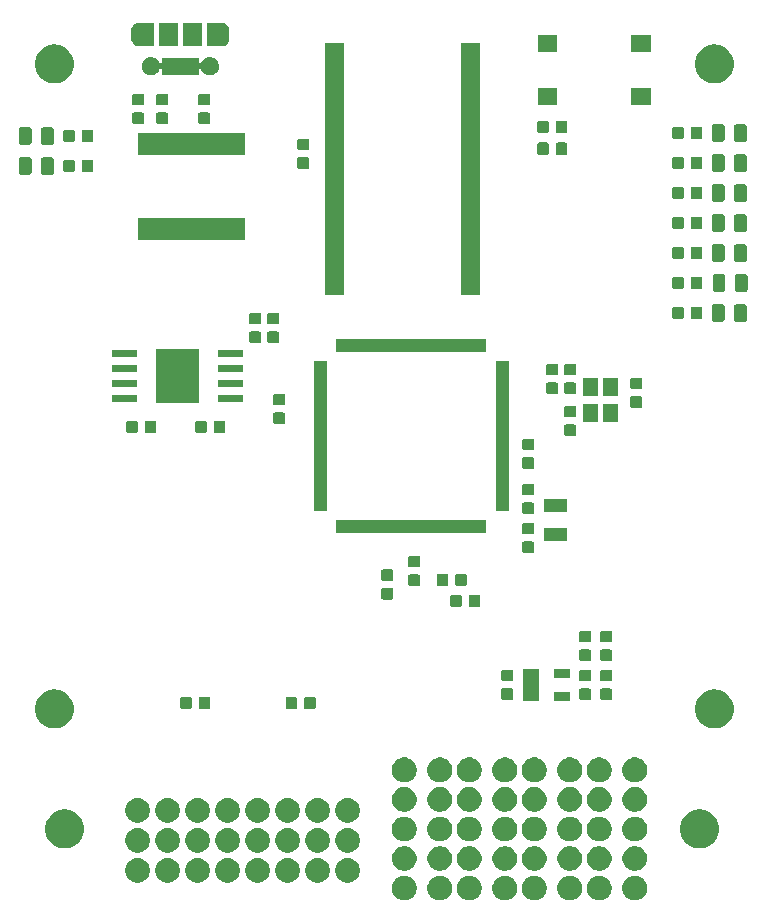
<source format=gbr>
G04 #@! TF.GenerationSoftware,KiCad,Pcbnew,5.1.2*
G04 #@! TF.CreationDate,2019-07-22T21:22:39-05:00*
G04 #@! TF.ProjectId,Raptor2000,52617074-6f72-4323-9030-302e6b696361,A*
G04 #@! TF.SameCoordinates,Original*
G04 #@! TF.FileFunction,Soldermask,Top*
G04 #@! TF.FilePolarity,Negative*
%FSLAX46Y46*%
G04 Gerber Fmt 4.6, Leading zero omitted, Abs format (unit mm)*
G04 Created by KiCad (PCBNEW 5.1.2) date 2019-07-22 21:22:39*
%MOMM*%
%LPD*%
G04 APERTURE LIST*
%ADD10C,0.100000*%
G04 APERTURE END LIST*
D10*
G36*
X147675506Y-130545081D02*
G01*
X147787528Y-130591482D01*
X147866740Y-130624293D01*
X147981737Y-130701132D01*
X148017975Y-130725345D01*
X148038846Y-130739291D01*
X148185209Y-130885654D01*
X148300207Y-131057760D01*
X148320313Y-131106300D01*
X148379419Y-131248994D01*
X148419800Y-131452004D01*
X148419800Y-131658996D01*
X148379419Y-131862006D01*
X148333018Y-131974028D01*
X148300207Y-132053240D01*
X148185209Y-132225346D01*
X148038846Y-132371709D01*
X147866740Y-132486707D01*
X147787528Y-132519518D01*
X147675506Y-132565919D01*
X147472496Y-132606300D01*
X147265504Y-132606300D01*
X147062494Y-132565919D01*
X146950472Y-132519518D01*
X146871260Y-132486707D01*
X146699154Y-132371709D01*
X146552791Y-132225346D01*
X146437793Y-132053240D01*
X146404982Y-131974028D01*
X146358581Y-131862006D01*
X146318200Y-131658996D01*
X146318200Y-131452004D01*
X146358581Y-131248994D01*
X146417687Y-131106300D01*
X146437793Y-131057760D01*
X146552791Y-130885654D01*
X146699154Y-130739291D01*
X146720026Y-130725345D01*
X146756263Y-130701132D01*
X146871260Y-130624293D01*
X146950472Y-130591482D01*
X147062494Y-130545081D01*
X147265504Y-130504700D01*
X147472496Y-130504700D01*
X147675506Y-130545081D01*
X147675506Y-130545081D01*
G37*
G36*
X164175506Y-130545081D02*
G01*
X164287528Y-130591482D01*
X164366740Y-130624293D01*
X164481737Y-130701132D01*
X164517975Y-130725345D01*
X164538846Y-130739291D01*
X164685209Y-130885654D01*
X164800207Y-131057760D01*
X164820313Y-131106300D01*
X164879419Y-131248994D01*
X164919800Y-131452004D01*
X164919800Y-131658996D01*
X164879419Y-131862006D01*
X164833018Y-131974028D01*
X164800207Y-132053240D01*
X164685209Y-132225346D01*
X164538846Y-132371709D01*
X164366740Y-132486707D01*
X164287528Y-132519518D01*
X164175506Y-132565919D01*
X163972496Y-132606300D01*
X163765504Y-132606300D01*
X163562494Y-132565919D01*
X163450472Y-132519518D01*
X163371260Y-132486707D01*
X163199154Y-132371709D01*
X163052791Y-132225346D01*
X162937793Y-132053240D01*
X162904982Y-131974028D01*
X162858581Y-131862006D01*
X162818200Y-131658996D01*
X162818200Y-131452004D01*
X162858581Y-131248994D01*
X162917687Y-131106300D01*
X162937793Y-131057760D01*
X163052791Y-130885654D01*
X163199154Y-130739291D01*
X163220026Y-130725345D01*
X163256263Y-130701132D01*
X163371260Y-130624293D01*
X163450472Y-130591482D01*
X163562494Y-130545081D01*
X163765504Y-130504700D01*
X163972496Y-130504700D01*
X164175506Y-130545081D01*
X164175506Y-130545081D01*
G37*
G36*
X167175506Y-130545081D02*
G01*
X167287528Y-130591482D01*
X167366740Y-130624293D01*
X167481737Y-130701132D01*
X167517975Y-130725345D01*
X167538846Y-130739291D01*
X167685209Y-130885654D01*
X167800207Y-131057760D01*
X167820313Y-131106300D01*
X167879419Y-131248994D01*
X167919800Y-131452004D01*
X167919800Y-131658996D01*
X167879419Y-131862006D01*
X167833018Y-131974028D01*
X167800207Y-132053240D01*
X167685209Y-132225346D01*
X167538846Y-132371709D01*
X167366740Y-132486707D01*
X167287528Y-132519518D01*
X167175506Y-132565919D01*
X166972496Y-132606300D01*
X166765504Y-132606300D01*
X166562494Y-132565919D01*
X166450472Y-132519518D01*
X166371260Y-132486707D01*
X166199154Y-132371709D01*
X166052791Y-132225346D01*
X165937793Y-132053240D01*
X165904982Y-131974028D01*
X165858581Y-131862006D01*
X165818200Y-131658996D01*
X165818200Y-131452004D01*
X165858581Y-131248994D01*
X165917687Y-131106300D01*
X165937793Y-131057760D01*
X166052791Y-130885654D01*
X166199154Y-130739291D01*
X166220026Y-130725345D01*
X166256263Y-130701132D01*
X166371260Y-130624293D01*
X166450472Y-130591482D01*
X166562494Y-130545081D01*
X166765504Y-130504700D01*
X166972496Y-130504700D01*
X167175506Y-130545081D01*
X167175506Y-130545081D01*
G37*
G36*
X161675506Y-130545081D02*
G01*
X161787528Y-130591482D01*
X161866740Y-130624293D01*
X161981737Y-130701132D01*
X162017975Y-130725345D01*
X162038846Y-130739291D01*
X162185209Y-130885654D01*
X162300207Y-131057760D01*
X162320313Y-131106300D01*
X162379419Y-131248994D01*
X162419800Y-131452004D01*
X162419800Y-131658996D01*
X162379419Y-131862006D01*
X162333018Y-131974028D01*
X162300207Y-132053240D01*
X162185209Y-132225346D01*
X162038846Y-132371709D01*
X161866740Y-132486707D01*
X161787528Y-132519518D01*
X161675506Y-132565919D01*
X161472496Y-132606300D01*
X161265504Y-132606300D01*
X161062494Y-132565919D01*
X160950472Y-132519518D01*
X160871260Y-132486707D01*
X160699154Y-132371709D01*
X160552791Y-132225346D01*
X160437793Y-132053240D01*
X160404982Y-131974028D01*
X160358581Y-131862006D01*
X160318200Y-131658996D01*
X160318200Y-131452004D01*
X160358581Y-131248994D01*
X160417687Y-131106300D01*
X160437793Y-131057760D01*
X160552791Y-130885654D01*
X160699154Y-130739291D01*
X160720026Y-130725345D01*
X160756263Y-130701132D01*
X160871260Y-130624293D01*
X160950472Y-130591482D01*
X161062494Y-130545081D01*
X161265504Y-130504700D01*
X161472496Y-130504700D01*
X161675506Y-130545081D01*
X161675506Y-130545081D01*
G37*
G36*
X158675506Y-130545081D02*
G01*
X158787528Y-130591482D01*
X158866740Y-130624293D01*
X158981737Y-130701132D01*
X159017975Y-130725345D01*
X159038846Y-130739291D01*
X159185209Y-130885654D01*
X159300207Y-131057760D01*
X159320313Y-131106300D01*
X159379419Y-131248994D01*
X159419800Y-131452004D01*
X159419800Y-131658996D01*
X159379419Y-131862006D01*
X159333018Y-131974028D01*
X159300207Y-132053240D01*
X159185209Y-132225346D01*
X159038846Y-132371709D01*
X158866740Y-132486707D01*
X158787528Y-132519518D01*
X158675506Y-132565919D01*
X158472496Y-132606300D01*
X158265504Y-132606300D01*
X158062494Y-132565919D01*
X157950472Y-132519518D01*
X157871260Y-132486707D01*
X157699154Y-132371709D01*
X157552791Y-132225346D01*
X157437793Y-132053240D01*
X157404982Y-131974028D01*
X157358581Y-131862006D01*
X157318200Y-131658996D01*
X157318200Y-131452004D01*
X157358581Y-131248994D01*
X157417687Y-131106300D01*
X157437793Y-131057760D01*
X157552791Y-130885654D01*
X157699154Y-130739291D01*
X157720026Y-130725345D01*
X157756263Y-130701132D01*
X157871260Y-130624293D01*
X157950472Y-130591482D01*
X158062494Y-130545081D01*
X158265504Y-130504700D01*
X158472496Y-130504700D01*
X158675506Y-130545081D01*
X158675506Y-130545081D01*
G37*
G36*
X153175506Y-130545081D02*
G01*
X153287528Y-130591482D01*
X153366740Y-130624293D01*
X153481737Y-130701132D01*
X153517975Y-130725345D01*
X153538846Y-130739291D01*
X153685209Y-130885654D01*
X153800207Y-131057760D01*
X153820313Y-131106300D01*
X153879419Y-131248994D01*
X153919800Y-131452004D01*
X153919800Y-131658996D01*
X153879419Y-131862006D01*
X153833018Y-131974028D01*
X153800207Y-132053240D01*
X153685209Y-132225346D01*
X153538846Y-132371709D01*
X153366740Y-132486707D01*
X153287528Y-132519518D01*
X153175506Y-132565919D01*
X152972496Y-132606300D01*
X152765504Y-132606300D01*
X152562494Y-132565919D01*
X152450472Y-132519518D01*
X152371260Y-132486707D01*
X152199154Y-132371709D01*
X152052791Y-132225346D01*
X151937793Y-132053240D01*
X151904982Y-131974028D01*
X151858581Y-131862006D01*
X151818200Y-131658996D01*
X151818200Y-131452004D01*
X151858581Y-131248994D01*
X151917687Y-131106300D01*
X151937793Y-131057760D01*
X152052791Y-130885654D01*
X152199154Y-130739291D01*
X152220026Y-130725345D01*
X152256263Y-130701132D01*
X152371260Y-130624293D01*
X152450472Y-130591482D01*
X152562494Y-130545081D01*
X152765504Y-130504700D01*
X152972496Y-130504700D01*
X153175506Y-130545081D01*
X153175506Y-130545081D01*
G37*
G36*
X156175506Y-130545081D02*
G01*
X156287528Y-130591482D01*
X156366740Y-130624293D01*
X156481737Y-130701132D01*
X156517975Y-130725345D01*
X156538846Y-130739291D01*
X156685209Y-130885654D01*
X156800207Y-131057760D01*
X156820313Y-131106300D01*
X156879419Y-131248994D01*
X156919800Y-131452004D01*
X156919800Y-131658996D01*
X156879419Y-131862006D01*
X156833018Y-131974028D01*
X156800207Y-132053240D01*
X156685209Y-132225346D01*
X156538846Y-132371709D01*
X156366740Y-132486707D01*
X156287528Y-132519518D01*
X156175506Y-132565919D01*
X155972496Y-132606300D01*
X155765504Y-132606300D01*
X155562494Y-132565919D01*
X155450472Y-132519518D01*
X155371260Y-132486707D01*
X155199154Y-132371709D01*
X155052791Y-132225346D01*
X154937793Y-132053240D01*
X154904982Y-131974028D01*
X154858581Y-131862006D01*
X154818200Y-131658996D01*
X154818200Y-131452004D01*
X154858581Y-131248994D01*
X154917687Y-131106300D01*
X154937793Y-131057760D01*
X155052791Y-130885654D01*
X155199154Y-130739291D01*
X155220026Y-130725345D01*
X155256263Y-130701132D01*
X155371260Y-130624293D01*
X155450472Y-130591482D01*
X155562494Y-130545081D01*
X155765504Y-130504700D01*
X155972496Y-130504700D01*
X156175506Y-130545081D01*
X156175506Y-130545081D01*
G37*
G36*
X150675506Y-130545081D02*
G01*
X150787528Y-130591482D01*
X150866740Y-130624293D01*
X150981737Y-130701132D01*
X151017975Y-130725345D01*
X151038846Y-130739291D01*
X151185209Y-130885654D01*
X151300207Y-131057760D01*
X151320313Y-131106300D01*
X151379419Y-131248994D01*
X151419800Y-131452004D01*
X151419800Y-131658996D01*
X151379419Y-131862006D01*
X151333018Y-131974028D01*
X151300207Y-132053240D01*
X151185209Y-132225346D01*
X151038846Y-132371709D01*
X150866740Y-132486707D01*
X150787528Y-132519518D01*
X150675506Y-132565919D01*
X150472496Y-132606300D01*
X150265504Y-132606300D01*
X150062494Y-132565919D01*
X149950472Y-132519518D01*
X149871260Y-132486707D01*
X149699154Y-132371709D01*
X149552791Y-132225346D01*
X149437793Y-132053240D01*
X149404982Y-131974028D01*
X149358581Y-131862006D01*
X149318200Y-131658996D01*
X149318200Y-131452004D01*
X149358581Y-131248994D01*
X149417687Y-131106300D01*
X149437793Y-131057760D01*
X149552791Y-130885654D01*
X149699154Y-130739291D01*
X149720026Y-130725345D01*
X149756263Y-130701132D01*
X149871260Y-130624293D01*
X149950472Y-130591482D01*
X150062494Y-130545081D01*
X150265504Y-130504700D01*
X150472496Y-130504700D01*
X150675506Y-130545081D01*
X150675506Y-130545081D01*
G37*
G36*
X135245506Y-129045081D02*
G01*
X135357528Y-129091482D01*
X135436740Y-129124293D01*
X135608846Y-129239291D01*
X135755209Y-129385654D01*
X135870207Y-129557760D01*
X135870207Y-129557761D01*
X135949419Y-129748994D01*
X135989800Y-129952004D01*
X135989800Y-130158996D01*
X135949419Y-130362006D01*
X135903018Y-130474028D01*
X135870207Y-130553240D01*
X135793368Y-130668237D01*
X135755210Y-130725345D01*
X135608845Y-130871710D01*
X135551737Y-130909868D01*
X135436740Y-130986707D01*
X135357528Y-131019518D01*
X135245506Y-131065919D01*
X135042496Y-131106300D01*
X134835504Y-131106300D01*
X134632494Y-131065919D01*
X134520472Y-131019518D01*
X134441260Y-130986707D01*
X134326263Y-130909868D01*
X134269155Y-130871710D01*
X134122790Y-130725345D01*
X134084632Y-130668237D01*
X134007793Y-130553240D01*
X133974982Y-130474028D01*
X133928581Y-130362006D01*
X133888200Y-130158996D01*
X133888200Y-129952004D01*
X133928581Y-129748994D01*
X134007793Y-129557761D01*
X134007793Y-129557760D01*
X134122791Y-129385654D01*
X134269154Y-129239291D01*
X134441260Y-129124293D01*
X134520472Y-129091482D01*
X134632494Y-129045081D01*
X134835504Y-129004700D01*
X135042496Y-129004700D01*
X135245506Y-129045081D01*
X135245506Y-129045081D01*
G37*
G36*
X125085506Y-129045081D02*
G01*
X125197528Y-129091482D01*
X125276740Y-129124293D01*
X125448846Y-129239291D01*
X125595209Y-129385654D01*
X125710207Y-129557760D01*
X125710207Y-129557761D01*
X125789419Y-129748994D01*
X125829800Y-129952004D01*
X125829800Y-130158996D01*
X125789419Y-130362006D01*
X125743018Y-130474028D01*
X125710207Y-130553240D01*
X125633368Y-130668237D01*
X125595210Y-130725345D01*
X125448845Y-130871710D01*
X125391737Y-130909868D01*
X125276740Y-130986707D01*
X125197528Y-131019518D01*
X125085506Y-131065919D01*
X124882496Y-131106300D01*
X124675504Y-131106300D01*
X124472494Y-131065919D01*
X124360472Y-131019518D01*
X124281260Y-130986707D01*
X124166263Y-130909868D01*
X124109155Y-130871710D01*
X123962790Y-130725345D01*
X123924632Y-130668237D01*
X123847793Y-130553240D01*
X123814982Y-130474028D01*
X123768581Y-130362006D01*
X123728200Y-130158996D01*
X123728200Y-129952004D01*
X123768581Y-129748994D01*
X123847793Y-129557761D01*
X123847793Y-129557760D01*
X123962791Y-129385654D01*
X124109154Y-129239291D01*
X124281260Y-129124293D01*
X124360472Y-129091482D01*
X124472494Y-129045081D01*
X124675504Y-129004700D01*
X124882496Y-129004700D01*
X125085506Y-129045081D01*
X125085506Y-129045081D01*
G37*
G36*
X127625506Y-129045081D02*
G01*
X127737528Y-129091482D01*
X127816740Y-129124293D01*
X127988846Y-129239291D01*
X128135209Y-129385654D01*
X128250207Y-129557760D01*
X128250207Y-129557761D01*
X128329419Y-129748994D01*
X128369800Y-129952004D01*
X128369800Y-130158996D01*
X128329419Y-130362006D01*
X128283018Y-130474028D01*
X128250207Y-130553240D01*
X128173368Y-130668237D01*
X128135210Y-130725345D01*
X127988845Y-130871710D01*
X127931737Y-130909868D01*
X127816740Y-130986707D01*
X127737528Y-131019518D01*
X127625506Y-131065919D01*
X127422496Y-131106300D01*
X127215504Y-131106300D01*
X127012494Y-131065919D01*
X126900472Y-131019518D01*
X126821260Y-130986707D01*
X126706263Y-130909868D01*
X126649155Y-130871710D01*
X126502790Y-130725345D01*
X126464632Y-130668237D01*
X126387793Y-130553240D01*
X126354982Y-130474028D01*
X126308581Y-130362006D01*
X126268200Y-130158996D01*
X126268200Y-129952004D01*
X126308581Y-129748994D01*
X126387793Y-129557761D01*
X126387793Y-129557760D01*
X126502791Y-129385654D01*
X126649154Y-129239291D01*
X126821260Y-129124293D01*
X126900472Y-129091482D01*
X127012494Y-129045081D01*
X127215504Y-129004700D01*
X127422496Y-129004700D01*
X127625506Y-129045081D01*
X127625506Y-129045081D01*
G37*
G36*
X130165506Y-129045081D02*
G01*
X130277528Y-129091482D01*
X130356740Y-129124293D01*
X130528846Y-129239291D01*
X130675209Y-129385654D01*
X130790207Y-129557760D01*
X130790207Y-129557761D01*
X130869419Y-129748994D01*
X130909800Y-129952004D01*
X130909800Y-130158996D01*
X130869419Y-130362006D01*
X130823018Y-130474028D01*
X130790207Y-130553240D01*
X130713368Y-130668237D01*
X130675210Y-130725345D01*
X130528845Y-130871710D01*
X130471737Y-130909868D01*
X130356740Y-130986707D01*
X130277528Y-131019518D01*
X130165506Y-131065919D01*
X129962496Y-131106300D01*
X129755504Y-131106300D01*
X129552494Y-131065919D01*
X129440472Y-131019518D01*
X129361260Y-130986707D01*
X129246263Y-130909868D01*
X129189155Y-130871710D01*
X129042790Y-130725345D01*
X129004632Y-130668237D01*
X128927793Y-130553240D01*
X128894982Y-130474028D01*
X128848581Y-130362006D01*
X128808200Y-130158996D01*
X128808200Y-129952004D01*
X128848581Y-129748994D01*
X128927793Y-129557761D01*
X128927793Y-129557760D01*
X129042791Y-129385654D01*
X129189154Y-129239291D01*
X129361260Y-129124293D01*
X129440472Y-129091482D01*
X129552494Y-129045081D01*
X129755504Y-129004700D01*
X129962496Y-129004700D01*
X130165506Y-129045081D01*
X130165506Y-129045081D01*
G37*
G36*
X132705506Y-129045081D02*
G01*
X132817528Y-129091482D01*
X132896740Y-129124293D01*
X133068846Y-129239291D01*
X133215209Y-129385654D01*
X133330207Y-129557760D01*
X133330207Y-129557761D01*
X133409419Y-129748994D01*
X133449800Y-129952004D01*
X133449800Y-130158996D01*
X133409419Y-130362006D01*
X133363018Y-130474028D01*
X133330207Y-130553240D01*
X133253368Y-130668237D01*
X133215210Y-130725345D01*
X133068845Y-130871710D01*
X133011737Y-130909868D01*
X132896740Y-130986707D01*
X132817528Y-131019518D01*
X132705506Y-131065919D01*
X132502496Y-131106300D01*
X132295504Y-131106300D01*
X132092494Y-131065919D01*
X131980472Y-131019518D01*
X131901260Y-130986707D01*
X131786263Y-130909868D01*
X131729155Y-130871710D01*
X131582790Y-130725345D01*
X131544632Y-130668237D01*
X131467793Y-130553240D01*
X131434982Y-130474028D01*
X131388581Y-130362006D01*
X131348200Y-130158996D01*
X131348200Y-129952004D01*
X131388581Y-129748994D01*
X131467793Y-129557761D01*
X131467793Y-129557760D01*
X131582791Y-129385654D01*
X131729154Y-129239291D01*
X131901260Y-129124293D01*
X131980472Y-129091482D01*
X132092494Y-129045081D01*
X132295504Y-129004700D01*
X132502496Y-129004700D01*
X132705506Y-129045081D01*
X132705506Y-129045081D01*
G37*
G36*
X137785506Y-129045081D02*
G01*
X137897528Y-129091482D01*
X137976740Y-129124293D01*
X138148846Y-129239291D01*
X138295209Y-129385654D01*
X138410207Y-129557760D01*
X138410207Y-129557761D01*
X138489419Y-129748994D01*
X138529800Y-129952004D01*
X138529800Y-130158996D01*
X138489419Y-130362006D01*
X138443018Y-130474028D01*
X138410207Y-130553240D01*
X138333368Y-130668237D01*
X138295210Y-130725345D01*
X138148845Y-130871710D01*
X138091737Y-130909868D01*
X137976740Y-130986707D01*
X137897528Y-131019518D01*
X137785506Y-131065919D01*
X137582496Y-131106300D01*
X137375504Y-131106300D01*
X137172494Y-131065919D01*
X137060472Y-131019518D01*
X136981260Y-130986707D01*
X136866263Y-130909868D01*
X136809155Y-130871710D01*
X136662790Y-130725345D01*
X136624632Y-130668237D01*
X136547793Y-130553240D01*
X136514982Y-130474028D01*
X136468581Y-130362006D01*
X136428200Y-130158996D01*
X136428200Y-129952004D01*
X136468581Y-129748994D01*
X136547793Y-129557761D01*
X136547793Y-129557760D01*
X136662791Y-129385654D01*
X136809154Y-129239291D01*
X136981260Y-129124293D01*
X137060472Y-129091482D01*
X137172494Y-129045081D01*
X137375504Y-129004700D01*
X137582496Y-129004700D01*
X137785506Y-129045081D01*
X137785506Y-129045081D01*
G37*
G36*
X140325506Y-129045081D02*
G01*
X140437528Y-129091482D01*
X140516740Y-129124293D01*
X140688846Y-129239291D01*
X140835209Y-129385654D01*
X140950207Y-129557760D01*
X140950207Y-129557761D01*
X141029419Y-129748994D01*
X141069800Y-129952004D01*
X141069800Y-130158996D01*
X141029419Y-130362006D01*
X140983018Y-130474028D01*
X140950207Y-130553240D01*
X140873368Y-130668237D01*
X140835210Y-130725345D01*
X140688845Y-130871710D01*
X140631737Y-130909868D01*
X140516740Y-130986707D01*
X140437528Y-131019518D01*
X140325506Y-131065919D01*
X140122496Y-131106300D01*
X139915504Y-131106300D01*
X139712494Y-131065919D01*
X139600472Y-131019518D01*
X139521260Y-130986707D01*
X139406263Y-130909868D01*
X139349155Y-130871710D01*
X139202790Y-130725345D01*
X139164632Y-130668237D01*
X139087793Y-130553240D01*
X139054982Y-130474028D01*
X139008581Y-130362006D01*
X138968200Y-130158996D01*
X138968200Y-129952004D01*
X139008581Y-129748994D01*
X139087793Y-129557761D01*
X139087793Y-129557760D01*
X139202791Y-129385654D01*
X139349154Y-129239291D01*
X139521260Y-129124293D01*
X139600472Y-129091482D01*
X139712494Y-129045081D01*
X139915504Y-129004700D01*
X140122496Y-129004700D01*
X140325506Y-129045081D01*
X140325506Y-129045081D01*
G37*
G36*
X142865506Y-129045081D02*
G01*
X142977528Y-129091482D01*
X143056740Y-129124293D01*
X143228846Y-129239291D01*
X143375209Y-129385654D01*
X143490207Y-129557760D01*
X143490207Y-129557761D01*
X143569419Y-129748994D01*
X143609800Y-129952004D01*
X143609800Y-130158996D01*
X143569419Y-130362006D01*
X143523018Y-130474028D01*
X143490207Y-130553240D01*
X143413368Y-130668237D01*
X143375210Y-130725345D01*
X143228845Y-130871710D01*
X143171737Y-130909868D01*
X143056740Y-130986707D01*
X142977528Y-131019518D01*
X142865506Y-131065919D01*
X142662496Y-131106300D01*
X142455504Y-131106300D01*
X142252494Y-131065919D01*
X142140472Y-131019518D01*
X142061260Y-130986707D01*
X141946263Y-130909868D01*
X141889155Y-130871710D01*
X141742790Y-130725345D01*
X141704632Y-130668237D01*
X141627793Y-130553240D01*
X141594982Y-130474028D01*
X141548581Y-130362006D01*
X141508200Y-130158996D01*
X141508200Y-129952004D01*
X141548581Y-129748994D01*
X141627793Y-129557761D01*
X141627793Y-129557760D01*
X141742791Y-129385654D01*
X141889154Y-129239291D01*
X142061260Y-129124293D01*
X142140472Y-129091482D01*
X142252494Y-129045081D01*
X142455504Y-129004700D01*
X142662496Y-129004700D01*
X142865506Y-129045081D01*
X142865506Y-129045081D01*
G37*
G36*
X164175506Y-128045081D02*
G01*
X164287528Y-128091482D01*
X164366740Y-128124293D01*
X164538846Y-128239291D01*
X164685209Y-128385654D01*
X164800207Y-128557760D01*
X164800207Y-128557761D01*
X164879419Y-128748994D01*
X164919800Y-128952004D01*
X164919800Y-129158996D01*
X164879419Y-129362006D01*
X164869623Y-129385655D01*
X164800207Y-129553240D01*
X164685209Y-129725346D01*
X164538846Y-129871709D01*
X164366740Y-129986707D01*
X164287528Y-130019518D01*
X164175506Y-130065919D01*
X163972496Y-130106300D01*
X163765504Y-130106300D01*
X163562494Y-130065919D01*
X163450472Y-130019518D01*
X163371260Y-129986707D01*
X163199154Y-129871709D01*
X163052791Y-129725346D01*
X162937793Y-129553240D01*
X162868377Y-129385655D01*
X162858581Y-129362006D01*
X162818200Y-129158996D01*
X162818200Y-128952004D01*
X162858581Y-128748994D01*
X162937793Y-128557761D01*
X162937793Y-128557760D01*
X163052791Y-128385654D01*
X163199154Y-128239291D01*
X163371260Y-128124293D01*
X163450472Y-128091482D01*
X163562494Y-128045081D01*
X163765504Y-128004700D01*
X163972496Y-128004700D01*
X164175506Y-128045081D01*
X164175506Y-128045081D01*
G37*
G36*
X153175506Y-128045081D02*
G01*
X153287528Y-128091482D01*
X153366740Y-128124293D01*
X153538846Y-128239291D01*
X153685209Y-128385654D01*
X153800207Y-128557760D01*
X153800207Y-128557761D01*
X153879419Y-128748994D01*
X153919800Y-128952004D01*
X153919800Y-129158996D01*
X153879419Y-129362006D01*
X153869623Y-129385655D01*
X153800207Y-129553240D01*
X153685209Y-129725346D01*
X153538846Y-129871709D01*
X153366740Y-129986707D01*
X153287528Y-130019518D01*
X153175506Y-130065919D01*
X152972496Y-130106300D01*
X152765504Y-130106300D01*
X152562494Y-130065919D01*
X152450472Y-130019518D01*
X152371260Y-129986707D01*
X152199154Y-129871709D01*
X152052791Y-129725346D01*
X151937793Y-129553240D01*
X151868377Y-129385655D01*
X151858581Y-129362006D01*
X151818200Y-129158996D01*
X151818200Y-128952004D01*
X151858581Y-128748994D01*
X151937793Y-128557761D01*
X151937793Y-128557760D01*
X152052791Y-128385654D01*
X152199154Y-128239291D01*
X152371260Y-128124293D01*
X152450472Y-128091482D01*
X152562494Y-128045081D01*
X152765504Y-128004700D01*
X152972496Y-128004700D01*
X153175506Y-128045081D01*
X153175506Y-128045081D01*
G37*
G36*
X150675506Y-128045081D02*
G01*
X150787528Y-128091482D01*
X150866740Y-128124293D01*
X151038846Y-128239291D01*
X151185209Y-128385654D01*
X151300207Y-128557760D01*
X151300207Y-128557761D01*
X151379419Y-128748994D01*
X151419800Y-128952004D01*
X151419800Y-129158996D01*
X151379419Y-129362006D01*
X151369623Y-129385655D01*
X151300207Y-129553240D01*
X151185209Y-129725346D01*
X151038846Y-129871709D01*
X150866740Y-129986707D01*
X150787528Y-130019518D01*
X150675506Y-130065919D01*
X150472496Y-130106300D01*
X150265504Y-130106300D01*
X150062494Y-130065919D01*
X149950472Y-130019518D01*
X149871260Y-129986707D01*
X149699154Y-129871709D01*
X149552791Y-129725346D01*
X149437793Y-129553240D01*
X149368377Y-129385655D01*
X149358581Y-129362006D01*
X149318200Y-129158996D01*
X149318200Y-128952004D01*
X149358581Y-128748994D01*
X149437793Y-128557761D01*
X149437793Y-128557760D01*
X149552791Y-128385654D01*
X149699154Y-128239291D01*
X149871260Y-128124293D01*
X149950472Y-128091482D01*
X150062494Y-128045081D01*
X150265504Y-128004700D01*
X150472496Y-128004700D01*
X150675506Y-128045081D01*
X150675506Y-128045081D01*
G37*
G36*
X156175506Y-128045081D02*
G01*
X156287528Y-128091482D01*
X156366740Y-128124293D01*
X156538846Y-128239291D01*
X156685209Y-128385654D01*
X156800207Y-128557760D01*
X156800207Y-128557761D01*
X156879419Y-128748994D01*
X156919800Y-128952004D01*
X156919800Y-129158996D01*
X156879419Y-129362006D01*
X156869623Y-129385655D01*
X156800207Y-129553240D01*
X156685209Y-129725346D01*
X156538846Y-129871709D01*
X156366740Y-129986707D01*
X156287528Y-130019518D01*
X156175506Y-130065919D01*
X155972496Y-130106300D01*
X155765504Y-130106300D01*
X155562494Y-130065919D01*
X155450472Y-130019518D01*
X155371260Y-129986707D01*
X155199154Y-129871709D01*
X155052791Y-129725346D01*
X154937793Y-129553240D01*
X154868377Y-129385655D01*
X154858581Y-129362006D01*
X154818200Y-129158996D01*
X154818200Y-128952004D01*
X154858581Y-128748994D01*
X154937793Y-128557761D01*
X154937793Y-128557760D01*
X155052791Y-128385654D01*
X155199154Y-128239291D01*
X155371260Y-128124293D01*
X155450472Y-128091482D01*
X155562494Y-128045081D01*
X155765504Y-128004700D01*
X155972496Y-128004700D01*
X156175506Y-128045081D01*
X156175506Y-128045081D01*
G37*
G36*
X147675506Y-128045081D02*
G01*
X147787528Y-128091482D01*
X147866740Y-128124293D01*
X148038846Y-128239291D01*
X148185209Y-128385654D01*
X148300207Y-128557760D01*
X148300207Y-128557761D01*
X148379419Y-128748994D01*
X148419800Y-128952004D01*
X148419800Y-129158996D01*
X148379419Y-129362006D01*
X148369623Y-129385655D01*
X148300207Y-129553240D01*
X148185209Y-129725346D01*
X148038846Y-129871709D01*
X147866740Y-129986707D01*
X147787528Y-130019518D01*
X147675506Y-130065919D01*
X147472496Y-130106300D01*
X147265504Y-130106300D01*
X147062494Y-130065919D01*
X146950472Y-130019518D01*
X146871260Y-129986707D01*
X146699154Y-129871709D01*
X146552791Y-129725346D01*
X146437793Y-129553240D01*
X146368377Y-129385655D01*
X146358581Y-129362006D01*
X146318200Y-129158996D01*
X146318200Y-128952004D01*
X146358581Y-128748994D01*
X146437793Y-128557761D01*
X146437793Y-128557760D01*
X146552791Y-128385654D01*
X146699154Y-128239291D01*
X146871260Y-128124293D01*
X146950472Y-128091482D01*
X147062494Y-128045081D01*
X147265504Y-128004700D01*
X147472496Y-128004700D01*
X147675506Y-128045081D01*
X147675506Y-128045081D01*
G37*
G36*
X158675506Y-128045081D02*
G01*
X158787528Y-128091482D01*
X158866740Y-128124293D01*
X159038846Y-128239291D01*
X159185209Y-128385654D01*
X159300207Y-128557760D01*
X159300207Y-128557761D01*
X159379419Y-128748994D01*
X159419800Y-128952004D01*
X159419800Y-129158996D01*
X159379419Y-129362006D01*
X159369623Y-129385655D01*
X159300207Y-129553240D01*
X159185209Y-129725346D01*
X159038846Y-129871709D01*
X158866740Y-129986707D01*
X158787528Y-130019518D01*
X158675506Y-130065919D01*
X158472496Y-130106300D01*
X158265504Y-130106300D01*
X158062494Y-130065919D01*
X157950472Y-130019518D01*
X157871260Y-129986707D01*
X157699154Y-129871709D01*
X157552791Y-129725346D01*
X157437793Y-129553240D01*
X157368377Y-129385655D01*
X157358581Y-129362006D01*
X157318200Y-129158996D01*
X157318200Y-128952004D01*
X157358581Y-128748994D01*
X157437793Y-128557761D01*
X157437793Y-128557760D01*
X157552791Y-128385654D01*
X157699154Y-128239291D01*
X157871260Y-128124293D01*
X157950472Y-128091482D01*
X158062494Y-128045081D01*
X158265504Y-128004700D01*
X158472496Y-128004700D01*
X158675506Y-128045081D01*
X158675506Y-128045081D01*
G37*
G36*
X161675506Y-128045081D02*
G01*
X161787528Y-128091482D01*
X161866740Y-128124293D01*
X162038846Y-128239291D01*
X162185209Y-128385654D01*
X162300207Y-128557760D01*
X162300207Y-128557761D01*
X162379419Y-128748994D01*
X162419800Y-128952004D01*
X162419800Y-129158996D01*
X162379419Y-129362006D01*
X162369623Y-129385655D01*
X162300207Y-129553240D01*
X162185209Y-129725346D01*
X162038846Y-129871709D01*
X161866740Y-129986707D01*
X161787528Y-130019518D01*
X161675506Y-130065919D01*
X161472496Y-130106300D01*
X161265504Y-130106300D01*
X161062494Y-130065919D01*
X160950472Y-130019518D01*
X160871260Y-129986707D01*
X160699154Y-129871709D01*
X160552791Y-129725346D01*
X160437793Y-129553240D01*
X160368377Y-129385655D01*
X160358581Y-129362006D01*
X160318200Y-129158996D01*
X160318200Y-128952004D01*
X160358581Y-128748994D01*
X160437793Y-128557761D01*
X160437793Y-128557760D01*
X160552791Y-128385654D01*
X160699154Y-128239291D01*
X160871260Y-128124293D01*
X160950472Y-128091482D01*
X161062494Y-128045081D01*
X161265504Y-128004700D01*
X161472496Y-128004700D01*
X161675506Y-128045081D01*
X161675506Y-128045081D01*
G37*
G36*
X167175506Y-128045081D02*
G01*
X167287528Y-128091482D01*
X167366740Y-128124293D01*
X167538846Y-128239291D01*
X167685209Y-128385654D01*
X167800207Y-128557760D01*
X167800207Y-128557761D01*
X167879419Y-128748994D01*
X167919800Y-128952004D01*
X167919800Y-129158996D01*
X167879419Y-129362006D01*
X167869623Y-129385655D01*
X167800207Y-129553240D01*
X167685209Y-129725346D01*
X167538846Y-129871709D01*
X167366740Y-129986707D01*
X167287528Y-130019518D01*
X167175506Y-130065919D01*
X166972496Y-130106300D01*
X166765504Y-130106300D01*
X166562494Y-130065919D01*
X166450472Y-130019518D01*
X166371260Y-129986707D01*
X166199154Y-129871709D01*
X166052791Y-129725346D01*
X165937793Y-129553240D01*
X165868377Y-129385655D01*
X165858581Y-129362006D01*
X165818200Y-129158996D01*
X165818200Y-128952004D01*
X165858581Y-128748994D01*
X165937793Y-128557761D01*
X165937793Y-128557760D01*
X166052791Y-128385654D01*
X166199154Y-128239291D01*
X166371260Y-128124293D01*
X166450472Y-128091482D01*
X166562494Y-128045081D01*
X166765504Y-128004700D01*
X166972496Y-128004700D01*
X167175506Y-128045081D01*
X167175506Y-128045081D01*
G37*
G36*
X142865506Y-126505081D02*
G01*
X142977528Y-126551482D01*
X143056740Y-126584293D01*
X143228846Y-126699291D01*
X143375209Y-126845654D01*
X143490207Y-127017760D01*
X143490207Y-127017761D01*
X143569419Y-127208994D01*
X143609800Y-127412004D01*
X143609800Y-127618996D01*
X143569419Y-127822006D01*
X143562893Y-127837760D01*
X143490207Y-128013240D01*
X143375209Y-128185346D01*
X143228846Y-128331709D01*
X143056740Y-128446707D01*
X142977528Y-128479518D01*
X142865506Y-128525919D01*
X142662496Y-128566300D01*
X142455504Y-128566300D01*
X142252494Y-128525919D01*
X142140472Y-128479518D01*
X142061260Y-128446707D01*
X141889154Y-128331709D01*
X141742791Y-128185346D01*
X141627793Y-128013240D01*
X141555107Y-127837760D01*
X141548581Y-127822006D01*
X141508200Y-127618996D01*
X141508200Y-127412004D01*
X141548581Y-127208994D01*
X141627793Y-127017761D01*
X141627793Y-127017760D01*
X141742791Y-126845654D01*
X141889154Y-126699291D01*
X142061260Y-126584293D01*
X142140472Y-126551482D01*
X142252494Y-126505081D01*
X142455504Y-126464700D01*
X142662496Y-126464700D01*
X142865506Y-126505081D01*
X142865506Y-126505081D01*
G37*
G36*
X125085506Y-126505081D02*
G01*
X125197528Y-126551482D01*
X125276740Y-126584293D01*
X125448846Y-126699291D01*
X125595209Y-126845654D01*
X125710207Y-127017760D01*
X125710207Y-127017761D01*
X125789419Y-127208994D01*
X125829800Y-127412004D01*
X125829800Y-127618996D01*
X125789419Y-127822006D01*
X125782893Y-127837760D01*
X125710207Y-128013240D01*
X125595209Y-128185346D01*
X125448846Y-128331709D01*
X125276740Y-128446707D01*
X125197528Y-128479518D01*
X125085506Y-128525919D01*
X124882496Y-128566300D01*
X124675504Y-128566300D01*
X124472494Y-128525919D01*
X124360472Y-128479518D01*
X124281260Y-128446707D01*
X124109154Y-128331709D01*
X123962791Y-128185346D01*
X123847793Y-128013240D01*
X123775107Y-127837760D01*
X123768581Y-127822006D01*
X123728200Y-127618996D01*
X123728200Y-127412004D01*
X123768581Y-127208994D01*
X123847793Y-127017761D01*
X123847793Y-127017760D01*
X123962791Y-126845654D01*
X124109154Y-126699291D01*
X124281260Y-126584293D01*
X124360472Y-126551482D01*
X124472494Y-126505081D01*
X124675504Y-126464700D01*
X124882496Y-126464700D01*
X125085506Y-126505081D01*
X125085506Y-126505081D01*
G37*
G36*
X140325506Y-126505081D02*
G01*
X140437528Y-126551482D01*
X140516740Y-126584293D01*
X140688846Y-126699291D01*
X140835209Y-126845654D01*
X140950207Y-127017760D01*
X140950207Y-127017761D01*
X141029419Y-127208994D01*
X141069800Y-127412004D01*
X141069800Y-127618996D01*
X141029419Y-127822006D01*
X141022893Y-127837760D01*
X140950207Y-128013240D01*
X140835209Y-128185346D01*
X140688846Y-128331709D01*
X140516740Y-128446707D01*
X140437528Y-128479518D01*
X140325506Y-128525919D01*
X140122496Y-128566300D01*
X139915504Y-128566300D01*
X139712494Y-128525919D01*
X139600472Y-128479518D01*
X139521260Y-128446707D01*
X139349154Y-128331709D01*
X139202791Y-128185346D01*
X139087793Y-128013240D01*
X139015107Y-127837760D01*
X139008581Y-127822006D01*
X138968200Y-127618996D01*
X138968200Y-127412004D01*
X139008581Y-127208994D01*
X139087793Y-127017761D01*
X139087793Y-127017760D01*
X139202791Y-126845654D01*
X139349154Y-126699291D01*
X139521260Y-126584293D01*
X139600472Y-126551482D01*
X139712494Y-126505081D01*
X139915504Y-126464700D01*
X140122496Y-126464700D01*
X140325506Y-126505081D01*
X140325506Y-126505081D01*
G37*
G36*
X137785506Y-126505081D02*
G01*
X137897528Y-126551482D01*
X137976740Y-126584293D01*
X138148846Y-126699291D01*
X138295209Y-126845654D01*
X138410207Y-127017760D01*
X138410207Y-127017761D01*
X138489419Y-127208994D01*
X138529800Y-127412004D01*
X138529800Y-127618996D01*
X138489419Y-127822006D01*
X138482893Y-127837760D01*
X138410207Y-128013240D01*
X138295209Y-128185346D01*
X138148846Y-128331709D01*
X137976740Y-128446707D01*
X137897528Y-128479518D01*
X137785506Y-128525919D01*
X137582496Y-128566300D01*
X137375504Y-128566300D01*
X137172494Y-128525919D01*
X137060472Y-128479518D01*
X136981260Y-128446707D01*
X136809154Y-128331709D01*
X136662791Y-128185346D01*
X136547793Y-128013240D01*
X136475107Y-127837760D01*
X136468581Y-127822006D01*
X136428200Y-127618996D01*
X136428200Y-127412004D01*
X136468581Y-127208994D01*
X136547793Y-127017761D01*
X136547793Y-127017760D01*
X136662791Y-126845654D01*
X136809154Y-126699291D01*
X136981260Y-126584293D01*
X137060472Y-126551482D01*
X137172494Y-126505081D01*
X137375504Y-126464700D01*
X137582496Y-126464700D01*
X137785506Y-126505081D01*
X137785506Y-126505081D01*
G37*
G36*
X132705506Y-126505081D02*
G01*
X132817528Y-126551482D01*
X132896740Y-126584293D01*
X133068846Y-126699291D01*
X133215209Y-126845654D01*
X133330207Y-127017760D01*
X133330207Y-127017761D01*
X133409419Y-127208994D01*
X133449800Y-127412004D01*
X133449800Y-127618996D01*
X133409419Y-127822006D01*
X133402893Y-127837760D01*
X133330207Y-128013240D01*
X133215209Y-128185346D01*
X133068846Y-128331709D01*
X132896740Y-128446707D01*
X132817528Y-128479518D01*
X132705506Y-128525919D01*
X132502496Y-128566300D01*
X132295504Y-128566300D01*
X132092494Y-128525919D01*
X131980472Y-128479518D01*
X131901260Y-128446707D01*
X131729154Y-128331709D01*
X131582791Y-128185346D01*
X131467793Y-128013240D01*
X131395107Y-127837760D01*
X131388581Y-127822006D01*
X131348200Y-127618996D01*
X131348200Y-127412004D01*
X131388581Y-127208994D01*
X131467793Y-127017761D01*
X131467793Y-127017760D01*
X131582791Y-126845654D01*
X131729154Y-126699291D01*
X131901260Y-126584293D01*
X131980472Y-126551482D01*
X132092494Y-126505081D01*
X132295504Y-126464700D01*
X132502496Y-126464700D01*
X132705506Y-126505081D01*
X132705506Y-126505081D01*
G37*
G36*
X130165506Y-126505081D02*
G01*
X130277528Y-126551482D01*
X130356740Y-126584293D01*
X130528846Y-126699291D01*
X130675209Y-126845654D01*
X130790207Y-127017760D01*
X130790207Y-127017761D01*
X130869419Y-127208994D01*
X130909800Y-127412004D01*
X130909800Y-127618996D01*
X130869419Y-127822006D01*
X130862893Y-127837760D01*
X130790207Y-128013240D01*
X130675209Y-128185346D01*
X130528846Y-128331709D01*
X130356740Y-128446707D01*
X130277528Y-128479518D01*
X130165506Y-128525919D01*
X129962496Y-128566300D01*
X129755504Y-128566300D01*
X129552494Y-128525919D01*
X129440472Y-128479518D01*
X129361260Y-128446707D01*
X129189154Y-128331709D01*
X129042791Y-128185346D01*
X128927793Y-128013240D01*
X128855107Y-127837760D01*
X128848581Y-127822006D01*
X128808200Y-127618996D01*
X128808200Y-127412004D01*
X128848581Y-127208994D01*
X128927793Y-127017761D01*
X128927793Y-127017760D01*
X129042791Y-126845654D01*
X129189154Y-126699291D01*
X129361260Y-126584293D01*
X129440472Y-126551482D01*
X129552494Y-126505081D01*
X129755504Y-126464700D01*
X129962496Y-126464700D01*
X130165506Y-126505081D01*
X130165506Y-126505081D01*
G37*
G36*
X127625506Y-126505081D02*
G01*
X127737528Y-126551482D01*
X127816740Y-126584293D01*
X127988846Y-126699291D01*
X128135209Y-126845654D01*
X128250207Y-127017760D01*
X128250207Y-127017761D01*
X128329419Y-127208994D01*
X128369800Y-127412004D01*
X128369800Y-127618996D01*
X128329419Y-127822006D01*
X128322893Y-127837760D01*
X128250207Y-128013240D01*
X128135209Y-128185346D01*
X127988846Y-128331709D01*
X127816740Y-128446707D01*
X127737528Y-128479518D01*
X127625506Y-128525919D01*
X127422496Y-128566300D01*
X127215504Y-128566300D01*
X127012494Y-128525919D01*
X126900472Y-128479518D01*
X126821260Y-128446707D01*
X126649154Y-128331709D01*
X126502791Y-128185346D01*
X126387793Y-128013240D01*
X126315107Y-127837760D01*
X126308581Y-127822006D01*
X126268200Y-127618996D01*
X126268200Y-127412004D01*
X126308581Y-127208994D01*
X126387793Y-127017761D01*
X126387793Y-127017760D01*
X126502791Y-126845654D01*
X126649154Y-126699291D01*
X126821260Y-126584293D01*
X126900472Y-126551482D01*
X127012494Y-126505081D01*
X127215504Y-126464700D01*
X127422496Y-126464700D01*
X127625506Y-126505081D01*
X127625506Y-126505081D01*
G37*
G36*
X135245506Y-126505081D02*
G01*
X135357528Y-126551482D01*
X135436740Y-126584293D01*
X135608846Y-126699291D01*
X135755209Y-126845654D01*
X135870207Y-127017760D01*
X135870207Y-127017761D01*
X135949419Y-127208994D01*
X135989800Y-127412004D01*
X135989800Y-127618996D01*
X135949419Y-127822006D01*
X135942893Y-127837760D01*
X135870207Y-128013240D01*
X135755209Y-128185346D01*
X135608846Y-128331709D01*
X135436740Y-128446707D01*
X135357528Y-128479518D01*
X135245506Y-128525919D01*
X135042496Y-128566300D01*
X134835504Y-128566300D01*
X134632494Y-128525919D01*
X134520472Y-128479518D01*
X134441260Y-128446707D01*
X134269154Y-128331709D01*
X134122791Y-128185346D01*
X134007793Y-128013240D01*
X133935107Y-127837760D01*
X133928581Y-127822006D01*
X133888200Y-127618996D01*
X133888200Y-127412004D01*
X133928581Y-127208994D01*
X134007793Y-127017761D01*
X134007793Y-127017760D01*
X134122791Y-126845654D01*
X134269154Y-126699291D01*
X134441260Y-126584293D01*
X134520472Y-126551482D01*
X134632494Y-126505081D01*
X134835504Y-126464700D01*
X135042496Y-126464700D01*
X135245506Y-126505081D01*
X135245506Y-126505081D01*
G37*
G36*
X118877900Y-124925846D02*
G01*
X119090521Y-124968139D01*
X119390947Y-125092580D01*
X119661324Y-125273240D01*
X119891260Y-125503176D01*
X120071920Y-125773553D01*
X120196361Y-126073979D01*
X120259800Y-126392910D01*
X120259800Y-126718090D01*
X120196361Y-127037021D01*
X120071920Y-127337447D01*
X119891260Y-127607824D01*
X119661324Y-127837760D01*
X119390947Y-128018420D01*
X119090521Y-128142861D01*
X118877900Y-128185154D01*
X118771591Y-128206300D01*
X118446409Y-128206300D01*
X118340100Y-128185154D01*
X118127479Y-128142861D01*
X117827053Y-128018420D01*
X117556676Y-127837760D01*
X117326740Y-127607824D01*
X117146080Y-127337447D01*
X117021639Y-127037021D01*
X116958200Y-126718090D01*
X116958200Y-126392910D01*
X117021639Y-126073979D01*
X117146080Y-125773553D01*
X117326740Y-125503176D01*
X117556676Y-125273240D01*
X117827053Y-125092580D01*
X118127479Y-124968139D01*
X118340100Y-124925846D01*
X118446409Y-124904700D01*
X118771591Y-124904700D01*
X118877900Y-124925846D01*
X118877900Y-124925846D01*
G37*
G36*
X172637900Y-124925846D02*
G01*
X172850521Y-124968139D01*
X173150947Y-125092580D01*
X173421324Y-125273240D01*
X173651260Y-125503176D01*
X173831920Y-125773553D01*
X173956361Y-126073979D01*
X174019800Y-126392910D01*
X174019800Y-126718090D01*
X173956361Y-127037021D01*
X173831920Y-127337447D01*
X173651260Y-127607824D01*
X173421324Y-127837760D01*
X173150947Y-128018420D01*
X172850521Y-128142861D01*
X172637900Y-128185154D01*
X172531591Y-128206300D01*
X172206409Y-128206300D01*
X172100100Y-128185154D01*
X171887479Y-128142861D01*
X171587053Y-128018420D01*
X171316676Y-127837760D01*
X171086740Y-127607824D01*
X170906080Y-127337447D01*
X170781639Y-127037021D01*
X170718200Y-126718090D01*
X170718200Y-126392910D01*
X170781639Y-126073979D01*
X170906080Y-125773553D01*
X171086740Y-125503176D01*
X171316676Y-125273240D01*
X171587053Y-125092580D01*
X171887479Y-124968139D01*
X172100100Y-124925846D01*
X172206409Y-124904700D01*
X172531591Y-124904700D01*
X172637900Y-124925846D01*
X172637900Y-124925846D01*
G37*
G36*
X153175506Y-125545081D02*
G01*
X153287528Y-125591482D01*
X153366740Y-125624293D01*
X153538846Y-125739291D01*
X153685209Y-125885654D01*
X153800207Y-126057760D01*
X153800207Y-126057761D01*
X153879419Y-126248994D01*
X153919800Y-126452004D01*
X153919800Y-126658996D01*
X153879419Y-126862006D01*
X153833018Y-126974028D01*
X153800207Y-127053240D01*
X153685209Y-127225346D01*
X153538846Y-127371709D01*
X153366740Y-127486707D01*
X153287528Y-127519518D01*
X153175506Y-127565919D01*
X152972496Y-127606300D01*
X152765504Y-127606300D01*
X152562494Y-127565919D01*
X152450472Y-127519518D01*
X152371260Y-127486707D01*
X152199154Y-127371709D01*
X152052791Y-127225346D01*
X151937793Y-127053240D01*
X151904982Y-126974028D01*
X151858581Y-126862006D01*
X151818200Y-126658996D01*
X151818200Y-126452004D01*
X151858581Y-126248994D01*
X151937793Y-126057761D01*
X151937793Y-126057760D01*
X152052791Y-125885654D01*
X152199154Y-125739291D01*
X152371260Y-125624293D01*
X152450472Y-125591482D01*
X152562494Y-125545081D01*
X152765504Y-125504700D01*
X152972496Y-125504700D01*
X153175506Y-125545081D01*
X153175506Y-125545081D01*
G37*
G36*
X167175506Y-125545081D02*
G01*
X167287528Y-125591482D01*
X167366740Y-125624293D01*
X167538846Y-125739291D01*
X167685209Y-125885654D01*
X167800207Y-126057760D01*
X167800207Y-126057761D01*
X167879419Y-126248994D01*
X167919800Y-126452004D01*
X167919800Y-126658996D01*
X167879419Y-126862006D01*
X167833018Y-126974028D01*
X167800207Y-127053240D01*
X167685209Y-127225346D01*
X167538846Y-127371709D01*
X167366740Y-127486707D01*
X167287528Y-127519518D01*
X167175506Y-127565919D01*
X166972496Y-127606300D01*
X166765504Y-127606300D01*
X166562494Y-127565919D01*
X166450472Y-127519518D01*
X166371260Y-127486707D01*
X166199154Y-127371709D01*
X166052791Y-127225346D01*
X165937793Y-127053240D01*
X165904982Y-126974028D01*
X165858581Y-126862006D01*
X165818200Y-126658996D01*
X165818200Y-126452004D01*
X165858581Y-126248994D01*
X165937793Y-126057761D01*
X165937793Y-126057760D01*
X166052791Y-125885654D01*
X166199154Y-125739291D01*
X166371260Y-125624293D01*
X166450472Y-125591482D01*
X166562494Y-125545081D01*
X166765504Y-125504700D01*
X166972496Y-125504700D01*
X167175506Y-125545081D01*
X167175506Y-125545081D01*
G37*
G36*
X164175506Y-125545081D02*
G01*
X164287528Y-125591482D01*
X164366740Y-125624293D01*
X164538846Y-125739291D01*
X164685209Y-125885654D01*
X164800207Y-126057760D01*
X164800207Y-126057761D01*
X164879419Y-126248994D01*
X164919800Y-126452004D01*
X164919800Y-126658996D01*
X164879419Y-126862006D01*
X164833018Y-126974028D01*
X164800207Y-127053240D01*
X164685209Y-127225346D01*
X164538846Y-127371709D01*
X164366740Y-127486707D01*
X164287528Y-127519518D01*
X164175506Y-127565919D01*
X163972496Y-127606300D01*
X163765504Y-127606300D01*
X163562494Y-127565919D01*
X163450472Y-127519518D01*
X163371260Y-127486707D01*
X163199154Y-127371709D01*
X163052791Y-127225346D01*
X162937793Y-127053240D01*
X162904982Y-126974028D01*
X162858581Y-126862006D01*
X162818200Y-126658996D01*
X162818200Y-126452004D01*
X162858581Y-126248994D01*
X162937793Y-126057761D01*
X162937793Y-126057760D01*
X163052791Y-125885654D01*
X163199154Y-125739291D01*
X163371260Y-125624293D01*
X163450472Y-125591482D01*
X163562494Y-125545081D01*
X163765504Y-125504700D01*
X163972496Y-125504700D01*
X164175506Y-125545081D01*
X164175506Y-125545081D01*
G37*
G36*
X161675506Y-125545081D02*
G01*
X161787528Y-125591482D01*
X161866740Y-125624293D01*
X162038846Y-125739291D01*
X162185209Y-125885654D01*
X162300207Y-126057760D01*
X162300207Y-126057761D01*
X162379419Y-126248994D01*
X162419800Y-126452004D01*
X162419800Y-126658996D01*
X162379419Y-126862006D01*
X162333018Y-126974028D01*
X162300207Y-127053240D01*
X162185209Y-127225346D01*
X162038846Y-127371709D01*
X161866740Y-127486707D01*
X161787528Y-127519518D01*
X161675506Y-127565919D01*
X161472496Y-127606300D01*
X161265504Y-127606300D01*
X161062494Y-127565919D01*
X160950472Y-127519518D01*
X160871260Y-127486707D01*
X160699154Y-127371709D01*
X160552791Y-127225346D01*
X160437793Y-127053240D01*
X160404982Y-126974028D01*
X160358581Y-126862006D01*
X160318200Y-126658996D01*
X160318200Y-126452004D01*
X160358581Y-126248994D01*
X160437793Y-126057761D01*
X160437793Y-126057760D01*
X160552791Y-125885654D01*
X160699154Y-125739291D01*
X160871260Y-125624293D01*
X160950472Y-125591482D01*
X161062494Y-125545081D01*
X161265504Y-125504700D01*
X161472496Y-125504700D01*
X161675506Y-125545081D01*
X161675506Y-125545081D01*
G37*
G36*
X158675506Y-125545081D02*
G01*
X158787528Y-125591482D01*
X158866740Y-125624293D01*
X159038846Y-125739291D01*
X159185209Y-125885654D01*
X159300207Y-126057760D01*
X159300207Y-126057761D01*
X159379419Y-126248994D01*
X159419800Y-126452004D01*
X159419800Y-126658996D01*
X159379419Y-126862006D01*
X159333018Y-126974028D01*
X159300207Y-127053240D01*
X159185209Y-127225346D01*
X159038846Y-127371709D01*
X158866740Y-127486707D01*
X158787528Y-127519518D01*
X158675506Y-127565919D01*
X158472496Y-127606300D01*
X158265504Y-127606300D01*
X158062494Y-127565919D01*
X157950472Y-127519518D01*
X157871260Y-127486707D01*
X157699154Y-127371709D01*
X157552791Y-127225346D01*
X157437793Y-127053240D01*
X157404982Y-126974028D01*
X157358581Y-126862006D01*
X157318200Y-126658996D01*
X157318200Y-126452004D01*
X157358581Y-126248994D01*
X157437793Y-126057761D01*
X157437793Y-126057760D01*
X157552791Y-125885654D01*
X157699154Y-125739291D01*
X157871260Y-125624293D01*
X157950472Y-125591482D01*
X158062494Y-125545081D01*
X158265504Y-125504700D01*
X158472496Y-125504700D01*
X158675506Y-125545081D01*
X158675506Y-125545081D01*
G37*
G36*
X150675506Y-125545081D02*
G01*
X150787528Y-125591482D01*
X150866740Y-125624293D01*
X151038846Y-125739291D01*
X151185209Y-125885654D01*
X151300207Y-126057760D01*
X151300207Y-126057761D01*
X151379419Y-126248994D01*
X151419800Y-126452004D01*
X151419800Y-126658996D01*
X151379419Y-126862006D01*
X151333018Y-126974028D01*
X151300207Y-127053240D01*
X151185209Y-127225346D01*
X151038846Y-127371709D01*
X150866740Y-127486707D01*
X150787528Y-127519518D01*
X150675506Y-127565919D01*
X150472496Y-127606300D01*
X150265504Y-127606300D01*
X150062494Y-127565919D01*
X149950472Y-127519518D01*
X149871260Y-127486707D01*
X149699154Y-127371709D01*
X149552791Y-127225346D01*
X149437793Y-127053240D01*
X149404982Y-126974028D01*
X149358581Y-126862006D01*
X149318200Y-126658996D01*
X149318200Y-126452004D01*
X149358581Y-126248994D01*
X149437793Y-126057761D01*
X149437793Y-126057760D01*
X149552791Y-125885654D01*
X149699154Y-125739291D01*
X149871260Y-125624293D01*
X149950472Y-125591482D01*
X150062494Y-125545081D01*
X150265504Y-125504700D01*
X150472496Y-125504700D01*
X150675506Y-125545081D01*
X150675506Y-125545081D01*
G37*
G36*
X147675506Y-125545081D02*
G01*
X147787528Y-125591482D01*
X147866740Y-125624293D01*
X148038846Y-125739291D01*
X148185209Y-125885654D01*
X148300207Y-126057760D01*
X148300207Y-126057761D01*
X148379419Y-126248994D01*
X148419800Y-126452004D01*
X148419800Y-126658996D01*
X148379419Y-126862006D01*
X148333018Y-126974028D01*
X148300207Y-127053240D01*
X148185209Y-127225346D01*
X148038846Y-127371709D01*
X147866740Y-127486707D01*
X147787528Y-127519518D01*
X147675506Y-127565919D01*
X147472496Y-127606300D01*
X147265504Y-127606300D01*
X147062494Y-127565919D01*
X146950472Y-127519518D01*
X146871260Y-127486707D01*
X146699154Y-127371709D01*
X146552791Y-127225346D01*
X146437793Y-127053240D01*
X146404982Y-126974028D01*
X146358581Y-126862006D01*
X146318200Y-126658996D01*
X146318200Y-126452004D01*
X146358581Y-126248994D01*
X146437793Y-126057761D01*
X146437793Y-126057760D01*
X146552791Y-125885654D01*
X146699154Y-125739291D01*
X146871260Y-125624293D01*
X146950472Y-125591482D01*
X147062494Y-125545081D01*
X147265504Y-125504700D01*
X147472496Y-125504700D01*
X147675506Y-125545081D01*
X147675506Y-125545081D01*
G37*
G36*
X156175506Y-125545081D02*
G01*
X156287528Y-125591482D01*
X156366740Y-125624293D01*
X156538846Y-125739291D01*
X156685209Y-125885654D01*
X156800207Y-126057760D01*
X156800207Y-126057761D01*
X156879419Y-126248994D01*
X156919800Y-126452004D01*
X156919800Y-126658996D01*
X156879419Y-126862006D01*
X156833018Y-126974028D01*
X156800207Y-127053240D01*
X156685209Y-127225346D01*
X156538846Y-127371709D01*
X156366740Y-127486707D01*
X156287528Y-127519518D01*
X156175506Y-127565919D01*
X155972496Y-127606300D01*
X155765504Y-127606300D01*
X155562494Y-127565919D01*
X155450472Y-127519518D01*
X155371260Y-127486707D01*
X155199154Y-127371709D01*
X155052791Y-127225346D01*
X154937793Y-127053240D01*
X154904982Y-126974028D01*
X154858581Y-126862006D01*
X154818200Y-126658996D01*
X154818200Y-126452004D01*
X154858581Y-126248994D01*
X154937793Y-126057761D01*
X154937793Y-126057760D01*
X155052791Y-125885654D01*
X155199154Y-125739291D01*
X155371260Y-125624293D01*
X155450472Y-125591482D01*
X155562494Y-125545081D01*
X155765504Y-125504700D01*
X155972496Y-125504700D01*
X156175506Y-125545081D01*
X156175506Y-125545081D01*
G37*
G36*
X137785506Y-123965081D02*
G01*
X137897528Y-124011482D01*
X137976740Y-124044293D01*
X138148846Y-124159291D01*
X138295209Y-124305654D01*
X138410207Y-124477760D01*
X138410207Y-124477761D01*
X138489419Y-124668994D01*
X138529800Y-124872004D01*
X138529800Y-125078996D01*
X138489419Y-125282006D01*
X138443018Y-125394028D01*
X138410207Y-125473240D01*
X138295209Y-125645346D01*
X138148846Y-125791709D01*
X137976740Y-125906707D01*
X137897528Y-125939518D01*
X137785506Y-125985919D01*
X137582496Y-126026300D01*
X137375504Y-126026300D01*
X137172494Y-125985919D01*
X137060472Y-125939518D01*
X136981260Y-125906707D01*
X136809154Y-125791709D01*
X136662791Y-125645346D01*
X136547793Y-125473240D01*
X136514982Y-125394028D01*
X136468581Y-125282006D01*
X136428200Y-125078996D01*
X136428200Y-124872004D01*
X136468581Y-124668994D01*
X136547793Y-124477761D01*
X136547793Y-124477760D01*
X136662791Y-124305654D01*
X136809154Y-124159291D01*
X136981260Y-124044293D01*
X137060472Y-124011482D01*
X137172494Y-123965081D01*
X137375504Y-123924700D01*
X137582496Y-123924700D01*
X137785506Y-123965081D01*
X137785506Y-123965081D01*
G37*
G36*
X135245506Y-123965081D02*
G01*
X135357528Y-124011482D01*
X135436740Y-124044293D01*
X135608846Y-124159291D01*
X135755209Y-124305654D01*
X135870207Y-124477760D01*
X135870207Y-124477761D01*
X135949419Y-124668994D01*
X135989800Y-124872004D01*
X135989800Y-125078996D01*
X135949419Y-125282006D01*
X135903018Y-125394028D01*
X135870207Y-125473240D01*
X135755209Y-125645346D01*
X135608846Y-125791709D01*
X135436740Y-125906707D01*
X135357528Y-125939518D01*
X135245506Y-125985919D01*
X135042496Y-126026300D01*
X134835504Y-126026300D01*
X134632494Y-125985919D01*
X134520472Y-125939518D01*
X134441260Y-125906707D01*
X134269154Y-125791709D01*
X134122791Y-125645346D01*
X134007793Y-125473240D01*
X133974982Y-125394028D01*
X133928581Y-125282006D01*
X133888200Y-125078996D01*
X133888200Y-124872004D01*
X133928581Y-124668994D01*
X134007793Y-124477761D01*
X134007793Y-124477760D01*
X134122791Y-124305654D01*
X134269154Y-124159291D01*
X134441260Y-124044293D01*
X134520472Y-124011482D01*
X134632494Y-123965081D01*
X134835504Y-123924700D01*
X135042496Y-123924700D01*
X135245506Y-123965081D01*
X135245506Y-123965081D01*
G37*
G36*
X132705506Y-123965081D02*
G01*
X132817528Y-124011482D01*
X132896740Y-124044293D01*
X133068846Y-124159291D01*
X133215209Y-124305654D01*
X133330207Y-124477760D01*
X133330207Y-124477761D01*
X133409419Y-124668994D01*
X133449800Y-124872004D01*
X133449800Y-125078996D01*
X133409419Y-125282006D01*
X133363018Y-125394028D01*
X133330207Y-125473240D01*
X133215209Y-125645346D01*
X133068846Y-125791709D01*
X132896740Y-125906707D01*
X132817528Y-125939518D01*
X132705506Y-125985919D01*
X132502496Y-126026300D01*
X132295504Y-126026300D01*
X132092494Y-125985919D01*
X131980472Y-125939518D01*
X131901260Y-125906707D01*
X131729154Y-125791709D01*
X131582791Y-125645346D01*
X131467793Y-125473240D01*
X131434982Y-125394028D01*
X131388581Y-125282006D01*
X131348200Y-125078996D01*
X131348200Y-124872004D01*
X131388581Y-124668994D01*
X131467793Y-124477761D01*
X131467793Y-124477760D01*
X131582791Y-124305654D01*
X131729154Y-124159291D01*
X131901260Y-124044293D01*
X131980472Y-124011482D01*
X132092494Y-123965081D01*
X132295504Y-123924700D01*
X132502496Y-123924700D01*
X132705506Y-123965081D01*
X132705506Y-123965081D01*
G37*
G36*
X130165506Y-123965081D02*
G01*
X130277528Y-124011482D01*
X130356740Y-124044293D01*
X130528846Y-124159291D01*
X130675209Y-124305654D01*
X130790207Y-124477760D01*
X130790207Y-124477761D01*
X130869419Y-124668994D01*
X130909800Y-124872004D01*
X130909800Y-125078996D01*
X130869419Y-125282006D01*
X130823018Y-125394028D01*
X130790207Y-125473240D01*
X130675209Y-125645346D01*
X130528846Y-125791709D01*
X130356740Y-125906707D01*
X130277528Y-125939518D01*
X130165506Y-125985919D01*
X129962496Y-126026300D01*
X129755504Y-126026300D01*
X129552494Y-125985919D01*
X129440472Y-125939518D01*
X129361260Y-125906707D01*
X129189154Y-125791709D01*
X129042791Y-125645346D01*
X128927793Y-125473240D01*
X128894982Y-125394028D01*
X128848581Y-125282006D01*
X128808200Y-125078996D01*
X128808200Y-124872004D01*
X128848581Y-124668994D01*
X128927793Y-124477761D01*
X128927793Y-124477760D01*
X129042791Y-124305654D01*
X129189154Y-124159291D01*
X129361260Y-124044293D01*
X129440472Y-124011482D01*
X129552494Y-123965081D01*
X129755504Y-123924700D01*
X129962496Y-123924700D01*
X130165506Y-123965081D01*
X130165506Y-123965081D01*
G37*
G36*
X127625506Y-123965081D02*
G01*
X127737528Y-124011482D01*
X127816740Y-124044293D01*
X127988846Y-124159291D01*
X128135209Y-124305654D01*
X128250207Y-124477760D01*
X128250207Y-124477761D01*
X128329419Y-124668994D01*
X128369800Y-124872004D01*
X128369800Y-125078996D01*
X128329419Y-125282006D01*
X128283018Y-125394028D01*
X128250207Y-125473240D01*
X128135209Y-125645346D01*
X127988846Y-125791709D01*
X127816740Y-125906707D01*
X127737528Y-125939518D01*
X127625506Y-125985919D01*
X127422496Y-126026300D01*
X127215504Y-126026300D01*
X127012494Y-125985919D01*
X126900472Y-125939518D01*
X126821260Y-125906707D01*
X126649154Y-125791709D01*
X126502791Y-125645346D01*
X126387793Y-125473240D01*
X126354982Y-125394028D01*
X126308581Y-125282006D01*
X126268200Y-125078996D01*
X126268200Y-124872004D01*
X126308581Y-124668994D01*
X126387793Y-124477761D01*
X126387793Y-124477760D01*
X126502791Y-124305654D01*
X126649154Y-124159291D01*
X126821260Y-124044293D01*
X126900472Y-124011482D01*
X127012494Y-123965081D01*
X127215504Y-123924700D01*
X127422496Y-123924700D01*
X127625506Y-123965081D01*
X127625506Y-123965081D01*
G37*
G36*
X125085506Y-123965081D02*
G01*
X125197528Y-124011482D01*
X125276740Y-124044293D01*
X125448846Y-124159291D01*
X125595209Y-124305654D01*
X125710207Y-124477760D01*
X125710207Y-124477761D01*
X125789419Y-124668994D01*
X125829800Y-124872004D01*
X125829800Y-125078996D01*
X125789419Y-125282006D01*
X125743018Y-125394028D01*
X125710207Y-125473240D01*
X125595209Y-125645346D01*
X125448846Y-125791709D01*
X125276740Y-125906707D01*
X125197528Y-125939518D01*
X125085506Y-125985919D01*
X124882496Y-126026300D01*
X124675504Y-126026300D01*
X124472494Y-125985919D01*
X124360472Y-125939518D01*
X124281260Y-125906707D01*
X124109154Y-125791709D01*
X123962791Y-125645346D01*
X123847793Y-125473240D01*
X123814982Y-125394028D01*
X123768581Y-125282006D01*
X123728200Y-125078996D01*
X123728200Y-124872004D01*
X123768581Y-124668994D01*
X123847793Y-124477761D01*
X123847793Y-124477760D01*
X123962791Y-124305654D01*
X124109154Y-124159291D01*
X124281260Y-124044293D01*
X124360472Y-124011482D01*
X124472494Y-123965081D01*
X124675504Y-123924700D01*
X124882496Y-123924700D01*
X125085506Y-123965081D01*
X125085506Y-123965081D01*
G37*
G36*
X142865506Y-123965081D02*
G01*
X142977528Y-124011482D01*
X143056740Y-124044293D01*
X143228846Y-124159291D01*
X143375209Y-124305654D01*
X143490207Y-124477760D01*
X143490207Y-124477761D01*
X143569419Y-124668994D01*
X143609800Y-124872004D01*
X143609800Y-125078996D01*
X143569419Y-125282006D01*
X143523018Y-125394028D01*
X143490207Y-125473240D01*
X143375209Y-125645346D01*
X143228846Y-125791709D01*
X143056740Y-125906707D01*
X142977528Y-125939518D01*
X142865506Y-125985919D01*
X142662496Y-126026300D01*
X142455504Y-126026300D01*
X142252494Y-125985919D01*
X142140472Y-125939518D01*
X142061260Y-125906707D01*
X141889154Y-125791709D01*
X141742791Y-125645346D01*
X141627793Y-125473240D01*
X141594982Y-125394028D01*
X141548581Y-125282006D01*
X141508200Y-125078996D01*
X141508200Y-124872004D01*
X141548581Y-124668994D01*
X141627793Y-124477761D01*
X141627793Y-124477760D01*
X141742791Y-124305654D01*
X141889154Y-124159291D01*
X142061260Y-124044293D01*
X142140472Y-124011482D01*
X142252494Y-123965081D01*
X142455504Y-123924700D01*
X142662496Y-123924700D01*
X142865506Y-123965081D01*
X142865506Y-123965081D01*
G37*
G36*
X140325506Y-123965081D02*
G01*
X140437528Y-124011482D01*
X140516740Y-124044293D01*
X140688846Y-124159291D01*
X140835209Y-124305654D01*
X140950207Y-124477760D01*
X140950207Y-124477761D01*
X141029419Y-124668994D01*
X141069800Y-124872004D01*
X141069800Y-125078996D01*
X141029419Y-125282006D01*
X140983018Y-125394028D01*
X140950207Y-125473240D01*
X140835209Y-125645346D01*
X140688846Y-125791709D01*
X140516740Y-125906707D01*
X140437528Y-125939518D01*
X140325506Y-125985919D01*
X140122496Y-126026300D01*
X139915504Y-126026300D01*
X139712494Y-125985919D01*
X139600472Y-125939518D01*
X139521260Y-125906707D01*
X139349154Y-125791709D01*
X139202791Y-125645346D01*
X139087793Y-125473240D01*
X139054982Y-125394028D01*
X139008581Y-125282006D01*
X138968200Y-125078996D01*
X138968200Y-124872004D01*
X139008581Y-124668994D01*
X139087793Y-124477761D01*
X139087793Y-124477760D01*
X139202791Y-124305654D01*
X139349154Y-124159291D01*
X139521260Y-124044293D01*
X139600472Y-124011482D01*
X139712494Y-123965081D01*
X139915504Y-123924700D01*
X140122496Y-123924700D01*
X140325506Y-123965081D01*
X140325506Y-123965081D01*
G37*
G36*
X164175506Y-123045081D02*
G01*
X164287528Y-123091482D01*
X164366740Y-123124293D01*
X164538846Y-123239291D01*
X164685209Y-123385654D01*
X164800207Y-123557760D01*
X164800207Y-123557761D01*
X164879419Y-123748994D01*
X164919800Y-123952004D01*
X164919800Y-124158996D01*
X164879419Y-124362006D01*
X164833018Y-124474028D01*
X164800207Y-124553240D01*
X164685209Y-124725346D01*
X164538846Y-124871709D01*
X164366740Y-124986707D01*
X164287528Y-125019518D01*
X164175506Y-125065919D01*
X163972496Y-125106300D01*
X163765504Y-125106300D01*
X163562494Y-125065919D01*
X163450472Y-125019518D01*
X163371260Y-124986707D01*
X163199154Y-124871709D01*
X163052791Y-124725346D01*
X162937793Y-124553240D01*
X162904982Y-124474028D01*
X162858581Y-124362006D01*
X162818200Y-124158996D01*
X162818200Y-123952004D01*
X162858581Y-123748994D01*
X162937793Y-123557761D01*
X162937793Y-123557760D01*
X163052791Y-123385654D01*
X163199154Y-123239291D01*
X163371260Y-123124293D01*
X163450472Y-123091482D01*
X163562494Y-123045081D01*
X163765504Y-123004700D01*
X163972496Y-123004700D01*
X164175506Y-123045081D01*
X164175506Y-123045081D01*
G37*
G36*
X161675506Y-123045081D02*
G01*
X161787528Y-123091482D01*
X161866740Y-123124293D01*
X162038846Y-123239291D01*
X162185209Y-123385654D01*
X162300207Y-123557760D01*
X162300207Y-123557761D01*
X162379419Y-123748994D01*
X162419800Y-123952004D01*
X162419800Y-124158996D01*
X162379419Y-124362006D01*
X162333018Y-124474028D01*
X162300207Y-124553240D01*
X162185209Y-124725346D01*
X162038846Y-124871709D01*
X161866740Y-124986707D01*
X161787528Y-125019518D01*
X161675506Y-125065919D01*
X161472496Y-125106300D01*
X161265504Y-125106300D01*
X161062494Y-125065919D01*
X160950472Y-125019518D01*
X160871260Y-124986707D01*
X160699154Y-124871709D01*
X160552791Y-124725346D01*
X160437793Y-124553240D01*
X160404982Y-124474028D01*
X160358581Y-124362006D01*
X160318200Y-124158996D01*
X160318200Y-123952004D01*
X160358581Y-123748994D01*
X160437793Y-123557761D01*
X160437793Y-123557760D01*
X160552791Y-123385654D01*
X160699154Y-123239291D01*
X160871260Y-123124293D01*
X160950472Y-123091482D01*
X161062494Y-123045081D01*
X161265504Y-123004700D01*
X161472496Y-123004700D01*
X161675506Y-123045081D01*
X161675506Y-123045081D01*
G37*
G36*
X158675506Y-123045081D02*
G01*
X158787528Y-123091482D01*
X158866740Y-123124293D01*
X159038846Y-123239291D01*
X159185209Y-123385654D01*
X159300207Y-123557760D01*
X159300207Y-123557761D01*
X159379419Y-123748994D01*
X159419800Y-123952004D01*
X159419800Y-124158996D01*
X159379419Y-124362006D01*
X159333018Y-124474028D01*
X159300207Y-124553240D01*
X159185209Y-124725346D01*
X159038846Y-124871709D01*
X158866740Y-124986707D01*
X158787528Y-125019518D01*
X158675506Y-125065919D01*
X158472496Y-125106300D01*
X158265504Y-125106300D01*
X158062494Y-125065919D01*
X157950472Y-125019518D01*
X157871260Y-124986707D01*
X157699154Y-124871709D01*
X157552791Y-124725346D01*
X157437793Y-124553240D01*
X157404982Y-124474028D01*
X157358581Y-124362006D01*
X157318200Y-124158996D01*
X157318200Y-123952004D01*
X157358581Y-123748994D01*
X157437793Y-123557761D01*
X157437793Y-123557760D01*
X157552791Y-123385654D01*
X157699154Y-123239291D01*
X157871260Y-123124293D01*
X157950472Y-123091482D01*
X158062494Y-123045081D01*
X158265504Y-123004700D01*
X158472496Y-123004700D01*
X158675506Y-123045081D01*
X158675506Y-123045081D01*
G37*
G36*
X153175506Y-123045081D02*
G01*
X153287528Y-123091482D01*
X153366740Y-123124293D01*
X153538846Y-123239291D01*
X153685209Y-123385654D01*
X153800207Y-123557760D01*
X153800207Y-123557761D01*
X153879419Y-123748994D01*
X153919800Y-123952004D01*
X153919800Y-124158996D01*
X153879419Y-124362006D01*
X153833018Y-124474028D01*
X153800207Y-124553240D01*
X153685209Y-124725346D01*
X153538846Y-124871709D01*
X153366740Y-124986707D01*
X153287528Y-125019518D01*
X153175506Y-125065919D01*
X152972496Y-125106300D01*
X152765504Y-125106300D01*
X152562494Y-125065919D01*
X152450472Y-125019518D01*
X152371260Y-124986707D01*
X152199154Y-124871709D01*
X152052791Y-124725346D01*
X151937793Y-124553240D01*
X151904982Y-124474028D01*
X151858581Y-124362006D01*
X151818200Y-124158996D01*
X151818200Y-123952004D01*
X151858581Y-123748994D01*
X151937793Y-123557761D01*
X151937793Y-123557760D01*
X152052791Y-123385654D01*
X152199154Y-123239291D01*
X152371260Y-123124293D01*
X152450472Y-123091482D01*
X152562494Y-123045081D01*
X152765504Y-123004700D01*
X152972496Y-123004700D01*
X153175506Y-123045081D01*
X153175506Y-123045081D01*
G37*
G36*
X150675506Y-123045081D02*
G01*
X150787528Y-123091482D01*
X150866740Y-123124293D01*
X151038846Y-123239291D01*
X151185209Y-123385654D01*
X151300207Y-123557760D01*
X151300207Y-123557761D01*
X151379419Y-123748994D01*
X151419800Y-123952004D01*
X151419800Y-124158996D01*
X151379419Y-124362006D01*
X151333018Y-124474028D01*
X151300207Y-124553240D01*
X151185209Y-124725346D01*
X151038846Y-124871709D01*
X150866740Y-124986707D01*
X150787528Y-125019518D01*
X150675506Y-125065919D01*
X150472496Y-125106300D01*
X150265504Y-125106300D01*
X150062494Y-125065919D01*
X149950472Y-125019518D01*
X149871260Y-124986707D01*
X149699154Y-124871709D01*
X149552791Y-124725346D01*
X149437793Y-124553240D01*
X149404982Y-124474028D01*
X149358581Y-124362006D01*
X149318200Y-124158996D01*
X149318200Y-123952004D01*
X149358581Y-123748994D01*
X149437793Y-123557761D01*
X149437793Y-123557760D01*
X149552791Y-123385654D01*
X149699154Y-123239291D01*
X149871260Y-123124293D01*
X149950472Y-123091482D01*
X150062494Y-123045081D01*
X150265504Y-123004700D01*
X150472496Y-123004700D01*
X150675506Y-123045081D01*
X150675506Y-123045081D01*
G37*
G36*
X156175506Y-123045081D02*
G01*
X156287528Y-123091482D01*
X156366740Y-123124293D01*
X156538846Y-123239291D01*
X156685209Y-123385654D01*
X156800207Y-123557760D01*
X156800207Y-123557761D01*
X156879419Y-123748994D01*
X156919800Y-123952004D01*
X156919800Y-124158996D01*
X156879419Y-124362006D01*
X156833018Y-124474028D01*
X156800207Y-124553240D01*
X156685209Y-124725346D01*
X156538846Y-124871709D01*
X156366740Y-124986707D01*
X156287528Y-125019518D01*
X156175506Y-125065919D01*
X155972496Y-125106300D01*
X155765504Y-125106300D01*
X155562494Y-125065919D01*
X155450472Y-125019518D01*
X155371260Y-124986707D01*
X155199154Y-124871709D01*
X155052791Y-124725346D01*
X154937793Y-124553240D01*
X154904982Y-124474028D01*
X154858581Y-124362006D01*
X154818200Y-124158996D01*
X154818200Y-123952004D01*
X154858581Y-123748994D01*
X154937793Y-123557761D01*
X154937793Y-123557760D01*
X155052791Y-123385654D01*
X155199154Y-123239291D01*
X155371260Y-123124293D01*
X155450472Y-123091482D01*
X155562494Y-123045081D01*
X155765504Y-123004700D01*
X155972496Y-123004700D01*
X156175506Y-123045081D01*
X156175506Y-123045081D01*
G37*
G36*
X167175506Y-123045081D02*
G01*
X167287528Y-123091482D01*
X167366740Y-123124293D01*
X167538846Y-123239291D01*
X167685209Y-123385654D01*
X167800207Y-123557760D01*
X167800207Y-123557761D01*
X167879419Y-123748994D01*
X167919800Y-123952004D01*
X167919800Y-124158996D01*
X167879419Y-124362006D01*
X167833018Y-124474028D01*
X167800207Y-124553240D01*
X167685209Y-124725346D01*
X167538846Y-124871709D01*
X167366740Y-124986707D01*
X167287528Y-125019518D01*
X167175506Y-125065919D01*
X166972496Y-125106300D01*
X166765504Y-125106300D01*
X166562494Y-125065919D01*
X166450472Y-125019518D01*
X166371260Y-124986707D01*
X166199154Y-124871709D01*
X166052791Y-124725346D01*
X165937793Y-124553240D01*
X165904982Y-124474028D01*
X165858581Y-124362006D01*
X165818200Y-124158996D01*
X165818200Y-123952004D01*
X165858581Y-123748994D01*
X165937793Y-123557761D01*
X165937793Y-123557760D01*
X166052791Y-123385654D01*
X166199154Y-123239291D01*
X166371260Y-123124293D01*
X166450472Y-123091482D01*
X166562494Y-123045081D01*
X166765504Y-123004700D01*
X166972496Y-123004700D01*
X167175506Y-123045081D01*
X167175506Y-123045081D01*
G37*
G36*
X147675506Y-123045081D02*
G01*
X147787528Y-123091482D01*
X147866740Y-123124293D01*
X148038846Y-123239291D01*
X148185209Y-123385654D01*
X148300207Y-123557760D01*
X148300207Y-123557761D01*
X148379419Y-123748994D01*
X148419800Y-123952004D01*
X148419800Y-124158996D01*
X148379419Y-124362006D01*
X148333018Y-124474028D01*
X148300207Y-124553240D01*
X148185209Y-124725346D01*
X148038846Y-124871709D01*
X147866740Y-124986707D01*
X147787528Y-125019518D01*
X147675506Y-125065919D01*
X147472496Y-125106300D01*
X147265504Y-125106300D01*
X147062494Y-125065919D01*
X146950472Y-125019518D01*
X146871260Y-124986707D01*
X146699154Y-124871709D01*
X146552791Y-124725346D01*
X146437793Y-124553240D01*
X146404982Y-124474028D01*
X146358581Y-124362006D01*
X146318200Y-124158996D01*
X146318200Y-123952004D01*
X146358581Y-123748994D01*
X146437793Y-123557761D01*
X146437793Y-123557760D01*
X146552791Y-123385654D01*
X146699154Y-123239291D01*
X146871260Y-123124293D01*
X146950472Y-123091482D01*
X147062494Y-123045081D01*
X147265504Y-123004700D01*
X147472496Y-123004700D01*
X147675506Y-123045081D01*
X147675506Y-123045081D01*
G37*
G36*
X147675506Y-120545081D02*
G01*
X147787528Y-120591482D01*
X147866740Y-120624293D01*
X148038846Y-120739291D01*
X148185209Y-120885654D01*
X148300207Y-121057760D01*
X148300207Y-121057761D01*
X148379419Y-121248994D01*
X148419800Y-121452004D01*
X148419800Y-121658996D01*
X148379419Y-121862006D01*
X148333018Y-121974028D01*
X148300207Y-122053240D01*
X148185209Y-122225346D01*
X148038846Y-122371709D01*
X147866740Y-122486707D01*
X147787528Y-122519518D01*
X147675506Y-122565919D01*
X147472496Y-122606300D01*
X147265504Y-122606300D01*
X147062494Y-122565919D01*
X146950472Y-122519518D01*
X146871260Y-122486707D01*
X146699154Y-122371709D01*
X146552791Y-122225346D01*
X146437793Y-122053240D01*
X146404982Y-121974028D01*
X146358581Y-121862006D01*
X146318200Y-121658996D01*
X146318200Y-121452004D01*
X146358581Y-121248994D01*
X146437793Y-121057761D01*
X146437793Y-121057760D01*
X146552791Y-120885654D01*
X146699154Y-120739291D01*
X146871260Y-120624293D01*
X146950472Y-120591482D01*
X147062494Y-120545081D01*
X147265504Y-120504700D01*
X147472496Y-120504700D01*
X147675506Y-120545081D01*
X147675506Y-120545081D01*
G37*
G36*
X167175506Y-120545081D02*
G01*
X167287528Y-120591482D01*
X167366740Y-120624293D01*
X167538846Y-120739291D01*
X167685209Y-120885654D01*
X167800207Y-121057760D01*
X167800207Y-121057761D01*
X167879419Y-121248994D01*
X167919800Y-121452004D01*
X167919800Y-121658996D01*
X167879419Y-121862006D01*
X167833018Y-121974028D01*
X167800207Y-122053240D01*
X167685209Y-122225346D01*
X167538846Y-122371709D01*
X167366740Y-122486707D01*
X167287528Y-122519518D01*
X167175506Y-122565919D01*
X166972496Y-122606300D01*
X166765504Y-122606300D01*
X166562494Y-122565919D01*
X166450472Y-122519518D01*
X166371260Y-122486707D01*
X166199154Y-122371709D01*
X166052791Y-122225346D01*
X165937793Y-122053240D01*
X165904982Y-121974028D01*
X165858581Y-121862006D01*
X165818200Y-121658996D01*
X165818200Y-121452004D01*
X165858581Y-121248994D01*
X165937793Y-121057761D01*
X165937793Y-121057760D01*
X166052791Y-120885654D01*
X166199154Y-120739291D01*
X166371260Y-120624293D01*
X166450472Y-120591482D01*
X166562494Y-120545081D01*
X166765504Y-120504700D01*
X166972496Y-120504700D01*
X167175506Y-120545081D01*
X167175506Y-120545081D01*
G37*
G36*
X150675506Y-120545081D02*
G01*
X150787528Y-120591482D01*
X150866740Y-120624293D01*
X151038846Y-120739291D01*
X151185209Y-120885654D01*
X151300207Y-121057760D01*
X151300207Y-121057761D01*
X151379419Y-121248994D01*
X151419800Y-121452004D01*
X151419800Y-121658996D01*
X151379419Y-121862006D01*
X151333018Y-121974028D01*
X151300207Y-122053240D01*
X151185209Y-122225346D01*
X151038846Y-122371709D01*
X150866740Y-122486707D01*
X150787528Y-122519518D01*
X150675506Y-122565919D01*
X150472496Y-122606300D01*
X150265504Y-122606300D01*
X150062494Y-122565919D01*
X149950472Y-122519518D01*
X149871260Y-122486707D01*
X149699154Y-122371709D01*
X149552791Y-122225346D01*
X149437793Y-122053240D01*
X149404982Y-121974028D01*
X149358581Y-121862006D01*
X149318200Y-121658996D01*
X149318200Y-121452004D01*
X149358581Y-121248994D01*
X149437793Y-121057761D01*
X149437793Y-121057760D01*
X149552791Y-120885654D01*
X149699154Y-120739291D01*
X149871260Y-120624293D01*
X149950472Y-120591482D01*
X150062494Y-120545081D01*
X150265504Y-120504700D01*
X150472496Y-120504700D01*
X150675506Y-120545081D01*
X150675506Y-120545081D01*
G37*
G36*
X153175506Y-120545081D02*
G01*
X153287528Y-120591482D01*
X153366740Y-120624293D01*
X153538846Y-120739291D01*
X153685209Y-120885654D01*
X153800207Y-121057760D01*
X153800207Y-121057761D01*
X153879419Y-121248994D01*
X153919800Y-121452004D01*
X153919800Y-121658996D01*
X153879419Y-121862006D01*
X153833018Y-121974028D01*
X153800207Y-122053240D01*
X153685209Y-122225346D01*
X153538846Y-122371709D01*
X153366740Y-122486707D01*
X153287528Y-122519518D01*
X153175506Y-122565919D01*
X152972496Y-122606300D01*
X152765504Y-122606300D01*
X152562494Y-122565919D01*
X152450472Y-122519518D01*
X152371260Y-122486707D01*
X152199154Y-122371709D01*
X152052791Y-122225346D01*
X151937793Y-122053240D01*
X151904982Y-121974028D01*
X151858581Y-121862006D01*
X151818200Y-121658996D01*
X151818200Y-121452004D01*
X151858581Y-121248994D01*
X151937793Y-121057761D01*
X151937793Y-121057760D01*
X152052791Y-120885654D01*
X152199154Y-120739291D01*
X152371260Y-120624293D01*
X152450472Y-120591482D01*
X152562494Y-120545081D01*
X152765504Y-120504700D01*
X152972496Y-120504700D01*
X153175506Y-120545081D01*
X153175506Y-120545081D01*
G37*
G36*
X156175506Y-120545081D02*
G01*
X156287528Y-120591482D01*
X156366740Y-120624293D01*
X156538846Y-120739291D01*
X156685209Y-120885654D01*
X156800207Y-121057760D01*
X156800207Y-121057761D01*
X156879419Y-121248994D01*
X156919800Y-121452004D01*
X156919800Y-121658996D01*
X156879419Y-121862006D01*
X156833018Y-121974028D01*
X156800207Y-122053240D01*
X156685209Y-122225346D01*
X156538846Y-122371709D01*
X156366740Y-122486707D01*
X156287528Y-122519518D01*
X156175506Y-122565919D01*
X155972496Y-122606300D01*
X155765504Y-122606300D01*
X155562494Y-122565919D01*
X155450472Y-122519518D01*
X155371260Y-122486707D01*
X155199154Y-122371709D01*
X155052791Y-122225346D01*
X154937793Y-122053240D01*
X154904982Y-121974028D01*
X154858581Y-121862006D01*
X154818200Y-121658996D01*
X154818200Y-121452004D01*
X154858581Y-121248994D01*
X154937793Y-121057761D01*
X154937793Y-121057760D01*
X155052791Y-120885654D01*
X155199154Y-120739291D01*
X155371260Y-120624293D01*
X155450472Y-120591482D01*
X155562494Y-120545081D01*
X155765504Y-120504700D01*
X155972496Y-120504700D01*
X156175506Y-120545081D01*
X156175506Y-120545081D01*
G37*
G36*
X158675506Y-120545081D02*
G01*
X158787528Y-120591482D01*
X158866740Y-120624293D01*
X159038846Y-120739291D01*
X159185209Y-120885654D01*
X159300207Y-121057760D01*
X159300207Y-121057761D01*
X159379419Y-121248994D01*
X159419800Y-121452004D01*
X159419800Y-121658996D01*
X159379419Y-121862006D01*
X159333018Y-121974028D01*
X159300207Y-122053240D01*
X159185209Y-122225346D01*
X159038846Y-122371709D01*
X158866740Y-122486707D01*
X158787528Y-122519518D01*
X158675506Y-122565919D01*
X158472496Y-122606300D01*
X158265504Y-122606300D01*
X158062494Y-122565919D01*
X157950472Y-122519518D01*
X157871260Y-122486707D01*
X157699154Y-122371709D01*
X157552791Y-122225346D01*
X157437793Y-122053240D01*
X157404982Y-121974028D01*
X157358581Y-121862006D01*
X157318200Y-121658996D01*
X157318200Y-121452004D01*
X157358581Y-121248994D01*
X157437793Y-121057761D01*
X157437793Y-121057760D01*
X157552791Y-120885654D01*
X157699154Y-120739291D01*
X157871260Y-120624293D01*
X157950472Y-120591482D01*
X158062494Y-120545081D01*
X158265504Y-120504700D01*
X158472496Y-120504700D01*
X158675506Y-120545081D01*
X158675506Y-120545081D01*
G37*
G36*
X161675506Y-120545081D02*
G01*
X161787528Y-120591482D01*
X161866740Y-120624293D01*
X162038846Y-120739291D01*
X162185209Y-120885654D01*
X162300207Y-121057760D01*
X162300207Y-121057761D01*
X162379419Y-121248994D01*
X162419800Y-121452004D01*
X162419800Y-121658996D01*
X162379419Y-121862006D01*
X162333018Y-121974028D01*
X162300207Y-122053240D01*
X162185209Y-122225346D01*
X162038846Y-122371709D01*
X161866740Y-122486707D01*
X161787528Y-122519518D01*
X161675506Y-122565919D01*
X161472496Y-122606300D01*
X161265504Y-122606300D01*
X161062494Y-122565919D01*
X160950472Y-122519518D01*
X160871260Y-122486707D01*
X160699154Y-122371709D01*
X160552791Y-122225346D01*
X160437793Y-122053240D01*
X160404982Y-121974028D01*
X160358581Y-121862006D01*
X160318200Y-121658996D01*
X160318200Y-121452004D01*
X160358581Y-121248994D01*
X160437793Y-121057761D01*
X160437793Y-121057760D01*
X160552791Y-120885654D01*
X160699154Y-120739291D01*
X160871260Y-120624293D01*
X160950472Y-120591482D01*
X161062494Y-120545081D01*
X161265504Y-120504700D01*
X161472496Y-120504700D01*
X161675506Y-120545081D01*
X161675506Y-120545081D01*
G37*
G36*
X164175506Y-120545081D02*
G01*
X164287528Y-120591482D01*
X164366740Y-120624293D01*
X164538846Y-120739291D01*
X164685209Y-120885654D01*
X164800207Y-121057760D01*
X164800207Y-121057761D01*
X164879419Y-121248994D01*
X164919800Y-121452004D01*
X164919800Y-121658996D01*
X164879419Y-121862006D01*
X164833018Y-121974028D01*
X164800207Y-122053240D01*
X164685209Y-122225346D01*
X164538846Y-122371709D01*
X164366740Y-122486707D01*
X164287528Y-122519518D01*
X164175506Y-122565919D01*
X163972496Y-122606300D01*
X163765504Y-122606300D01*
X163562494Y-122565919D01*
X163450472Y-122519518D01*
X163371260Y-122486707D01*
X163199154Y-122371709D01*
X163052791Y-122225346D01*
X162937793Y-122053240D01*
X162904982Y-121974028D01*
X162858581Y-121862006D01*
X162818200Y-121658996D01*
X162818200Y-121452004D01*
X162858581Y-121248994D01*
X162937793Y-121057761D01*
X162937793Y-121057760D01*
X163052791Y-120885654D01*
X163199154Y-120739291D01*
X163371260Y-120624293D01*
X163450472Y-120591482D01*
X163562494Y-120545081D01*
X163765504Y-120504700D01*
X163972496Y-120504700D01*
X164175506Y-120545081D01*
X164175506Y-120545081D01*
G37*
G36*
X117997900Y-114765846D02*
G01*
X118210521Y-114808139D01*
X118510947Y-114932580D01*
X118781324Y-115113240D01*
X119011260Y-115343176D01*
X119191920Y-115613553D01*
X119316361Y-115913979D01*
X119379800Y-116232910D01*
X119379800Y-116558090D01*
X119316361Y-116877021D01*
X119191920Y-117177447D01*
X119011260Y-117447824D01*
X118781324Y-117677760D01*
X118510947Y-117858420D01*
X118210521Y-117982861D01*
X117997900Y-118025154D01*
X117891591Y-118046300D01*
X117566409Y-118046300D01*
X117460100Y-118025154D01*
X117247479Y-117982861D01*
X116947053Y-117858420D01*
X116676676Y-117677760D01*
X116446740Y-117447824D01*
X116266080Y-117177447D01*
X116141639Y-116877021D01*
X116078200Y-116558090D01*
X116078200Y-116232910D01*
X116141639Y-115913979D01*
X116266080Y-115613553D01*
X116446740Y-115343176D01*
X116676676Y-115113240D01*
X116947053Y-114932580D01*
X117247479Y-114808139D01*
X117460100Y-114765846D01*
X117566409Y-114744700D01*
X117891591Y-114744700D01*
X117997900Y-114765846D01*
X117997900Y-114765846D01*
G37*
G36*
X173877900Y-114765846D02*
G01*
X174090521Y-114808139D01*
X174390947Y-114932580D01*
X174661324Y-115113240D01*
X174891260Y-115343176D01*
X175071920Y-115613553D01*
X175196361Y-115913979D01*
X175259800Y-116232910D01*
X175259800Y-116558090D01*
X175196361Y-116877021D01*
X175071920Y-117177447D01*
X174891260Y-117447824D01*
X174661324Y-117677760D01*
X174390947Y-117858420D01*
X174090521Y-117982861D01*
X173877900Y-118025154D01*
X173771591Y-118046300D01*
X173446409Y-118046300D01*
X173340100Y-118025154D01*
X173127479Y-117982861D01*
X172827053Y-117858420D01*
X172556676Y-117677760D01*
X172326740Y-117447824D01*
X172146080Y-117177447D01*
X172021639Y-116877021D01*
X171958200Y-116558090D01*
X171958200Y-116232910D01*
X172021639Y-115913979D01*
X172146080Y-115613553D01*
X172326740Y-115343176D01*
X172556676Y-115113240D01*
X172827053Y-114932580D01*
X173127479Y-114808139D01*
X173340100Y-114765846D01*
X173446409Y-114744700D01*
X173771591Y-114744700D01*
X173877900Y-114765846D01*
X173877900Y-114765846D01*
G37*
G36*
X130796468Y-115365783D02*
G01*
X130830433Y-115376086D01*
X130861734Y-115392817D01*
X130889168Y-115415332D01*
X130911683Y-115442766D01*
X130928414Y-115474067D01*
X130938717Y-115508032D01*
X130942800Y-115549490D01*
X130942800Y-116225510D01*
X130938717Y-116266968D01*
X130928414Y-116300933D01*
X130911683Y-116332234D01*
X130889168Y-116359668D01*
X130861734Y-116382183D01*
X130830433Y-116398914D01*
X130796468Y-116409217D01*
X130755010Y-116413300D01*
X130153990Y-116413300D01*
X130112532Y-116409217D01*
X130078567Y-116398914D01*
X130047266Y-116382183D01*
X130019832Y-116359668D01*
X129997317Y-116332234D01*
X129980586Y-116300933D01*
X129970283Y-116266968D01*
X129966200Y-116225510D01*
X129966200Y-115549490D01*
X129970283Y-115508032D01*
X129980586Y-115474067D01*
X129997317Y-115442766D01*
X130019832Y-115415332D01*
X130047266Y-115392817D01*
X130078567Y-115376086D01*
X130112532Y-115365783D01*
X130153990Y-115361700D01*
X130755010Y-115361700D01*
X130796468Y-115365783D01*
X130796468Y-115365783D01*
G37*
G36*
X129221468Y-115365783D02*
G01*
X129255433Y-115376086D01*
X129286734Y-115392817D01*
X129314168Y-115415332D01*
X129336683Y-115442766D01*
X129353414Y-115474067D01*
X129363717Y-115508032D01*
X129367800Y-115549490D01*
X129367800Y-116225510D01*
X129363717Y-116266968D01*
X129353414Y-116300933D01*
X129336683Y-116332234D01*
X129314168Y-116359668D01*
X129286734Y-116382183D01*
X129255433Y-116398914D01*
X129221468Y-116409217D01*
X129180010Y-116413300D01*
X128578990Y-116413300D01*
X128537532Y-116409217D01*
X128503567Y-116398914D01*
X128472266Y-116382183D01*
X128444832Y-116359668D01*
X128422317Y-116332234D01*
X128405586Y-116300933D01*
X128395283Y-116266968D01*
X128391200Y-116225510D01*
X128391200Y-115549490D01*
X128395283Y-115508032D01*
X128405586Y-115474067D01*
X128422317Y-115442766D01*
X128444832Y-115415332D01*
X128472266Y-115392817D01*
X128503567Y-115376086D01*
X128537532Y-115365783D01*
X128578990Y-115361700D01*
X129180010Y-115361700D01*
X129221468Y-115365783D01*
X129221468Y-115365783D01*
G37*
G36*
X139711968Y-115365783D02*
G01*
X139745933Y-115376086D01*
X139777234Y-115392817D01*
X139804668Y-115415332D01*
X139827183Y-115442766D01*
X139843914Y-115474067D01*
X139854217Y-115508032D01*
X139858300Y-115549490D01*
X139858300Y-116225510D01*
X139854217Y-116266968D01*
X139843914Y-116300933D01*
X139827183Y-116332234D01*
X139804668Y-116359668D01*
X139777234Y-116382183D01*
X139745933Y-116398914D01*
X139711968Y-116409217D01*
X139670510Y-116413300D01*
X139069490Y-116413300D01*
X139028032Y-116409217D01*
X138994067Y-116398914D01*
X138962766Y-116382183D01*
X138935332Y-116359668D01*
X138912817Y-116332234D01*
X138896086Y-116300933D01*
X138885783Y-116266968D01*
X138881700Y-116225510D01*
X138881700Y-115549490D01*
X138885783Y-115508032D01*
X138896086Y-115474067D01*
X138912817Y-115442766D01*
X138935332Y-115415332D01*
X138962766Y-115392817D01*
X138994067Y-115376086D01*
X139028032Y-115365783D01*
X139069490Y-115361700D01*
X139670510Y-115361700D01*
X139711968Y-115365783D01*
X139711968Y-115365783D01*
G37*
G36*
X138136968Y-115365783D02*
G01*
X138170933Y-115376086D01*
X138202234Y-115392817D01*
X138229668Y-115415332D01*
X138252183Y-115442766D01*
X138268914Y-115474067D01*
X138279217Y-115508032D01*
X138283300Y-115549490D01*
X138283300Y-116225510D01*
X138279217Y-116266968D01*
X138268914Y-116300933D01*
X138252183Y-116332234D01*
X138229668Y-116359668D01*
X138202234Y-116382183D01*
X138170933Y-116398914D01*
X138136968Y-116409217D01*
X138095510Y-116413300D01*
X137494490Y-116413300D01*
X137453032Y-116409217D01*
X137419067Y-116398914D01*
X137387766Y-116382183D01*
X137360332Y-116359668D01*
X137337817Y-116332234D01*
X137321086Y-116300933D01*
X137310783Y-116266968D01*
X137306700Y-116225510D01*
X137306700Y-115549490D01*
X137310783Y-115508032D01*
X137321086Y-115474067D01*
X137337817Y-115442766D01*
X137360332Y-115415332D01*
X137387766Y-115392817D01*
X137419067Y-115376086D01*
X137453032Y-115365783D01*
X137494490Y-115361700D01*
X138095510Y-115361700D01*
X138136968Y-115365783D01*
X138136968Y-115365783D01*
G37*
G36*
X158735800Y-115689300D02*
G01*
X157414200Y-115689300D01*
X157414200Y-113037700D01*
X158735800Y-113037700D01*
X158735800Y-115689300D01*
X158735800Y-115689300D01*
G37*
G36*
X161355800Y-115689300D02*
G01*
X160034200Y-115689300D01*
X160034200Y-114937700D01*
X161355800Y-114937700D01*
X161355800Y-115689300D01*
X161355800Y-115689300D01*
G37*
G36*
X163066468Y-114666783D02*
G01*
X163100433Y-114677086D01*
X163131734Y-114693817D01*
X163159168Y-114716332D01*
X163181683Y-114743766D01*
X163198414Y-114775067D01*
X163208717Y-114809032D01*
X163212800Y-114850490D01*
X163212800Y-115451510D01*
X163208717Y-115492968D01*
X163198414Y-115526933D01*
X163181683Y-115558234D01*
X163159168Y-115585668D01*
X163131734Y-115608183D01*
X163100433Y-115624914D01*
X163066468Y-115635217D01*
X163025010Y-115639300D01*
X162348990Y-115639300D01*
X162307532Y-115635217D01*
X162273567Y-115624914D01*
X162242266Y-115608183D01*
X162214832Y-115585668D01*
X162192317Y-115558234D01*
X162175586Y-115526933D01*
X162165283Y-115492968D01*
X162161200Y-115451510D01*
X162161200Y-114850490D01*
X162165283Y-114809032D01*
X162175586Y-114775067D01*
X162192317Y-114743766D01*
X162214832Y-114716332D01*
X162242266Y-114693817D01*
X162273567Y-114677086D01*
X162307532Y-114666783D01*
X162348990Y-114662700D01*
X163025010Y-114662700D01*
X163066468Y-114666783D01*
X163066468Y-114666783D01*
G37*
G36*
X164844468Y-114666783D02*
G01*
X164878433Y-114677086D01*
X164909734Y-114693817D01*
X164937168Y-114716332D01*
X164959683Y-114743766D01*
X164976414Y-114775067D01*
X164986717Y-114809032D01*
X164990800Y-114850490D01*
X164990800Y-115451510D01*
X164986717Y-115492968D01*
X164976414Y-115526933D01*
X164959683Y-115558234D01*
X164937168Y-115585668D01*
X164909734Y-115608183D01*
X164878433Y-115624914D01*
X164844468Y-115635217D01*
X164803010Y-115639300D01*
X164126990Y-115639300D01*
X164085532Y-115635217D01*
X164051567Y-115624914D01*
X164020266Y-115608183D01*
X163992832Y-115585668D01*
X163970317Y-115558234D01*
X163953586Y-115526933D01*
X163943283Y-115492968D01*
X163939200Y-115451510D01*
X163939200Y-114850490D01*
X163943283Y-114809032D01*
X163953586Y-114775067D01*
X163970317Y-114743766D01*
X163992832Y-114716332D01*
X164020266Y-114693817D01*
X164051567Y-114677086D01*
X164085532Y-114666783D01*
X164126990Y-114662700D01*
X164803010Y-114662700D01*
X164844468Y-114666783D01*
X164844468Y-114666783D01*
G37*
G36*
X156462468Y-114641283D02*
G01*
X156496433Y-114651586D01*
X156527734Y-114668317D01*
X156555168Y-114690832D01*
X156577683Y-114718266D01*
X156594414Y-114749567D01*
X156604717Y-114783532D01*
X156608800Y-114824990D01*
X156608800Y-115426010D01*
X156604717Y-115467468D01*
X156594414Y-115501433D01*
X156577683Y-115532734D01*
X156555168Y-115560168D01*
X156527734Y-115582683D01*
X156496433Y-115599414D01*
X156462468Y-115609717D01*
X156421010Y-115613800D01*
X155744990Y-115613800D01*
X155703532Y-115609717D01*
X155669567Y-115599414D01*
X155638266Y-115582683D01*
X155610832Y-115560168D01*
X155588317Y-115532734D01*
X155571586Y-115501433D01*
X155561283Y-115467468D01*
X155557200Y-115426010D01*
X155557200Y-114824990D01*
X155561283Y-114783532D01*
X155571586Y-114749567D01*
X155588317Y-114718266D01*
X155610832Y-114690832D01*
X155638266Y-114668317D01*
X155669567Y-114651586D01*
X155703532Y-114641283D01*
X155744990Y-114637200D01*
X156421010Y-114637200D01*
X156462468Y-114641283D01*
X156462468Y-114641283D01*
G37*
G36*
X164844468Y-113091783D02*
G01*
X164878433Y-113102086D01*
X164909734Y-113118817D01*
X164937168Y-113141332D01*
X164959683Y-113168766D01*
X164976414Y-113200067D01*
X164986717Y-113234032D01*
X164990800Y-113275490D01*
X164990800Y-113876510D01*
X164986717Y-113917968D01*
X164976414Y-113951933D01*
X164959683Y-113983234D01*
X164937168Y-114010668D01*
X164909734Y-114033183D01*
X164878433Y-114049914D01*
X164844468Y-114060217D01*
X164803010Y-114064300D01*
X164126990Y-114064300D01*
X164085532Y-114060217D01*
X164051567Y-114049914D01*
X164020266Y-114033183D01*
X163992832Y-114010668D01*
X163970317Y-113983234D01*
X163953586Y-113951933D01*
X163943283Y-113917968D01*
X163939200Y-113876510D01*
X163939200Y-113275490D01*
X163943283Y-113234032D01*
X163953586Y-113200067D01*
X163970317Y-113168766D01*
X163992832Y-113141332D01*
X164020266Y-113118817D01*
X164051567Y-113102086D01*
X164085532Y-113091783D01*
X164126990Y-113087700D01*
X164803010Y-113087700D01*
X164844468Y-113091783D01*
X164844468Y-113091783D01*
G37*
G36*
X163066468Y-113091783D02*
G01*
X163100433Y-113102086D01*
X163131734Y-113118817D01*
X163159168Y-113141332D01*
X163181683Y-113168766D01*
X163198414Y-113200067D01*
X163208717Y-113234032D01*
X163212800Y-113275490D01*
X163212800Y-113876510D01*
X163208717Y-113917968D01*
X163198414Y-113951933D01*
X163181683Y-113983234D01*
X163159168Y-114010668D01*
X163131734Y-114033183D01*
X163100433Y-114049914D01*
X163066468Y-114060217D01*
X163025010Y-114064300D01*
X162348990Y-114064300D01*
X162307532Y-114060217D01*
X162273567Y-114049914D01*
X162242266Y-114033183D01*
X162214832Y-114010668D01*
X162192317Y-113983234D01*
X162175586Y-113951933D01*
X162165283Y-113917968D01*
X162161200Y-113876510D01*
X162161200Y-113275490D01*
X162165283Y-113234032D01*
X162175586Y-113200067D01*
X162192317Y-113168766D01*
X162214832Y-113141332D01*
X162242266Y-113118817D01*
X162273567Y-113102086D01*
X162307532Y-113091783D01*
X162348990Y-113087700D01*
X163025010Y-113087700D01*
X163066468Y-113091783D01*
X163066468Y-113091783D01*
G37*
G36*
X156462468Y-113066283D02*
G01*
X156496433Y-113076586D01*
X156527734Y-113093317D01*
X156555168Y-113115832D01*
X156577683Y-113143266D01*
X156594414Y-113174567D01*
X156604717Y-113208532D01*
X156608800Y-113249990D01*
X156608800Y-113851010D01*
X156604717Y-113892468D01*
X156594414Y-113926433D01*
X156577683Y-113957734D01*
X156555168Y-113985168D01*
X156527734Y-114007683D01*
X156496433Y-114024414D01*
X156462468Y-114034717D01*
X156421010Y-114038800D01*
X155744990Y-114038800D01*
X155703532Y-114034717D01*
X155669567Y-114024414D01*
X155638266Y-114007683D01*
X155610832Y-113985168D01*
X155588317Y-113957734D01*
X155571586Y-113926433D01*
X155561283Y-113892468D01*
X155557200Y-113851010D01*
X155557200Y-113249990D01*
X155561283Y-113208532D01*
X155571586Y-113174567D01*
X155588317Y-113143266D01*
X155610832Y-113115832D01*
X155638266Y-113093317D01*
X155669567Y-113076586D01*
X155703532Y-113066283D01*
X155744990Y-113062200D01*
X156421010Y-113062200D01*
X156462468Y-113066283D01*
X156462468Y-113066283D01*
G37*
G36*
X161355800Y-113789300D02*
G01*
X160034200Y-113789300D01*
X160034200Y-113037700D01*
X161355800Y-113037700D01*
X161355800Y-113789300D01*
X161355800Y-113789300D01*
G37*
G36*
X164844468Y-111364783D02*
G01*
X164878433Y-111375086D01*
X164909734Y-111391817D01*
X164937168Y-111414332D01*
X164959683Y-111441766D01*
X164976414Y-111473067D01*
X164986717Y-111507032D01*
X164990800Y-111548490D01*
X164990800Y-112149510D01*
X164986717Y-112190968D01*
X164976414Y-112224933D01*
X164959683Y-112256234D01*
X164937168Y-112283668D01*
X164909734Y-112306183D01*
X164878433Y-112322914D01*
X164844468Y-112333217D01*
X164803010Y-112337300D01*
X164126990Y-112337300D01*
X164085532Y-112333217D01*
X164051567Y-112322914D01*
X164020266Y-112306183D01*
X163992832Y-112283668D01*
X163970317Y-112256234D01*
X163953586Y-112224933D01*
X163943283Y-112190968D01*
X163939200Y-112149510D01*
X163939200Y-111548490D01*
X163943283Y-111507032D01*
X163953586Y-111473067D01*
X163970317Y-111441766D01*
X163992832Y-111414332D01*
X164020266Y-111391817D01*
X164051567Y-111375086D01*
X164085532Y-111364783D01*
X164126990Y-111360700D01*
X164803010Y-111360700D01*
X164844468Y-111364783D01*
X164844468Y-111364783D01*
G37*
G36*
X163066468Y-111364783D02*
G01*
X163100433Y-111375086D01*
X163131734Y-111391817D01*
X163159168Y-111414332D01*
X163181683Y-111441766D01*
X163198414Y-111473067D01*
X163208717Y-111507032D01*
X163212800Y-111548490D01*
X163212800Y-112149510D01*
X163208717Y-112190968D01*
X163198414Y-112224933D01*
X163181683Y-112256234D01*
X163159168Y-112283668D01*
X163131734Y-112306183D01*
X163100433Y-112322914D01*
X163066468Y-112333217D01*
X163025010Y-112337300D01*
X162348990Y-112337300D01*
X162307532Y-112333217D01*
X162273567Y-112322914D01*
X162242266Y-112306183D01*
X162214832Y-112283668D01*
X162192317Y-112256234D01*
X162175586Y-112224933D01*
X162165283Y-112190968D01*
X162161200Y-112149510D01*
X162161200Y-111548490D01*
X162165283Y-111507032D01*
X162175586Y-111473067D01*
X162192317Y-111441766D01*
X162214832Y-111414332D01*
X162242266Y-111391817D01*
X162273567Y-111375086D01*
X162307532Y-111364783D01*
X162348990Y-111360700D01*
X163025010Y-111360700D01*
X163066468Y-111364783D01*
X163066468Y-111364783D01*
G37*
G36*
X164844468Y-109789783D02*
G01*
X164878433Y-109800086D01*
X164909734Y-109816817D01*
X164937168Y-109839332D01*
X164959683Y-109866766D01*
X164976414Y-109898067D01*
X164986717Y-109932032D01*
X164990800Y-109973490D01*
X164990800Y-110574510D01*
X164986717Y-110615968D01*
X164976414Y-110649933D01*
X164959683Y-110681234D01*
X164937168Y-110708668D01*
X164909734Y-110731183D01*
X164878433Y-110747914D01*
X164844468Y-110758217D01*
X164803010Y-110762300D01*
X164126990Y-110762300D01*
X164085532Y-110758217D01*
X164051567Y-110747914D01*
X164020266Y-110731183D01*
X163992832Y-110708668D01*
X163970317Y-110681234D01*
X163953586Y-110649933D01*
X163943283Y-110615968D01*
X163939200Y-110574510D01*
X163939200Y-109973490D01*
X163943283Y-109932032D01*
X163953586Y-109898067D01*
X163970317Y-109866766D01*
X163992832Y-109839332D01*
X164020266Y-109816817D01*
X164051567Y-109800086D01*
X164085532Y-109789783D01*
X164126990Y-109785700D01*
X164803010Y-109785700D01*
X164844468Y-109789783D01*
X164844468Y-109789783D01*
G37*
G36*
X163066468Y-109789783D02*
G01*
X163100433Y-109800086D01*
X163131734Y-109816817D01*
X163159168Y-109839332D01*
X163181683Y-109866766D01*
X163198414Y-109898067D01*
X163208717Y-109932032D01*
X163212800Y-109973490D01*
X163212800Y-110574510D01*
X163208717Y-110615968D01*
X163198414Y-110649933D01*
X163181683Y-110681234D01*
X163159168Y-110708668D01*
X163131734Y-110731183D01*
X163100433Y-110747914D01*
X163066468Y-110758217D01*
X163025010Y-110762300D01*
X162348990Y-110762300D01*
X162307532Y-110758217D01*
X162273567Y-110747914D01*
X162242266Y-110731183D01*
X162214832Y-110708668D01*
X162192317Y-110681234D01*
X162175586Y-110649933D01*
X162165283Y-110615968D01*
X162161200Y-110574510D01*
X162161200Y-109973490D01*
X162165283Y-109932032D01*
X162175586Y-109898067D01*
X162192317Y-109866766D01*
X162214832Y-109839332D01*
X162242266Y-109816817D01*
X162273567Y-109800086D01*
X162307532Y-109789783D01*
X162348990Y-109785700D01*
X163025010Y-109785700D01*
X163066468Y-109789783D01*
X163066468Y-109789783D01*
G37*
G36*
X152081468Y-106729783D02*
G01*
X152115433Y-106740086D01*
X152146734Y-106756817D01*
X152174168Y-106779332D01*
X152196683Y-106806766D01*
X152213414Y-106838067D01*
X152223717Y-106872032D01*
X152227800Y-106913490D01*
X152227800Y-107589510D01*
X152223717Y-107630968D01*
X152213414Y-107664933D01*
X152196683Y-107696234D01*
X152174168Y-107723668D01*
X152146734Y-107746183D01*
X152115433Y-107762914D01*
X152081468Y-107773217D01*
X152040010Y-107777300D01*
X151438990Y-107777300D01*
X151397532Y-107773217D01*
X151363567Y-107762914D01*
X151332266Y-107746183D01*
X151304832Y-107723668D01*
X151282317Y-107696234D01*
X151265586Y-107664933D01*
X151255283Y-107630968D01*
X151251200Y-107589510D01*
X151251200Y-106913490D01*
X151255283Y-106872032D01*
X151265586Y-106838067D01*
X151282317Y-106806766D01*
X151304832Y-106779332D01*
X151332266Y-106756817D01*
X151363567Y-106740086D01*
X151397532Y-106729783D01*
X151438990Y-106725700D01*
X152040010Y-106725700D01*
X152081468Y-106729783D01*
X152081468Y-106729783D01*
G37*
G36*
X153656468Y-106729783D02*
G01*
X153690433Y-106740086D01*
X153721734Y-106756817D01*
X153749168Y-106779332D01*
X153771683Y-106806766D01*
X153788414Y-106838067D01*
X153798717Y-106872032D01*
X153802800Y-106913490D01*
X153802800Y-107589510D01*
X153798717Y-107630968D01*
X153788414Y-107664933D01*
X153771683Y-107696234D01*
X153749168Y-107723668D01*
X153721734Y-107746183D01*
X153690433Y-107762914D01*
X153656468Y-107773217D01*
X153615010Y-107777300D01*
X153013990Y-107777300D01*
X152972532Y-107773217D01*
X152938567Y-107762914D01*
X152907266Y-107746183D01*
X152879832Y-107723668D01*
X152857317Y-107696234D01*
X152840586Y-107664933D01*
X152830283Y-107630968D01*
X152826200Y-107589510D01*
X152826200Y-106913490D01*
X152830283Y-106872032D01*
X152840586Y-106838067D01*
X152857317Y-106806766D01*
X152879832Y-106779332D01*
X152907266Y-106756817D01*
X152938567Y-106740086D01*
X152972532Y-106729783D01*
X153013990Y-106725700D01*
X153615010Y-106725700D01*
X153656468Y-106729783D01*
X153656468Y-106729783D01*
G37*
G36*
X146302468Y-106157783D02*
G01*
X146336433Y-106168086D01*
X146367734Y-106184817D01*
X146395168Y-106207332D01*
X146417683Y-106234766D01*
X146434414Y-106266067D01*
X146444717Y-106300032D01*
X146448800Y-106341490D01*
X146448800Y-106942510D01*
X146444717Y-106983968D01*
X146434414Y-107017933D01*
X146417683Y-107049234D01*
X146395168Y-107076668D01*
X146367734Y-107099183D01*
X146336433Y-107115914D01*
X146302468Y-107126217D01*
X146261010Y-107130300D01*
X145584990Y-107130300D01*
X145543532Y-107126217D01*
X145509567Y-107115914D01*
X145478266Y-107099183D01*
X145450832Y-107076668D01*
X145428317Y-107049234D01*
X145411586Y-107017933D01*
X145401283Y-106983968D01*
X145397200Y-106942510D01*
X145397200Y-106341490D01*
X145401283Y-106300032D01*
X145411586Y-106266067D01*
X145428317Y-106234766D01*
X145450832Y-106207332D01*
X145478266Y-106184817D01*
X145509567Y-106168086D01*
X145543532Y-106157783D01*
X145584990Y-106153700D01*
X146261010Y-106153700D01*
X146302468Y-106157783D01*
X146302468Y-106157783D01*
G37*
G36*
X150938468Y-104951783D02*
G01*
X150972433Y-104962086D01*
X151003734Y-104978817D01*
X151031168Y-105001332D01*
X151053683Y-105028766D01*
X151070414Y-105060067D01*
X151080717Y-105094032D01*
X151084800Y-105135490D01*
X151084800Y-105811510D01*
X151080717Y-105852968D01*
X151070414Y-105886933D01*
X151053683Y-105918234D01*
X151031168Y-105945668D01*
X151003734Y-105968183D01*
X150972433Y-105984914D01*
X150938468Y-105995217D01*
X150897010Y-105999300D01*
X150295990Y-105999300D01*
X150254532Y-105995217D01*
X150220567Y-105984914D01*
X150189266Y-105968183D01*
X150161832Y-105945668D01*
X150139317Y-105918234D01*
X150122586Y-105886933D01*
X150112283Y-105852968D01*
X150108200Y-105811510D01*
X150108200Y-105135490D01*
X150112283Y-105094032D01*
X150122586Y-105060067D01*
X150139317Y-105028766D01*
X150161832Y-105001332D01*
X150189266Y-104978817D01*
X150220567Y-104962086D01*
X150254532Y-104951783D01*
X150295990Y-104947700D01*
X150897010Y-104947700D01*
X150938468Y-104951783D01*
X150938468Y-104951783D01*
G37*
G36*
X152513468Y-104951783D02*
G01*
X152547433Y-104962086D01*
X152578734Y-104978817D01*
X152606168Y-105001332D01*
X152628683Y-105028766D01*
X152645414Y-105060067D01*
X152655717Y-105094032D01*
X152659800Y-105135490D01*
X152659800Y-105811510D01*
X152655717Y-105852968D01*
X152645414Y-105886933D01*
X152628683Y-105918234D01*
X152606168Y-105945668D01*
X152578734Y-105968183D01*
X152547433Y-105984914D01*
X152513468Y-105995217D01*
X152472010Y-105999300D01*
X151870990Y-105999300D01*
X151829532Y-105995217D01*
X151795567Y-105984914D01*
X151764266Y-105968183D01*
X151736832Y-105945668D01*
X151714317Y-105918234D01*
X151697586Y-105886933D01*
X151687283Y-105852968D01*
X151683200Y-105811510D01*
X151683200Y-105135490D01*
X151687283Y-105094032D01*
X151697586Y-105060067D01*
X151714317Y-105028766D01*
X151736832Y-105001332D01*
X151764266Y-104978817D01*
X151795567Y-104962086D01*
X151829532Y-104951783D01*
X151870990Y-104947700D01*
X152472010Y-104947700D01*
X152513468Y-104951783D01*
X152513468Y-104951783D01*
G37*
G36*
X148588468Y-105014783D02*
G01*
X148622433Y-105025086D01*
X148653734Y-105041817D01*
X148681168Y-105064332D01*
X148703683Y-105091766D01*
X148720414Y-105123067D01*
X148730717Y-105157032D01*
X148734800Y-105198490D01*
X148734800Y-105799510D01*
X148730717Y-105840968D01*
X148720414Y-105874933D01*
X148703683Y-105906234D01*
X148681168Y-105933668D01*
X148653734Y-105956183D01*
X148622433Y-105972914D01*
X148588468Y-105983217D01*
X148547010Y-105987300D01*
X147870990Y-105987300D01*
X147829532Y-105983217D01*
X147795567Y-105972914D01*
X147764266Y-105956183D01*
X147736832Y-105933668D01*
X147714317Y-105906234D01*
X147697586Y-105874933D01*
X147687283Y-105840968D01*
X147683200Y-105799510D01*
X147683200Y-105198490D01*
X147687283Y-105157032D01*
X147697586Y-105123067D01*
X147714317Y-105091766D01*
X147736832Y-105064332D01*
X147764266Y-105041817D01*
X147795567Y-105025086D01*
X147829532Y-105014783D01*
X147870990Y-105010700D01*
X148547010Y-105010700D01*
X148588468Y-105014783D01*
X148588468Y-105014783D01*
G37*
G36*
X146302468Y-104582783D02*
G01*
X146336433Y-104593086D01*
X146367734Y-104609817D01*
X146395168Y-104632332D01*
X146417683Y-104659766D01*
X146434414Y-104691067D01*
X146444717Y-104725032D01*
X146448800Y-104766490D01*
X146448800Y-105367510D01*
X146444717Y-105408968D01*
X146434414Y-105442933D01*
X146417683Y-105474234D01*
X146395168Y-105501668D01*
X146367734Y-105524183D01*
X146336433Y-105540914D01*
X146302468Y-105551217D01*
X146261010Y-105555300D01*
X145584990Y-105555300D01*
X145543532Y-105551217D01*
X145509567Y-105540914D01*
X145478266Y-105524183D01*
X145450832Y-105501668D01*
X145428317Y-105474234D01*
X145411586Y-105442933D01*
X145401283Y-105408968D01*
X145397200Y-105367510D01*
X145397200Y-104766490D01*
X145401283Y-104725032D01*
X145411586Y-104691067D01*
X145428317Y-104659766D01*
X145450832Y-104632332D01*
X145478266Y-104609817D01*
X145509567Y-104593086D01*
X145543532Y-104582783D01*
X145584990Y-104578700D01*
X146261010Y-104578700D01*
X146302468Y-104582783D01*
X146302468Y-104582783D01*
G37*
G36*
X148588468Y-103439783D02*
G01*
X148622433Y-103450086D01*
X148653734Y-103466817D01*
X148681168Y-103489332D01*
X148703683Y-103516766D01*
X148720414Y-103548067D01*
X148730717Y-103582032D01*
X148734800Y-103623490D01*
X148734800Y-104224510D01*
X148730717Y-104265968D01*
X148720414Y-104299933D01*
X148703683Y-104331234D01*
X148681168Y-104358668D01*
X148653734Y-104381183D01*
X148622433Y-104397914D01*
X148588468Y-104408217D01*
X148547010Y-104412300D01*
X147870990Y-104412300D01*
X147829532Y-104408217D01*
X147795567Y-104397914D01*
X147764266Y-104381183D01*
X147736832Y-104358668D01*
X147714317Y-104331234D01*
X147697586Y-104299933D01*
X147687283Y-104265968D01*
X147683200Y-104224510D01*
X147683200Y-103623490D01*
X147687283Y-103582032D01*
X147697586Y-103548067D01*
X147714317Y-103516766D01*
X147736832Y-103489332D01*
X147764266Y-103466817D01*
X147795567Y-103450086D01*
X147829532Y-103439783D01*
X147870990Y-103435700D01*
X148547010Y-103435700D01*
X148588468Y-103439783D01*
X148588468Y-103439783D01*
G37*
G36*
X158240468Y-102220783D02*
G01*
X158274433Y-102231086D01*
X158305734Y-102247817D01*
X158333168Y-102270332D01*
X158355683Y-102297766D01*
X158372414Y-102329067D01*
X158382717Y-102363032D01*
X158386800Y-102404490D01*
X158386800Y-103005510D01*
X158382717Y-103046968D01*
X158372414Y-103080933D01*
X158355683Y-103112234D01*
X158333168Y-103139668D01*
X158305734Y-103162183D01*
X158274433Y-103178914D01*
X158240468Y-103189217D01*
X158199010Y-103193300D01*
X157522990Y-103193300D01*
X157481532Y-103189217D01*
X157447567Y-103178914D01*
X157416266Y-103162183D01*
X157388832Y-103139668D01*
X157366317Y-103112234D01*
X157349586Y-103080933D01*
X157339283Y-103046968D01*
X157335200Y-103005510D01*
X157335200Y-102404490D01*
X157339283Y-102363032D01*
X157349586Y-102329067D01*
X157366317Y-102297766D01*
X157388832Y-102270332D01*
X157416266Y-102247817D01*
X157447567Y-102231086D01*
X157481532Y-102220783D01*
X157522990Y-102216700D01*
X158199010Y-102216700D01*
X158240468Y-102220783D01*
X158240468Y-102220783D01*
G37*
G36*
X161097800Y-102194300D02*
G01*
X159196200Y-102194300D01*
X159196200Y-101092700D01*
X161097800Y-101092700D01*
X161097800Y-102194300D01*
X161097800Y-102194300D01*
G37*
G36*
X158240468Y-100645783D02*
G01*
X158274433Y-100656086D01*
X158305734Y-100672817D01*
X158333168Y-100695332D01*
X158355683Y-100722766D01*
X158372414Y-100754067D01*
X158382717Y-100788032D01*
X158386800Y-100829490D01*
X158386800Y-101430510D01*
X158382717Y-101471968D01*
X158372414Y-101505933D01*
X158355683Y-101537234D01*
X158333168Y-101564668D01*
X158305734Y-101587183D01*
X158274433Y-101603914D01*
X158240468Y-101614217D01*
X158199010Y-101618300D01*
X157522990Y-101618300D01*
X157481532Y-101614217D01*
X157447567Y-101603914D01*
X157416266Y-101587183D01*
X157388832Y-101564668D01*
X157366317Y-101537234D01*
X157349586Y-101505933D01*
X157339283Y-101471968D01*
X157335200Y-101430510D01*
X157335200Y-100829490D01*
X157339283Y-100788032D01*
X157349586Y-100754067D01*
X157366317Y-100722766D01*
X157388832Y-100695332D01*
X157416266Y-100672817D01*
X157447567Y-100656086D01*
X157481532Y-100645783D01*
X157522990Y-100641700D01*
X158199010Y-100641700D01*
X158240468Y-100645783D01*
X158240468Y-100645783D01*
G37*
G36*
X154320800Y-101532300D02*
G01*
X141589200Y-101532300D01*
X141589200Y-100430700D01*
X154320800Y-100430700D01*
X154320800Y-101532300D01*
X154320800Y-101532300D01*
G37*
G36*
X158240468Y-98918783D02*
G01*
X158274433Y-98929086D01*
X158305734Y-98945817D01*
X158333168Y-98968332D01*
X158355683Y-98995766D01*
X158372414Y-99027067D01*
X158382717Y-99061032D01*
X158386800Y-99102490D01*
X158386800Y-99703510D01*
X158382717Y-99744968D01*
X158372414Y-99778933D01*
X158355683Y-99810234D01*
X158333168Y-99837668D01*
X158305734Y-99860183D01*
X158274433Y-99876914D01*
X158240468Y-99887217D01*
X158199010Y-99891300D01*
X157522990Y-99891300D01*
X157481532Y-99887217D01*
X157447567Y-99876914D01*
X157416266Y-99860183D01*
X157388832Y-99837668D01*
X157366317Y-99810234D01*
X157349586Y-99778933D01*
X157339283Y-99744968D01*
X157335200Y-99703510D01*
X157335200Y-99102490D01*
X157339283Y-99061032D01*
X157349586Y-99027067D01*
X157366317Y-98995766D01*
X157388832Y-98968332D01*
X157416266Y-98945817D01*
X157447567Y-98929086D01*
X157481532Y-98918783D01*
X157522990Y-98914700D01*
X158199010Y-98914700D01*
X158240468Y-98918783D01*
X158240468Y-98918783D01*
G37*
G36*
X161097800Y-99694300D02*
G01*
X159196200Y-99694300D01*
X159196200Y-98592700D01*
X161097800Y-98592700D01*
X161097800Y-99694300D01*
X161097800Y-99694300D01*
G37*
G36*
X156205800Y-99647300D02*
G01*
X155104200Y-99647300D01*
X155104200Y-86915700D01*
X156205800Y-86915700D01*
X156205800Y-99647300D01*
X156205800Y-99647300D01*
G37*
G36*
X140805800Y-99647300D02*
G01*
X139704200Y-99647300D01*
X139704200Y-86915700D01*
X140805800Y-86915700D01*
X140805800Y-99647300D01*
X140805800Y-99647300D01*
G37*
G36*
X158240468Y-97343783D02*
G01*
X158274433Y-97354086D01*
X158305734Y-97370817D01*
X158333168Y-97393332D01*
X158355683Y-97420766D01*
X158372414Y-97452067D01*
X158382717Y-97486032D01*
X158386800Y-97527490D01*
X158386800Y-98128510D01*
X158382717Y-98169968D01*
X158372414Y-98203933D01*
X158355683Y-98235234D01*
X158333168Y-98262668D01*
X158305734Y-98285183D01*
X158274433Y-98301914D01*
X158240468Y-98312217D01*
X158199010Y-98316300D01*
X157522990Y-98316300D01*
X157481532Y-98312217D01*
X157447567Y-98301914D01*
X157416266Y-98285183D01*
X157388832Y-98262668D01*
X157366317Y-98235234D01*
X157349586Y-98203933D01*
X157339283Y-98169968D01*
X157335200Y-98128510D01*
X157335200Y-97527490D01*
X157339283Y-97486032D01*
X157349586Y-97452067D01*
X157366317Y-97420766D01*
X157388832Y-97393332D01*
X157416266Y-97370817D01*
X157447567Y-97354086D01*
X157481532Y-97343783D01*
X157522990Y-97339700D01*
X158199010Y-97339700D01*
X158240468Y-97343783D01*
X158240468Y-97343783D01*
G37*
G36*
X158240468Y-95083283D02*
G01*
X158274433Y-95093586D01*
X158305734Y-95110317D01*
X158333168Y-95132832D01*
X158355683Y-95160266D01*
X158372414Y-95191567D01*
X158382717Y-95225532D01*
X158386800Y-95266990D01*
X158386800Y-95868010D01*
X158382717Y-95909468D01*
X158372414Y-95943433D01*
X158355683Y-95974734D01*
X158333168Y-96002168D01*
X158305734Y-96024683D01*
X158274433Y-96041414D01*
X158240468Y-96051717D01*
X158199010Y-96055800D01*
X157522990Y-96055800D01*
X157481532Y-96051717D01*
X157447567Y-96041414D01*
X157416266Y-96024683D01*
X157388832Y-96002168D01*
X157366317Y-95974734D01*
X157349586Y-95943433D01*
X157339283Y-95909468D01*
X157335200Y-95868010D01*
X157335200Y-95266990D01*
X157339283Y-95225532D01*
X157349586Y-95191567D01*
X157366317Y-95160266D01*
X157388832Y-95132832D01*
X157416266Y-95110317D01*
X157447567Y-95093586D01*
X157481532Y-95083283D01*
X157522990Y-95079200D01*
X158199010Y-95079200D01*
X158240468Y-95083283D01*
X158240468Y-95083283D01*
G37*
G36*
X158240468Y-93508283D02*
G01*
X158274433Y-93518586D01*
X158305734Y-93535317D01*
X158333168Y-93557832D01*
X158355683Y-93585266D01*
X158372414Y-93616567D01*
X158382717Y-93650532D01*
X158386800Y-93691990D01*
X158386800Y-94293010D01*
X158382717Y-94334468D01*
X158372414Y-94368433D01*
X158355683Y-94399734D01*
X158333168Y-94427168D01*
X158305734Y-94449683D01*
X158274433Y-94466414D01*
X158240468Y-94476717D01*
X158199010Y-94480800D01*
X157522990Y-94480800D01*
X157481532Y-94476717D01*
X157447567Y-94466414D01*
X157416266Y-94449683D01*
X157388832Y-94427168D01*
X157366317Y-94399734D01*
X157349586Y-94368433D01*
X157339283Y-94334468D01*
X157335200Y-94293010D01*
X157335200Y-93691990D01*
X157339283Y-93650532D01*
X157349586Y-93616567D01*
X157366317Y-93585266D01*
X157388832Y-93557832D01*
X157416266Y-93535317D01*
X157447567Y-93518586D01*
X157481532Y-93508283D01*
X157522990Y-93504200D01*
X158199010Y-93504200D01*
X158240468Y-93508283D01*
X158240468Y-93508283D01*
G37*
G36*
X161796468Y-92314783D02*
G01*
X161830433Y-92325086D01*
X161861734Y-92341817D01*
X161889168Y-92364332D01*
X161911683Y-92391766D01*
X161928414Y-92423067D01*
X161938717Y-92457032D01*
X161942800Y-92498490D01*
X161942800Y-93099510D01*
X161938717Y-93140968D01*
X161928414Y-93174933D01*
X161911683Y-93206234D01*
X161889168Y-93233668D01*
X161861734Y-93256183D01*
X161830433Y-93272914D01*
X161796468Y-93283217D01*
X161755010Y-93287300D01*
X161078990Y-93287300D01*
X161037532Y-93283217D01*
X161003567Y-93272914D01*
X160972266Y-93256183D01*
X160944832Y-93233668D01*
X160922317Y-93206234D01*
X160905586Y-93174933D01*
X160895283Y-93140968D01*
X160891200Y-93099510D01*
X160891200Y-92498490D01*
X160895283Y-92457032D01*
X160905586Y-92423067D01*
X160922317Y-92391766D01*
X160944832Y-92364332D01*
X160972266Y-92341817D01*
X161003567Y-92325086D01*
X161037532Y-92314783D01*
X161078990Y-92310700D01*
X161755010Y-92310700D01*
X161796468Y-92314783D01*
X161796468Y-92314783D01*
G37*
G36*
X132066468Y-91997783D02*
G01*
X132100433Y-92008086D01*
X132131734Y-92024817D01*
X132159168Y-92047332D01*
X132181683Y-92074766D01*
X132198414Y-92106067D01*
X132208717Y-92140032D01*
X132212800Y-92181490D01*
X132212800Y-92857510D01*
X132208717Y-92898968D01*
X132198414Y-92932933D01*
X132181683Y-92964234D01*
X132159168Y-92991668D01*
X132131734Y-93014183D01*
X132100433Y-93030914D01*
X132066468Y-93041217D01*
X132025010Y-93045300D01*
X131423990Y-93045300D01*
X131382532Y-93041217D01*
X131348567Y-93030914D01*
X131317266Y-93014183D01*
X131289832Y-92991668D01*
X131267317Y-92964234D01*
X131250586Y-92932933D01*
X131240283Y-92898968D01*
X131236200Y-92857510D01*
X131236200Y-92181490D01*
X131240283Y-92140032D01*
X131250586Y-92106067D01*
X131267317Y-92074766D01*
X131289832Y-92047332D01*
X131317266Y-92024817D01*
X131348567Y-92008086D01*
X131382532Y-91997783D01*
X131423990Y-91993700D01*
X132025010Y-91993700D01*
X132066468Y-91997783D01*
X132066468Y-91997783D01*
G37*
G36*
X126224468Y-91997783D02*
G01*
X126258433Y-92008086D01*
X126289734Y-92024817D01*
X126317168Y-92047332D01*
X126339683Y-92074766D01*
X126356414Y-92106067D01*
X126366717Y-92140032D01*
X126370800Y-92181490D01*
X126370800Y-92857510D01*
X126366717Y-92898968D01*
X126356414Y-92932933D01*
X126339683Y-92964234D01*
X126317168Y-92991668D01*
X126289734Y-93014183D01*
X126258433Y-93030914D01*
X126224468Y-93041217D01*
X126183010Y-93045300D01*
X125581990Y-93045300D01*
X125540532Y-93041217D01*
X125506567Y-93030914D01*
X125475266Y-93014183D01*
X125447832Y-92991668D01*
X125425317Y-92964234D01*
X125408586Y-92932933D01*
X125398283Y-92898968D01*
X125394200Y-92857510D01*
X125394200Y-92181490D01*
X125398283Y-92140032D01*
X125408586Y-92106067D01*
X125425317Y-92074766D01*
X125447832Y-92047332D01*
X125475266Y-92024817D01*
X125506567Y-92008086D01*
X125540532Y-91997783D01*
X125581990Y-91993700D01*
X126183010Y-91993700D01*
X126224468Y-91997783D01*
X126224468Y-91997783D01*
G37*
G36*
X124649468Y-91997783D02*
G01*
X124683433Y-92008086D01*
X124714734Y-92024817D01*
X124742168Y-92047332D01*
X124764683Y-92074766D01*
X124781414Y-92106067D01*
X124791717Y-92140032D01*
X124795800Y-92181490D01*
X124795800Y-92857510D01*
X124791717Y-92898968D01*
X124781414Y-92932933D01*
X124764683Y-92964234D01*
X124742168Y-92991668D01*
X124714734Y-93014183D01*
X124683433Y-93030914D01*
X124649468Y-93041217D01*
X124608010Y-93045300D01*
X124006990Y-93045300D01*
X123965532Y-93041217D01*
X123931567Y-93030914D01*
X123900266Y-93014183D01*
X123872832Y-92991668D01*
X123850317Y-92964234D01*
X123833586Y-92932933D01*
X123823283Y-92898968D01*
X123819200Y-92857510D01*
X123819200Y-92181490D01*
X123823283Y-92140032D01*
X123833586Y-92106067D01*
X123850317Y-92074766D01*
X123872832Y-92047332D01*
X123900266Y-92024817D01*
X123931567Y-92008086D01*
X123965532Y-91997783D01*
X124006990Y-91993700D01*
X124608010Y-91993700D01*
X124649468Y-91997783D01*
X124649468Y-91997783D01*
G37*
G36*
X130491468Y-91997783D02*
G01*
X130525433Y-92008086D01*
X130556734Y-92024817D01*
X130584168Y-92047332D01*
X130606683Y-92074766D01*
X130623414Y-92106067D01*
X130633717Y-92140032D01*
X130637800Y-92181490D01*
X130637800Y-92857510D01*
X130633717Y-92898968D01*
X130623414Y-92932933D01*
X130606683Y-92964234D01*
X130584168Y-92991668D01*
X130556734Y-93014183D01*
X130525433Y-93030914D01*
X130491468Y-93041217D01*
X130450010Y-93045300D01*
X129848990Y-93045300D01*
X129807532Y-93041217D01*
X129773567Y-93030914D01*
X129742266Y-93014183D01*
X129714832Y-92991668D01*
X129692317Y-92964234D01*
X129675586Y-92932933D01*
X129665283Y-92898968D01*
X129661200Y-92857510D01*
X129661200Y-92181490D01*
X129665283Y-92140032D01*
X129675586Y-92106067D01*
X129692317Y-92074766D01*
X129714832Y-92047332D01*
X129742266Y-92024817D01*
X129773567Y-92008086D01*
X129807532Y-91997783D01*
X129848990Y-91993700D01*
X130450010Y-91993700D01*
X130491468Y-91997783D01*
X130491468Y-91997783D01*
G37*
G36*
X137158468Y-91298783D02*
G01*
X137192433Y-91309086D01*
X137223734Y-91325817D01*
X137251168Y-91348332D01*
X137273683Y-91375766D01*
X137290414Y-91407067D01*
X137300717Y-91441032D01*
X137304800Y-91482490D01*
X137304800Y-92083510D01*
X137300717Y-92124968D01*
X137290414Y-92158933D01*
X137273683Y-92190234D01*
X137251168Y-92217668D01*
X137223734Y-92240183D01*
X137192433Y-92256914D01*
X137158468Y-92267217D01*
X137117010Y-92271300D01*
X136440990Y-92271300D01*
X136399532Y-92267217D01*
X136365567Y-92256914D01*
X136334266Y-92240183D01*
X136306832Y-92217668D01*
X136284317Y-92190234D01*
X136267586Y-92158933D01*
X136257283Y-92124968D01*
X136253200Y-92083510D01*
X136253200Y-91482490D01*
X136257283Y-91441032D01*
X136267586Y-91407067D01*
X136284317Y-91375766D01*
X136306832Y-91348332D01*
X136334266Y-91325817D01*
X136365567Y-91309086D01*
X136399532Y-91298783D01*
X136440990Y-91294700D01*
X137117010Y-91294700D01*
X137158468Y-91298783D01*
X137158468Y-91298783D01*
G37*
G36*
X165457800Y-92084300D02*
G01*
X164156200Y-92084300D01*
X164156200Y-90582700D01*
X165457800Y-90582700D01*
X165457800Y-92084300D01*
X165457800Y-92084300D01*
G37*
G36*
X163757800Y-92084300D02*
G01*
X162456200Y-92084300D01*
X162456200Y-90582700D01*
X163757800Y-90582700D01*
X163757800Y-92084300D01*
X163757800Y-92084300D01*
G37*
G36*
X161796468Y-90739783D02*
G01*
X161830433Y-90750086D01*
X161861734Y-90766817D01*
X161889168Y-90789332D01*
X161911683Y-90816766D01*
X161928414Y-90848067D01*
X161938717Y-90882032D01*
X161942800Y-90923490D01*
X161942800Y-91524510D01*
X161938717Y-91565968D01*
X161928414Y-91599933D01*
X161911683Y-91631234D01*
X161889168Y-91658668D01*
X161861734Y-91681183D01*
X161830433Y-91697914D01*
X161796468Y-91708217D01*
X161755010Y-91712300D01*
X161078990Y-91712300D01*
X161037532Y-91708217D01*
X161003567Y-91697914D01*
X160972266Y-91681183D01*
X160944832Y-91658668D01*
X160922317Y-91631234D01*
X160905586Y-91599933D01*
X160895283Y-91565968D01*
X160891200Y-91524510D01*
X160891200Y-90923490D01*
X160895283Y-90882032D01*
X160905586Y-90848067D01*
X160922317Y-90816766D01*
X160944832Y-90789332D01*
X160972266Y-90766817D01*
X161003567Y-90750086D01*
X161037532Y-90739783D01*
X161078990Y-90735700D01*
X161755010Y-90735700D01*
X161796468Y-90739783D01*
X161796468Y-90739783D01*
G37*
G36*
X167384468Y-89916783D02*
G01*
X167418433Y-89927086D01*
X167449734Y-89943817D01*
X167477168Y-89966332D01*
X167499683Y-89993766D01*
X167516414Y-90025067D01*
X167526717Y-90059032D01*
X167530800Y-90100490D01*
X167530800Y-90701510D01*
X167526717Y-90742968D01*
X167516414Y-90776933D01*
X167499683Y-90808234D01*
X167477168Y-90835668D01*
X167449734Y-90858183D01*
X167418433Y-90874914D01*
X167384468Y-90885217D01*
X167343010Y-90889300D01*
X166666990Y-90889300D01*
X166625532Y-90885217D01*
X166591567Y-90874914D01*
X166560266Y-90858183D01*
X166532832Y-90835668D01*
X166510317Y-90808234D01*
X166493586Y-90776933D01*
X166483283Y-90742968D01*
X166479200Y-90701510D01*
X166479200Y-90100490D01*
X166483283Y-90059032D01*
X166493586Y-90025067D01*
X166510317Y-89993766D01*
X166532832Y-89966332D01*
X166560266Y-89943817D01*
X166591567Y-89927086D01*
X166625532Y-89916783D01*
X166666990Y-89912700D01*
X167343010Y-89912700D01*
X167384468Y-89916783D01*
X167384468Y-89916783D01*
G37*
G36*
X137158468Y-89723783D02*
G01*
X137192433Y-89734086D01*
X137223734Y-89750817D01*
X137251168Y-89773332D01*
X137273683Y-89800766D01*
X137290414Y-89832067D01*
X137300717Y-89866032D01*
X137304800Y-89907490D01*
X137304800Y-90508510D01*
X137300717Y-90549968D01*
X137290414Y-90583933D01*
X137273683Y-90615234D01*
X137251168Y-90642668D01*
X137223734Y-90665183D01*
X137192433Y-90681914D01*
X137158468Y-90692217D01*
X137117010Y-90696300D01*
X136440990Y-90696300D01*
X136399532Y-90692217D01*
X136365567Y-90681914D01*
X136334266Y-90665183D01*
X136306832Y-90642668D01*
X136284317Y-90615234D01*
X136267586Y-90583933D01*
X136257283Y-90549968D01*
X136253200Y-90508510D01*
X136253200Y-89907490D01*
X136257283Y-89866032D01*
X136267586Y-89832067D01*
X136284317Y-89800766D01*
X136306832Y-89773332D01*
X136334266Y-89750817D01*
X136365567Y-89734086D01*
X136399532Y-89723783D01*
X136440990Y-89719700D01*
X137117010Y-89719700D01*
X137158468Y-89723783D01*
X137158468Y-89723783D01*
G37*
G36*
X129943800Y-90502300D02*
G01*
X126342200Y-90502300D01*
X126342200Y-85900700D01*
X129943800Y-85900700D01*
X129943800Y-90502300D01*
X129943800Y-90502300D01*
G37*
G36*
X133693800Y-90407300D02*
G01*
X131592200Y-90407300D01*
X131592200Y-89805700D01*
X133693800Y-89805700D01*
X133693800Y-90407300D01*
X133693800Y-90407300D01*
G37*
G36*
X124693800Y-90407300D02*
G01*
X122592200Y-90407300D01*
X122592200Y-89805700D01*
X124693800Y-89805700D01*
X124693800Y-90407300D01*
X124693800Y-90407300D01*
G37*
G36*
X163757800Y-89884300D02*
G01*
X162456200Y-89884300D01*
X162456200Y-88382700D01*
X163757800Y-88382700D01*
X163757800Y-89884300D01*
X163757800Y-89884300D01*
G37*
G36*
X165457800Y-89884300D02*
G01*
X164156200Y-89884300D01*
X164156200Y-88382700D01*
X165457800Y-88382700D01*
X165457800Y-89884300D01*
X165457800Y-89884300D01*
G37*
G36*
X161796468Y-88758783D02*
G01*
X161830433Y-88769086D01*
X161861734Y-88785817D01*
X161889168Y-88808332D01*
X161911683Y-88835766D01*
X161928414Y-88867067D01*
X161938717Y-88901032D01*
X161942800Y-88942490D01*
X161942800Y-89543510D01*
X161938717Y-89584968D01*
X161928414Y-89618933D01*
X161911683Y-89650234D01*
X161889168Y-89677668D01*
X161861734Y-89700183D01*
X161830433Y-89716914D01*
X161796468Y-89727217D01*
X161755010Y-89731300D01*
X161078990Y-89731300D01*
X161037532Y-89727217D01*
X161003567Y-89716914D01*
X160972266Y-89700183D01*
X160944832Y-89677668D01*
X160922317Y-89650234D01*
X160905586Y-89618933D01*
X160895283Y-89584968D01*
X160891200Y-89543510D01*
X160891200Y-88942490D01*
X160895283Y-88901032D01*
X160905586Y-88867067D01*
X160922317Y-88835766D01*
X160944832Y-88808332D01*
X160972266Y-88785817D01*
X161003567Y-88769086D01*
X161037532Y-88758783D01*
X161078990Y-88754700D01*
X161755010Y-88754700D01*
X161796468Y-88758783D01*
X161796468Y-88758783D01*
G37*
G36*
X160272468Y-88758783D02*
G01*
X160306433Y-88769086D01*
X160337734Y-88785817D01*
X160365168Y-88808332D01*
X160387683Y-88835766D01*
X160404414Y-88867067D01*
X160414717Y-88901032D01*
X160418800Y-88942490D01*
X160418800Y-89543510D01*
X160414717Y-89584968D01*
X160404414Y-89618933D01*
X160387683Y-89650234D01*
X160365168Y-89677668D01*
X160337734Y-89700183D01*
X160306433Y-89716914D01*
X160272468Y-89727217D01*
X160231010Y-89731300D01*
X159554990Y-89731300D01*
X159513532Y-89727217D01*
X159479567Y-89716914D01*
X159448266Y-89700183D01*
X159420832Y-89677668D01*
X159398317Y-89650234D01*
X159381586Y-89618933D01*
X159371283Y-89584968D01*
X159367200Y-89543510D01*
X159367200Y-88942490D01*
X159371283Y-88901032D01*
X159381586Y-88867067D01*
X159398317Y-88835766D01*
X159420832Y-88808332D01*
X159448266Y-88785817D01*
X159479567Y-88769086D01*
X159513532Y-88758783D01*
X159554990Y-88754700D01*
X160231010Y-88754700D01*
X160272468Y-88758783D01*
X160272468Y-88758783D01*
G37*
G36*
X167384468Y-88341783D02*
G01*
X167418433Y-88352086D01*
X167449734Y-88368817D01*
X167477168Y-88391332D01*
X167499683Y-88418766D01*
X167516414Y-88450067D01*
X167526717Y-88484032D01*
X167530800Y-88525490D01*
X167530800Y-89126510D01*
X167526717Y-89167968D01*
X167516414Y-89201933D01*
X167499683Y-89233234D01*
X167477168Y-89260668D01*
X167449734Y-89283183D01*
X167418433Y-89299914D01*
X167384468Y-89310217D01*
X167343010Y-89314300D01*
X166666990Y-89314300D01*
X166625532Y-89310217D01*
X166591567Y-89299914D01*
X166560266Y-89283183D01*
X166532832Y-89260668D01*
X166510317Y-89233234D01*
X166493586Y-89201933D01*
X166483283Y-89167968D01*
X166479200Y-89126510D01*
X166479200Y-88525490D01*
X166483283Y-88484032D01*
X166493586Y-88450067D01*
X166510317Y-88418766D01*
X166532832Y-88391332D01*
X166560266Y-88368817D01*
X166591567Y-88352086D01*
X166625532Y-88341783D01*
X166666990Y-88337700D01*
X167343010Y-88337700D01*
X167384468Y-88341783D01*
X167384468Y-88341783D01*
G37*
G36*
X133693800Y-89137300D02*
G01*
X131592200Y-89137300D01*
X131592200Y-88535700D01*
X133693800Y-88535700D01*
X133693800Y-89137300D01*
X133693800Y-89137300D01*
G37*
G36*
X124693800Y-89137300D02*
G01*
X122592200Y-89137300D01*
X122592200Y-88535700D01*
X124693800Y-88535700D01*
X124693800Y-89137300D01*
X124693800Y-89137300D01*
G37*
G36*
X160272468Y-87183783D02*
G01*
X160306433Y-87194086D01*
X160337734Y-87210817D01*
X160365168Y-87233332D01*
X160387683Y-87260766D01*
X160404414Y-87292067D01*
X160414717Y-87326032D01*
X160418800Y-87367490D01*
X160418800Y-87968510D01*
X160414717Y-88009968D01*
X160404414Y-88043933D01*
X160387683Y-88075234D01*
X160365168Y-88102668D01*
X160337734Y-88125183D01*
X160306433Y-88141914D01*
X160272468Y-88152217D01*
X160231010Y-88156300D01*
X159554990Y-88156300D01*
X159513532Y-88152217D01*
X159479567Y-88141914D01*
X159448266Y-88125183D01*
X159420832Y-88102668D01*
X159398317Y-88075234D01*
X159381586Y-88043933D01*
X159371283Y-88009968D01*
X159367200Y-87968510D01*
X159367200Y-87367490D01*
X159371283Y-87326032D01*
X159381586Y-87292067D01*
X159398317Y-87260766D01*
X159420832Y-87233332D01*
X159448266Y-87210817D01*
X159479567Y-87194086D01*
X159513532Y-87183783D01*
X159554990Y-87179700D01*
X160231010Y-87179700D01*
X160272468Y-87183783D01*
X160272468Y-87183783D01*
G37*
G36*
X161796468Y-87183783D02*
G01*
X161830433Y-87194086D01*
X161861734Y-87210817D01*
X161889168Y-87233332D01*
X161911683Y-87260766D01*
X161928414Y-87292067D01*
X161938717Y-87326032D01*
X161942800Y-87367490D01*
X161942800Y-87968510D01*
X161938717Y-88009968D01*
X161928414Y-88043933D01*
X161911683Y-88075234D01*
X161889168Y-88102668D01*
X161861734Y-88125183D01*
X161830433Y-88141914D01*
X161796468Y-88152217D01*
X161755010Y-88156300D01*
X161078990Y-88156300D01*
X161037532Y-88152217D01*
X161003567Y-88141914D01*
X160972266Y-88125183D01*
X160944832Y-88102668D01*
X160922317Y-88075234D01*
X160905586Y-88043933D01*
X160895283Y-88009968D01*
X160891200Y-87968510D01*
X160891200Y-87367490D01*
X160895283Y-87326032D01*
X160905586Y-87292067D01*
X160922317Y-87260766D01*
X160944832Y-87233332D01*
X160972266Y-87210817D01*
X161003567Y-87194086D01*
X161037532Y-87183783D01*
X161078990Y-87179700D01*
X161755010Y-87179700D01*
X161796468Y-87183783D01*
X161796468Y-87183783D01*
G37*
G36*
X124693800Y-87867300D02*
G01*
X122592200Y-87867300D01*
X122592200Y-87265700D01*
X124693800Y-87265700D01*
X124693800Y-87867300D01*
X124693800Y-87867300D01*
G37*
G36*
X133693800Y-87867300D02*
G01*
X131592200Y-87867300D01*
X131592200Y-87265700D01*
X133693800Y-87265700D01*
X133693800Y-87867300D01*
X133693800Y-87867300D01*
G37*
G36*
X133693800Y-86597300D02*
G01*
X131592200Y-86597300D01*
X131592200Y-85995700D01*
X133693800Y-85995700D01*
X133693800Y-86597300D01*
X133693800Y-86597300D01*
G37*
G36*
X124693800Y-86597300D02*
G01*
X122592200Y-86597300D01*
X122592200Y-85995700D01*
X124693800Y-85995700D01*
X124693800Y-86597300D01*
X124693800Y-86597300D01*
G37*
G36*
X154320800Y-86132300D02*
G01*
X141589200Y-86132300D01*
X141589200Y-85030700D01*
X154320800Y-85030700D01*
X154320800Y-86132300D01*
X154320800Y-86132300D01*
G37*
G36*
X136650468Y-84440783D02*
G01*
X136684433Y-84451086D01*
X136715734Y-84467817D01*
X136743168Y-84490332D01*
X136765683Y-84517766D01*
X136782414Y-84549067D01*
X136792717Y-84583032D01*
X136796800Y-84624490D01*
X136796800Y-85225510D01*
X136792717Y-85266968D01*
X136782414Y-85300933D01*
X136765683Y-85332234D01*
X136743168Y-85359668D01*
X136715734Y-85382183D01*
X136684433Y-85398914D01*
X136650468Y-85409217D01*
X136609010Y-85413300D01*
X135932990Y-85413300D01*
X135891532Y-85409217D01*
X135857567Y-85398914D01*
X135826266Y-85382183D01*
X135798832Y-85359668D01*
X135776317Y-85332234D01*
X135759586Y-85300933D01*
X135749283Y-85266968D01*
X135745200Y-85225510D01*
X135745200Y-84624490D01*
X135749283Y-84583032D01*
X135759586Y-84549067D01*
X135776317Y-84517766D01*
X135798832Y-84490332D01*
X135826266Y-84467817D01*
X135857567Y-84451086D01*
X135891532Y-84440783D01*
X135932990Y-84436700D01*
X136609010Y-84436700D01*
X136650468Y-84440783D01*
X136650468Y-84440783D01*
G37*
G36*
X135126468Y-84440783D02*
G01*
X135160433Y-84451086D01*
X135191734Y-84467817D01*
X135219168Y-84490332D01*
X135241683Y-84517766D01*
X135258414Y-84549067D01*
X135268717Y-84583032D01*
X135272800Y-84624490D01*
X135272800Y-85225510D01*
X135268717Y-85266968D01*
X135258414Y-85300933D01*
X135241683Y-85332234D01*
X135219168Y-85359668D01*
X135191734Y-85382183D01*
X135160433Y-85398914D01*
X135126468Y-85409217D01*
X135085010Y-85413300D01*
X134408990Y-85413300D01*
X134367532Y-85409217D01*
X134333567Y-85398914D01*
X134302266Y-85382183D01*
X134274832Y-85359668D01*
X134252317Y-85332234D01*
X134235586Y-85300933D01*
X134225283Y-85266968D01*
X134221200Y-85225510D01*
X134221200Y-84624490D01*
X134225283Y-84583032D01*
X134235586Y-84549067D01*
X134252317Y-84517766D01*
X134274832Y-84490332D01*
X134302266Y-84467817D01*
X134333567Y-84451086D01*
X134367532Y-84440783D01*
X134408990Y-84436700D01*
X135085010Y-84436700D01*
X135126468Y-84440783D01*
X135126468Y-84440783D01*
G37*
G36*
X135126468Y-82865783D02*
G01*
X135160433Y-82876086D01*
X135191734Y-82892817D01*
X135219168Y-82915332D01*
X135241683Y-82942766D01*
X135258414Y-82974067D01*
X135268717Y-83008032D01*
X135272800Y-83049490D01*
X135272800Y-83650510D01*
X135268717Y-83691968D01*
X135258414Y-83725933D01*
X135241683Y-83757234D01*
X135219168Y-83784668D01*
X135191734Y-83807183D01*
X135160433Y-83823914D01*
X135126468Y-83834217D01*
X135085010Y-83838300D01*
X134408990Y-83838300D01*
X134367532Y-83834217D01*
X134333567Y-83823914D01*
X134302266Y-83807183D01*
X134274832Y-83784668D01*
X134252317Y-83757234D01*
X134235586Y-83725933D01*
X134225283Y-83691968D01*
X134221200Y-83650510D01*
X134221200Y-83049490D01*
X134225283Y-83008032D01*
X134235586Y-82974067D01*
X134252317Y-82942766D01*
X134274832Y-82915332D01*
X134302266Y-82892817D01*
X134333567Y-82876086D01*
X134367532Y-82865783D01*
X134408990Y-82861700D01*
X135085010Y-82861700D01*
X135126468Y-82865783D01*
X135126468Y-82865783D01*
G37*
G36*
X136650468Y-82865783D02*
G01*
X136684433Y-82876086D01*
X136715734Y-82892817D01*
X136743168Y-82915332D01*
X136765683Y-82942766D01*
X136782414Y-82974067D01*
X136792717Y-83008032D01*
X136796800Y-83049490D01*
X136796800Y-83650510D01*
X136792717Y-83691968D01*
X136782414Y-83725933D01*
X136765683Y-83757234D01*
X136743168Y-83784668D01*
X136715734Y-83807183D01*
X136684433Y-83823914D01*
X136650468Y-83834217D01*
X136609010Y-83838300D01*
X135932990Y-83838300D01*
X135891532Y-83834217D01*
X135857567Y-83823914D01*
X135826266Y-83807183D01*
X135798832Y-83784668D01*
X135776317Y-83757234D01*
X135759586Y-83725933D01*
X135749283Y-83691968D01*
X135745200Y-83650510D01*
X135745200Y-83049490D01*
X135749283Y-83008032D01*
X135759586Y-82974067D01*
X135776317Y-82942766D01*
X135798832Y-82915332D01*
X135826266Y-82892817D01*
X135857567Y-82876086D01*
X135891532Y-82865783D01*
X135932990Y-82861700D01*
X136609010Y-82861700D01*
X136650468Y-82865783D01*
X136650468Y-82865783D01*
G37*
G36*
X176188348Y-82121264D02*
G01*
X176227000Y-82132989D01*
X176262623Y-82152030D01*
X176293846Y-82177654D01*
X176319470Y-82208877D01*
X176338511Y-82244500D01*
X176350236Y-82283152D01*
X176354800Y-82329491D01*
X176354800Y-83405509D01*
X176350236Y-83451848D01*
X176338511Y-83490500D01*
X176319470Y-83526123D01*
X176293846Y-83557346D01*
X176262623Y-83582970D01*
X176227000Y-83602011D01*
X176188348Y-83613736D01*
X176142009Y-83618300D01*
X175490991Y-83618300D01*
X175444652Y-83613736D01*
X175406000Y-83602011D01*
X175370377Y-83582970D01*
X175339154Y-83557346D01*
X175313530Y-83526123D01*
X175294489Y-83490500D01*
X175282764Y-83451848D01*
X175278200Y-83405509D01*
X175278200Y-82329491D01*
X175282764Y-82283152D01*
X175294489Y-82244500D01*
X175313530Y-82208877D01*
X175339154Y-82177654D01*
X175370377Y-82152030D01*
X175406000Y-82132989D01*
X175444652Y-82121264D01*
X175490991Y-82116700D01*
X176142009Y-82116700D01*
X176188348Y-82121264D01*
X176188348Y-82121264D01*
G37*
G36*
X174313348Y-82121264D02*
G01*
X174352000Y-82132989D01*
X174387623Y-82152030D01*
X174418846Y-82177654D01*
X174444470Y-82208877D01*
X174463511Y-82244500D01*
X174475236Y-82283152D01*
X174479800Y-82329491D01*
X174479800Y-83405509D01*
X174475236Y-83451848D01*
X174463511Y-83490500D01*
X174444470Y-83526123D01*
X174418846Y-83557346D01*
X174387623Y-83582970D01*
X174352000Y-83602011D01*
X174313348Y-83613736D01*
X174267009Y-83618300D01*
X173615991Y-83618300D01*
X173569652Y-83613736D01*
X173531000Y-83602011D01*
X173495377Y-83582970D01*
X173464154Y-83557346D01*
X173438530Y-83526123D01*
X173419489Y-83490500D01*
X173407764Y-83451848D01*
X173403200Y-83405509D01*
X173403200Y-82329491D01*
X173407764Y-82283152D01*
X173419489Y-82244500D01*
X173438530Y-82208877D01*
X173464154Y-82177654D01*
X173495377Y-82152030D01*
X173531000Y-82132989D01*
X173569652Y-82121264D01*
X173615991Y-82116700D01*
X174267009Y-82116700D01*
X174313348Y-82121264D01*
X174313348Y-82121264D01*
G37*
G36*
X170877468Y-82345783D02*
G01*
X170911433Y-82356086D01*
X170942734Y-82372817D01*
X170970168Y-82395332D01*
X170992683Y-82422766D01*
X171009414Y-82454067D01*
X171019717Y-82488032D01*
X171023800Y-82529490D01*
X171023800Y-83205510D01*
X171019717Y-83246968D01*
X171009414Y-83280933D01*
X170992683Y-83312234D01*
X170970168Y-83339668D01*
X170942734Y-83362183D01*
X170911433Y-83378914D01*
X170877468Y-83389217D01*
X170836010Y-83393300D01*
X170234990Y-83393300D01*
X170193532Y-83389217D01*
X170159567Y-83378914D01*
X170128266Y-83362183D01*
X170100832Y-83339668D01*
X170078317Y-83312234D01*
X170061586Y-83280933D01*
X170051283Y-83246968D01*
X170047200Y-83205510D01*
X170047200Y-82529490D01*
X170051283Y-82488032D01*
X170061586Y-82454067D01*
X170078317Y-82422766D01*
X170100832Y-82395332D01*
X170128266Y-82372817D01*
X170159567Y-82356086D01*
X170193532Y-82345783D01*
X170234990Y-82341700D01*
X170836010Y-82341700D01*
X170877468Y-82345783D01*
X170877468Y-82345783D01*
G37*
G36*
X172452468Y-82345783D02*
G01*
X172486433Y-82356086D01*
X172517734Y-82372817D01*
X172545168Y-82395332D01*
X172567683Y-82422766D01*
X172584414Y-82454067D01*
X172594717Y-82488032D01*
X172598800Y-82529490D01*
X172598800Y-83205510D01*
X172594717Y-83246968D01*
X172584414Y-83280933D01*
X172567683Y-83312234D01*
X172545168Y-83339668D01*
X172517734Y-83362183D01*
X172486433Y-83378914D01*
X172452468Y-83389217D01*
X172411010Y-83393300D01*
X171809990Y-83393300D01*
X171768532Y-83389217D01*
X171734567Y-83378914D01*
X171703266Y-83362183D01*
X171675832Y-83339668D01*
X171653317Y-83312234D01*
X171636586Y-83280933D01*
X171626283Y-83246968D01*
X171622200Y-83205510D01*
X171622200Y-82529490D01*
X171626283Y-82488032D01*
X171636586Y-82454067D01*
X171653317Y-82422766D01*
X171675832Y-82395332D01*
X171703266Y-82372817D01*
X171734567Y-82356086D01*
X171768532Y-82345783D01*
X171809990Y-82341700D01*
X172411010Y-82341700D01*
X172452468Y-82345783D01*
X172452468Y-82345783D01*
G37*
G36*
X153748800Y-81355300D02*
G01*
X152137200Y-81355300D01*
X152137200Y-59995700D01*
X153748800Y-59995700D01*
X153748800Y-81355300D01*
X153748800Y-81355300D01*
G37*
G36*
X142248800Y-81355300D02*
G01*
X140637200Y-81355300D01*
X140637200Y-59995700D01*
X142248800Y-59995700D01*
X142248800Y-81355300D01*
X142248800Y-81355300D01*
G37*
G36*
X174391848Y-79581264D02*
G01*
X174430500Y-79592989D01*
X174466123Y-79612030D01*
X174497346Y-79637654D01*
X174522970Y-79668877D01*
X174542011Y-79704500D01*
X174553736Y-79743152D01*
X174558300Y-79789491D01*
X174558300Y-80865509D01*
X174553736Y-80911848D01*
X174542011Y-80950500D01*
X174522970Y-80986123D01*
X174497346Y-81017346D01*
X174466123Y-81042970D01*
X174430500Y-81062011D01*
X174391848Y-81073736D01*
X174345509Y-81078300D01*
X173694491Y-81078300D01*
X173648152Y-81073736D01*
X173609500Y-81062011D01*
X173573877Y-81042970D01*
X173542654Y-81017346D01*
X173517030Y-80986123D01*
X173497989Y-80950500D01*
X173486264Y-80911848D01*
X173481700Y-80865509D01*
X173481700Y-79789491D01*
X173486264Y-79743152D01*
X173497989Y-79704500D01*
X173517030Y-79668877D01*
X173542654Y-79637654D01*
X173573877Y-79612030D01*
X173609500Y-79592989D01*
X173648152Y-79581264D01*
X173694491Y-79576700D01*
X174345509Y-79576700D01*
X174391848Y-79581264D01*
X174391848Y-79581264D01*
G37*
G36*
X176266848Y-79581264D02*
G01*
X176305500Y-79592989D01*
X176341123Y-79612030D01*
X176372346Y-79637654D01*
X176397970Y-79668877D01*
X176417011Y-79704500D01*
X176428736Y-79743152D01*
X176433300Y-79789491D01*
X176433300Y-80865509D01*
X176428736Y-80911848D01*
X176417011Y-80950500D01*
X176397970Y-80986123D01*
X176372346Y-81017346D01*
X176341123Y-81042970D01*
X176305500Y-81062011D01*
X176266848Y-81073736D01*
X176220509Y-81078300D01*
X175569491Y-81078300D01*
X175523152Y-81073736D01*
X175484500Y-81062011D01*
X175448877Y-81042970D01*
X175417654Y-81017346D01*
X175392030Y-80986123D01*
X175372989Y-80950500D01*
X175361264Y-80911848D01*
X175356700Y-80865509D01*
X175356700Y-79789491D01*
X175361264Y-79743152D01*
X175372989Y-79704500D01*
X175392030Y-79668877D01*
X175417654Y-79637654D01*
X175448877Y-79612030D01*
X175484500Y-79592989D01*
X175523152Y-79581264D01*
X175569491Y-79576700D01*
X176220509Y-79576700D01*
X176266848Y-79581264D01*
X176266848Y-79581264D01*
G37*
G36*
X170877468Y-79805783D02*
G01*
X170911433Y-79816086D01*
X170942734Y-79832817D01*
X170970168Y-79855332D01*
X170992683Y-79882766D01*
X171009414Y-79914067D01*
X171019717Y-79948032D01*
X171023800Y-79989490D01*
X171023800Y-80665510D01*
X171019717Y-80706968D01*
X171009414Y-80740933D01*
X170992683Y-80772234D01*
X170970168Y-80799668D01*
X170942734Y-80822183D01*
X170911433Y-80838914D01*
X170877468Y-80849217D01*
X170836010Y-80853300D01*
X170234990Y-80853300D01*
X170193532Y-80849217D01*
X170159567Y-80838914D01*
X170128266Y-80822183D01*
X170100832Y-80799668D01*
X170078317Y-80772234D01*
X170061586Y-80740933D01*
X170051283Y-80706968D01*
X170047200Y-80665510D01*
X170047200Y-79989490D01*
X170051283Y-79948032D01*
X170061586Y-79914067D01*
X170078317Y-79882766D01*
X170100832Y-79855332D01*
X170128266Y-79832817D01*
X170159567Y-79816086D01*
X170193532Y-79805783D01*
X170234990Y-79801700D01*
X170836010Y-79801700D01*
X170877468Y-79805783D01*
X170877468Y-79805783D01*
G37*
G36*
X172452468Y-79805783D02*
G01*
X172486433Y-79816086D01*
X172517734Y-79832817D01*
X172545168Y-79855332D01*
X172567683Y-79882766D01*
X172584414Y-79914067D01*
X172594717Y-79948032D01*
X172598800Y-79989490D01*
X172598800Y-80665510D01*
X172594717Y-80706968D01*
X172584414Y-80740933D01*
X172567683Y-80772234D01*
X172545168Y-80799668D01*
X172517734Y-80822183D01*
X172486433Y-80838914D01*
X172452468Y-80849217D01*
X172411010Y-80853300D01*
X171809990Y-80853300D01*
X171768532Y-80849217D01*
X171734567Y-80838914D01*
X171703266Y-80822183D01*
X171675832Y-80799668D01*
X171653317Y-80772234D01*
X171636586Y-80740933D01*
X171626283Y-80706968D01*
X171622200Y-80665510D01*
X171622200Y-79989490D01*
X171626283Y-79948032D01*
X171636586Y-79914067D01*
X171653317Y-79882766D01*
X171675832Y-79855332D01*
X171703266Y-79832817D01*
X171734567Y-79816086D01*
X171768532Y-79805783D01*
X171809990Y-79801700D01*
X172411010Y-79801700D01*
X172452468Y-79805783D01*
X172452468Y-79805783D01*
G37*
G36*
X174313348Y-77041264D02*
G01*
X174352000Y-77052989D01*
X174387623Y-77072030D01*
X174418846Y-77097654D01*
X174444470Y-77128877D01*
X174463511Y-77164500D01*
X174475236Y-77203152D01*
X174479800Y-77249491D01*
X174479800Y-78325509D01*
X174475236Y-78371848D01*
X174463511Y-78410500D01*
X174444470Y-78446123D01*
X174418846Y-78477346D01*
X174387623Y-78502970D01*
X174352000Y-78522011D01*
X174313348Y-78533736D01*
X174267009Y-78538300D01*
X173615991Y-78538300D01*
X173569652Y-78533736D01*
X173531000Y-78522011D01*
X173495377Y-78502970D01*
X173464154Y-78477346D01*
X173438530Y-78446123D01*
X173419489Y-78410500D01*
X173407764Y-78371848D01*
X173403200Y-78325509D01*
X173403200Y-77249491D01*
X173407764Y-77203152D01*
X173419489Y-77164500D01*
X173438530Y-77128877D01*
X173464154Y-77097654D01*
X173495377Y-77072030D01*
X173531000Y-77052989D01*
X173569652Y-77041264D01*
X173615991Y-77036700D01*
X174267009Y-77036700D01*
X174313348Y-77041264D01*
X174313348Y-77041264D01*
G37*
G36*
X176188348Y-77041264D02*
G01*
X176227000Y-77052989D01*
X176262623Y-77072030D01*
X176293846Y-77097654D01*
X176319470Y-77128877D01*
X176338511Y-77164500D01*
X176350236Y-77203152D01*
X176354800Y-77249491D01*
X176354800Y-78325509D01*
X176350236Y-78371848D01*
X176338511Y-78410500D01*
X176319470Y-78446123D01*
X176293846Y-78477346D01*
X176262623Y-78502970D01*
X176227000Y-78522011D01*
X176188348Y-78533736D01*
X176142009Y-78538300D01*
X175490991Y-78538300D01*
X175444652Y-78533736D01*
X175406000Y-78522011D01*
X175370377Y-78502970D01*
X175339154Y-78477346D01*
X175313530Y-78446123D01*
X175294489Y-78410500D01*
X175282764Y-78371848D01*
X175278200Y-78325509D01*
X175278200Y-77249491D01*
X175282764Y-77203152D01*
X175294489Y-77164500D01*
X175313530Y-77128877D01*
X175339154Y-77097654D01*
X175370377Y-77072030D01*
X175406000Y-77052989D01*
X175444652Y-77041264D01*
X175490991Y-77036700D01*
X176142009Y-77036700D01*
X176188348Y-77041264D01*
X176188348Y-77041264D01*
G37*
G36*
X172452468Y-77265783D02*
G01*
X172486433Y-77276086D01*
X172517734Y-77292817D01*
X172545168Y-77315332D01*
X172567683Y-77342766D01*
X172584414Y-77374067D01*
X172594717Y-77408032D01*
X172598800Y-77449490D01*
X172598800Y-78125510D01*
X172594717Y-78166968D01*
X172584414Y-78200933D01*
X172567683Y-78232234D01*
X172545168Y-78259668D01*
X172517734Y-78282183D01*
X172486433Y-78298914D01*
X172452468Y-78309217D01*
X172411010Y-78313300D01*
X171809990Y-78313300D01*
X171768532Y-78309217D01*
X171734567Y-78298914D01*
X171703266Y-78282183D01*
X171675832Y-78259668D01*
X171653317Y-78232234D01*
X171636586Y-78200933D01*
X171626283Y-78166968D01*
X171622200Y-78125510D01*
X171622200Y-77449490D01*
X171626283Y-77408032D01*
X171636586Y-77374067D01*
X171653317Y-77342766D01*
X171675832Y-77315332D01*
X171703266Y-77292817D01*
X171734567Y-77276086D01*
X171768532Y-77265783D01*
X171809990Y-77261700D01*
X172411010Y-77261700D01*
X172452468Y-77265783D01*
X172452468Y-77265783D01*
G37*
G36*
X170877468Y-77265783D02*
G01*
X170911433Y-77276086D01*
X170942734Y-77292817D01*
X170970168Y-77315332D01*
X170992683Y-77342766D01*
X171009414Y-77374067D01*
X171019717Y-77408032D01*
X171023800Y-77449490D01*
X171023800Y-78125510D01*
X171019717Y-78166968D01*
X171009414Y-78200933D01*
X170992683Y-78232234D01*
X170970168Y-78259668D01*
X170942734Y-78282183D01*
X170911433Y-78298914D01*
X170877468Y-78309217D01*
X170836010Y-78313300D01*
X170234990Y-78313300D01*
X170193532Y-78309217D01*
X170159567Y-78298914D01*
X170128266Y-78282183D01*
X170100832Y-78259668D01*
X170078317Y-78232234D01*
X170061586Y-78200933D01*
X170051283Y-78166968D01*
X170047200Y-78125510D01*
X170047200Y-77449490D01*
X170051283Y-77408032D01*
X170061586Y-77374067D01*
X170078317Y-77342766D01*
X170100832Y-77315332D01*
X170128266Y-77292817D01*
X170159567Y-77276086D01*
X170193532Y-77265783D01*
X170234990Y-77261700D01*
X170836010Y-77261700D01*
X170877468Y-77265783D01*
X170877468Y-77265783D01*
G37*
G36*
X133836801Y-76686299D02*
G01*
X124835201Y-76686299D01*
X124835201Y-74834699D01*
X133836801Y-74834699D01*
X133836801Y-76686299D01*
X133836801Y-76686299D01*
G37*
G36*
X176188348Y-74501264D02*
G01*
X176227000Y-74512989D01*
X176262623Y-74532030D01*
X176293846Y-74557654D01*
X176319470Y-74588877D01*
X176338511Y-74624500D01*
X176350236Y-74663152D01*
X176354800Y-74709491D01*
X176354800Y-75785509D01*
X176350236Y-75831848D01*
X176338511Y-75870500D01*
X176319470Y-75906123D01*
X176293846Y-75937346D01*
X176262623Y-75962970D01*
X176227000Y-75982011D01*
X176188348Y-75993736D01*
X176142009Y-75998300D01*
X175490991Y-75998300D01*
X175444652Y-75993736D01*
X175406000Y-75982011D01*
X175370377Y-75962970D01*
X175339154Y-75937346D01*
X175313530Y-75906123D01*
X175294489Y-75870500D01*
X175282764Y-75831848D01*
X175278200Y-75785509D01*
X175278200Y-74709491D01*
X175282764Y-74663152D01*
X175294489Y-74624500D01*
X175313530Y-74588877D01*
X175339154Y-74557654D01*
X175370377Y-74532030D01*
X175406000Y-74512989D01*
X175444652Y-74501264D01*
X175490991Y-74496700D01*
X176142009Y-74496700D01*
X176188348Y-74501264D01*
X176188348Y-74501264D01*
G37*
G36*
X174313348Y-74501264D02*
G01*
X174352000Y-74512989D01*
X174387623Y-74532030D01*
X174418846Y-74557654D01*
X174444470Y-74588877D01*
X174463511Y-74624500D01*
X174475236Y-74663152D01*
X174479800Y-74709491D01*
X174479800Y-75785509D01*
X174475236Y-75831848D01*
X174463511Y-75870500D01*
X174444470Y-75906123D01*
X174418846Y-75937346D01*
X174387623Y-75962970D01*
X174352000Y-75982011D01*
X174313348Y-75993736D01*
X174267009Y-75998300D01*
X173615991Y-75998300D01*
X173569652Y-75993736D01*
X173531000Y-75982011D01*
X173495377Y-75962970D01*
X173464154Y-75937346D01*
X173438530Y-75906123D01*
X173419489Y-75870500D01*
X173407764Y-75831848D01*
X173403200Y-75785509D01*
X173403200Y-74709491D01*
X173407764Y-74663152D01*
X173419489Y-74624500D01*
X173438530Y-74588877D01*
X173464154Y-74557654D01*
X173495377Y-74532030D01*
X173531000Y-74512989D01*
X173569652Y-74501264D01*
X173615991Y-74496700D01*
X174267009Y-74496700D01*
X174313348Y-74501264D01*
X174313348Y-74501264D01*
G37*
G36*
X170877468Y-74725783D02*
G01*
X170911433Y-74736086D01*
X170942734Y-74752817D01*
X170970168Y-74775332D01*
X170992683Y-74802766D01*
X171009414Y-74834067D01*
X171019717Y-74868032D01*
X171023800Y-74909490D01*
X171023800Y-75585510D01*
X171019717Y-75626968D01*
X171009414Y-75660933D01*
X170992683Y-75692234D01*
X170970168Y-75719668D01*
X170942734Y-75742183D01*
X170911433Y-75758914D01*
X170877468Y-75769217D01*
X170836010Y-75773300D01*
X170234990Y-75773300D01*
X170193532Y-75769217D01*
X170159567Y-75758914D01*
X170128266Y-75742183D01*
X170100832Y-75719668D01*
X170078317Y-75692234D01*
X170061586Y-75660933D01*
X170051283Y-75626968D01*
X170047200Y-75585510D01*
X170047200Y-74909490D01*
X170051283Y-74868032D01*
X170061586Y-74834067D01*
X170078317Y-74802766D01*
X170100832Y-74775332D01*
X170128266Y-74752817D01*
X170159567Y-74736086D01*
X170193532Y-74725783D01*
X170234990Y-74721700D01*
X170836010Y-74721700D01*
X170877468Y-74725783D01*
X170877468Y-74725783D01*
G37*
G36*
X172452468Y-74725783D02*
G01*
X172486433Y-74736086D01*
X172517734Y-74752817D01*
X172545168Y-74775332D01*
X172567683Y-74802766D01*
X172584414Y-74834067D01*
X172594717Y-74868032D01*
X172598800Y-74909490D01*
X172598800Y-75585510D01*
X172594717Y-75626968D01*
X172584414Y-75660933D01*
X172567683Y-75692234D01*
X172545168Y-75719668D01*
X172517734Y-75742183D01*
X172486433Y-75758914D01*
X172452468Y-75769217D01*
X172411010Y-75773300D01*
X171809990Y-75773300D01*
X171768532Y-75769217D01*
X171734567Y-75758914D01*
X171703266Y-75742183D01*
X171675832Y-75719668D01*
X171653317Y-75692234D01*
X171636586Y-75660933D01*
X171626283Y-75626968D01*
X171622200Y-75585510D01*
X171622200Y-74909490D01*
X171626283Y-74868032D01*
X171636586Y-74834067D01*
X171653317Y-74802766D01*
X171675832Y-74775332D01*
X171703266Y-74752817D01*
X171734567Y-74736086D01*
X171768532Y-74725783D01*
X171809990Y-74721700D01*
X172411010Y-74721700D01*
X172452468Y-74725783D01*
X172452468Y-74725783D01*
G37*
G36*
X176188348Y-71961264D02*
G01*
X176227000Y-71972989D01*
X176262623Y-71992030D01*
X176293846Y-72017654D01*
X176319470Y-72048877D01*
X176338511Y-72084500D01*
X176350236Y-72123152D01*
X176354800Y-72169491D01*
X176354800Y-73245509D01*
X176350236Y-73291848D01*
X176338511Y-73330500D01*
X176319470Y-73366123D01*
X176293846Y-73397346D01*
X176262623Y-73422970D01*
X176227000Y-73442011D01*
X176188348Y-73453736D01*
X176142009Y-73458300D01*
X175490991Y-73458300D01*
X175444652Y-73453736D01*
X175406000Y-73442011D01*
X175370377Y-73422970D01*
X175339154Y-73397346D01*
X175313530Y-73366123D01*
X175294489Y-73330500D01*
X175282764Y-73291848D01*
X175278200Y-73245509D01*
X175278200Y-72169491D01*
X175282764Y-72123152D01*
X175294489Y-72084500D01*
X175313530Y-72048877D01*
X175339154Y-72017654D01*
X175370377Y-71992030D01*
X175406000Y-71972989D01*
X175444652Y-71961264D01*
X175490991Y-71956700D01*
X176142009Y-71956700D01*
X176188348Y-71961264D01*
X176188348Y-71961264D01*
G37*
G36*
X174313348Y-71961264D02*
G01*
X174352000Y-71972989D01*
X174387623Y-71992030D01*
X174418846Y-72017654D01*
X174444470Y-72048877D01*
X174463511Y-72084500D01*
X174475236Y-72123152D01*
X174479800Y-72169491D01*
X174479800Y-73245509D01*
X174475236Y-73291848D01*
X174463511Y-73330500D01*
X174444470Y-73366123D01*
X174418846Y-73397346D01*
X174387623Y-73422970D01*
X174352000Y-73442011D01*
X174313348Y-73453736D01*
X174267009Y-73458300D01*
X173615991Y-73458300D01*
X173569652Y-73453736D01*
X173531000Y-73442011D01*
X173495377Y-73422970D01*
X173464154Y-73397346D01*
X173438530Y-73366123D01*
X173419489Y-73330500D01*
X173407764Y-73291848D01*
X173403200Y-73245509D01*
X173403200Y-72169491D01*
X173407764Y-72123152D01*
X173419489Y-72084500D01*
X173438530Y-72048877D01*
X173464154Y-72017654D01*
X173495377Y-71992030D01*
X173531000Y-71972989D01*
X173569652Y-71961264D01*
X173615991Y-71956700D01*
X174267009Y-71956700D01*
X174313348Y-71961264D01*
X174313348Y-71961264D01*
G37*
G36*
X172452468Y-72185783D02*
G01*
X172486433Y-72196086D01*
X172517734Y-72212817D01*
X172545168Y-72235332D01*
X172567683Y-72262766D01*
X172584414Y-72294067D01*
X172594717Y-72328032D01*
X172598800Y-72369490D01*
X172598800Y-73045510D01*
X172594717Y-73086968D01*
X172584414Y-73120933D01*
X172567683Y-73152234D01*
X172545168Y-73179668D01*
X172517734Y-73202183D01*
X172486433Y-73218914D01*
X172452468Y-73229217D01*
X172411010Y-73233300D01*
X171809990Y-73233300D01*
X171768532Y-73229217D01*
X171734567Y-73218914D01*
X171703266Y-73202183D01*
X171675832Y-73179668D01*
X171653317Y-73152234D01*
X171636586Y-73120933D01*
X171626283Y-73086968D01*
X171622200Y-73045510D01*
X171622200Y-72369490D01*
X171626283Y-72328032D01*
X171636586Y-72294067D01*
X171653317Y-72262766D01*
X171675832Y-72235332D01*
X171703266Y-72212817D01*
X171734567Y-72196086D01*
X171768532Y-72185783D01*
X171809990Y-72181700D01*
X172411010Y-72181700D01*
X172452468Y-72185783D01*
X172452468Y-72185783D01*
G37*
G36*
X170877468Y-72185783D02*
G01*
X170911433Y-72196086D01*
X170942734Y-72212817D01*
X170970168Y-72235332D01*
X170992683Y-72262766D01*
X171009414Y-72294067D01*
X171019717Y-72328032D01*
X171023800Y-72369490D01*
X171023800Y-73045510D01*
X171019717Y-73086968D01*
X171009414Y-73120933D01*
X170992683Y-73152234D01*
X170970168Y-73179668D01*
X170942734Y-73202183D01*
X170911433Y-73218914D01*
X170877468Y-73229217D01*
X170836010Y-73233300D01*
X170234990Y-73233300D01*
X170193532Y-73229217D01*
X170159567Y-73218914D01*
X170128266Y-73202183D01*
X170100832Y-73179668D01*
X170078317Y-73152234D01*
X170061586Y-73120933D01*
X170051283Y-73086968D01*
X170047200Y-73045510D01*
X170047200Y-72369490D01*
X170051283Y-72328032D01*
X170061586Y-72294067D01*
X170078317Y-72262766D01*
X170100832Y-72235332D01*
X170128266Y-72212817D01*
X170159567Y-72196086D01*
X170193532Y-72185783D01*
X170234990Y-72181700D01*
X170836010Y-72181700D01*
X170877468Y-72185783D01*
X170877468Y-72185783D01*
G37*
G36*
X117514348Y-69675264D02*
G01*
X117553000Y-69686989D01*
X117588623Y-69706030D01*
X117619846Y-69731654D01*
X117645470Y-69762877D01*
X117664511Y-69798500D01*
X117676236Y-69837152D01*
X117680800Y-69883491D01*
X117680800Y-70959509D01*
X117676236Y-71005848D01*
X117664511Y-71044500D01*
X117645470Y-71080123D01*
X117619846Y-71111346D01*
X117588623Y-71136970D01*
X117553000Y-71156011D01*
X117514348Y-71167736D01*
X117468009Y-71172300D01*
X116816991Y-71172300D01*
X116770652Y-71167736D01*
X116732000Y-71156011D01*
X116696377Y-71136970D01*
X116665154Y-71111346D01*
X116639530Y-71080123D01*
X116620489Y-71044500D01*
X116608764Y-71005848D01*
X116604200Y-70959509D01*
X116604200Y-69883491D01*
X116608764Y-69837152D01*
X116620489Y-69798500D01*
X116639530Y-69762877D01*
X116665154Y-69731654D01*
X116696377Y-69706030D01*
X116732000Y-69686989D01*
X116770652Y-69675264D01*
X116816991Y-69670700D01*
X117468009Y-69670700D01*
X117514348Y-69675264D01*
X117514348Y-69675264D01*
G37*
G36*
X115639348Y-69675264D02*
G01*
X115678000Y-69686989D01*
X115713623Y-69706030D01*
X115744846Y-69731654D01*
X115770470Y-69762877D01*
X115789511Y-69798500D01*
X115801236Y-69837152D01*
X115805800Y-69883491D01*
X115805800Y-70959509D01*
X115801236Y-71005848D01*
X115789511Y-71044500D01*
X115770470Y-71080123D01*
X115744846Y-71111346D01*
X115713623Y-71136970D01*
X115678000Y-71156011D01*
X115639348Y-71167736D01*
X115593009Y-71172300D01*
X114941991Y-71172300D01*
X114895652Y-71167736D01*
X114857000Y-71156011D01*
X114821377Y-71136970D01*
X114790154Y-71111346D01*
X114764530Y-71080123D01*
X114745489Y-71044500D01*
X114733764Y-71005848D01*
X114729200Y-70959509D01*
X114729200Y-69883491D01*
X114733764Y-69837152D01*
X114745489Y-69798500D01*
X114764530Y-69762877D01*
X114790154Y-69731654D01*
X114821377Y-69706030D01*
X114857000Y-69686989D01*
X114895652Y-69675264D01*
X114941991Y-69670700D01*
X115593009Y-69670700D01*
X115639348Y-69675264D01*
X115639348Y-69675264D01*
G37*
G36*
X119315468Y-69899783D02*
G01*
X119349433Y-69910086D01*
X119380734Y-69926817D01*
X119408168Y-69949332D01*
X119430683Y-69976766D01*
X119447414Y-70008067D01*
X119457717Y-70042032D01*
X119461800Y-70083490D01*
X119461800Y-70759510D01*
X119457717Y-70800968D01*
X119447414Y-70834933D01*
X119430683Y-70866234D01*
X119408168Y-70893668D01*
X119380734Y-70916183D01*
X119349433Y-70932914D01*
X119315468Y-70943217D01*
X119274010Y-70947300D01*
X118672990Y-70947300D01*
X118631532Y-70943217D01*
X118597567Y-70932914D01*
X118566266Y-70916183D01*
X118538832Y-70893668D01*
X118516317Y-70866234D01*
X118499586Y-70834933D01*
X118489283Y-70800968D01*
X118485200Y-70759510D01*
X118485200Y-70083490D01*
X118489283Y-70042032D01*
X118499586Y-70008067D01*
X118516317Y-69976766D01*
X118538832Y-69949332D01*
X118566266Y-69926817D01*
X118597567Y-69910086D01*
X118631532Y-69899783D01*
X118672990Y-69895700D01*
X119274010Y-69895700D01*
X119315468Y-69899783D01*
X119315468Y-69899783D01*
G37*
G36*
X120890468Y-69899783D02*
G01*
X120924433Y-69910086D01*
X120955734Y-69926817D01*
X120983168Y-69949332D01*
X121005683Y-69976766D01*
X121022414Y-70008067D01*
X121032717Y-70042032D01*
X121036800Y-70083490D01*
X121036800Y-70759510D01*
X121032717Y-70800968D01*
X121022414Y-70834933D01*
X121005683Y-70866234D01*
X120983168Y-70893668D01*
X120955734Y-70916183D01*
X120924433Y-70932914D01*
X120890468Y-70943217D01*
X120849010Y-70947300D01*
X120247990Y-70947300D01*
X120206532Y-70943217D01*
X120172567Y-70932914D01*
X120141266Y-70916183D01*
X120113832Y-70893668D01*
X120091317Y-70866234D01*
X120074586Y-70834933D01*
X120064283Y-70800968D01*
X120060200Y-70759510D01*
X120060200Y-70083490D01*
X120064283Y-70042032D01*
X120074586Y-70008067D01*
X120091317Y-69976766D01*
X120113832Y-69949332D01*
X120141266Y-69926817D01*
X120172567Y-69910086D01*
X120206532Y-69899783D01*
X120247990Y-69895700D01*
X120849010Y-69895700D01*
X120890468Y-69899783D01*
X120890468Y-69899783D01*
G37*
G36*
X176188348Y-69421264D02*
G01*
X176227000Y-69432989D01*
X176262623Y-69452030D01*
X176293846Y-69477654D01*
X176319470Y-69508877D01*
X176338511Y-69544500D01*
X176350236Y-69583152D01*
X176354800Y-69629491D01*
X176354800Y-70705509D01*
X176350236Y-70751848D01*
X176338511Y-70790500D01*
X176319470Y-70826123D01*
X176293846Y-70857346D01*
X176262623Y-70882970D01*
X176227000Y-70902011D01*
X176188348Y-70913736D01*
X176142009Y-70918300D01*
X175490991Y-70918300D01*
X175444652Y-70913736D01*
X175406000Y-70902011D01*
X175370377Y-70882970D01*
X175339154Y-70857346D01*
X175313530Y-70826123D01*
X175294489Y-70790500D01*
X175282764Y-70751848D01*
X175278200Y-70705509D01*
X175278200Y-69629491D01*
X175282764Y-69583152D01*
X175294489Y-69544500D01*
X175313530Y-69508877D01*
X175339154Y-69477654D01*
X175370377Y-69452030D01*
X175406000Y-69432989D01*
X175444652Y-69421264D01*
X175490991Y-69416700D01*
X176142009Y-69416700D01*
X176188348Y-69421264D01*
X176188348Y-69421264D01*
G37*
G36*
X174313348Y-69421264D02*
G01*
X174352000Y-69432989D01*
X174387623Y-69452030D01*
X174418846Y-69477654D01*
X174444470Y-69508877D01*
X174463511Y-69544500D01*
X174475236Y-69583152D01*
X174479800Y-69629491D01*
X174479800Y-70705509D01*
X174475236Y-70751848D01*
X174463511Y-70790500D01*
X174444470Y-70826123D01*
X174418846Y-70857346D01*
X174387623Y-70882970D01*
X174352000Y-70902011D01*
X174313348Y-70913736D01*
X174267009Y-70918300D01*
X173615991Y-70918300D01*
X173569652Y-70913736D01*
X173531000Y-70902011D01*
X173495377Y-70882970D01*
X173464154Y-70857346D01*
X173438530Y-70826123D01*
X173419489Y-70790500D01*
X173407764Y-70751848D01*
X173403200Y-70705509D01*
X173403200Y-69629491D01*
X173407764Y-69583152D01*
X173419489Y-69544500D01*
X173438530Y-69508877D01*
X173464154Y-69477654D01*
X173495377Y-69452030D01*
X173531000Y-69432989D01*
X173569652Y-69421264D01*
X173615991Y-69416700D01*
X174267009Y-69416700D01*
X174313348Y-69421264D01*
X174313348Y-69421264D01*
G37*
G36*
X170877468Y-69645783D02*
G01*
X170911433Y-69656086D01*
X170942734Y-69672817D01*
X170970168Y-69695332D01*
X170992683Y-69722766D01*
X171009414Y-69754067D01*
X171019717Y-69788032D01*
X171023800Y-69829490D01*
X171023800Y-70505510D01*
X171019717Y-70546968D01*
X171009414Y-70580933D01*
X170992683Y-70612234D01*
X170970168Y-70639668D01*
X170942734Y-70662183D01*
X170911433Y-70678914D01*
X170877468Y-70689217D01*
X170836010Y-70693300D01*
X170234990Y-70693300D01*
X170193532Y-70689217D01*
X170159567Y-70678914D01*
X170128266Y-70662183D01*
X170100832Y-70639668D01*
X170078317Y-70612234D01*
X170061586Y-70580933D01*
X170051283Y-70546968D01*
X170047200Y-70505510D01*
X170047200Y-69829490D01*
X170051283Y-69788032D01*
X170061586Y-69754067D01*
X170078317Y-69722766D01*
X170100832Y-69695332D01*
X170128266Y-69672817D01*
X170159567Y-69656086D01*
X170193532Y-69645783D01*
X170234990Y-69641700D01*
X170836010Y-69641700D01*
X170877468Y-69645783D01*
X170877468Y-69645783D01*
G37*
G36*
X172452468Y-69645783D02*
G01*
X172486433Y-69656086D01*
X172517734Y-69672817D01*
X172545168Y-69695332D01*
X172567683Y-69722766D01*
X172584414Y-69754067D01*
X172594717Y-69788032D01*
X172598800Y-69829490D01*
X172598800Y-70505510D01*
X172594717Y-70546968D01*
X172584414Y-70580933D01*
X172567683Y-70612234D01*
X172545168Y-70639668D01*
X172517734Y-70662183D01*
X172486433Y-70678914D01*
X172452468Y-70689217D01*
X172411010Y-70693300D01*
X171809990Y-70693300D01*
X171768532Y-70689217D01*
X171734567Y-70678914D01*
X171703266Y-70662183D01*
X171675832Y-70639668D01*
X171653317Y-70612234D01*
X171636586Y-70580933D01*
X171626283Y-70546968D01*
X171622200Y-70505510D01*
X171622200Y-69829490D01*
X171626283Y-69788032D01*
X171636586Y-69754067D01*
X171653317Y-69722766D01*
X171675832Y-69695332D01*
X171703266Y-69672817D01*
X171734567Y-69656086D01*
X171768532Y-69645783D01*
X171809990Y-69641700D01*
X172411010Y-69641700D01*
X172452468Y-69645783D01*
X172452468Y-69645783D01*
G37*
G36*
X139190468Y-69683283D02*
G01*
X139224433Y-69693586D01*
X139255734Y-69710317D01*
X139283168Y-69732832D01*
X139305683Y-69760266D01*
X139322414Y-69791567D01*
X139332717Y-69825532D01*
X139336800Y-69866990D01*
X139336800Y-70468010D01*
X139332717Y-70509468D01*
X139322414Y-70543433D01*
X139305683Y-70574734D01*
X139283168Y-70602168D01*
X139255734Y-70624683D01*
X139224433Y-70641414D01*
X139190468Y-70651717D01*
X139149010Y-70655800D01*
X138472990Y-70655800D01*
X138431532Y-70651717D01*
X138397567Y-70641414D01*
X138366266Y-70624683D01*
X138338832Y-70602168D01*
X138316317Y-70574734D01*
X138299586Y-70543433D01*
X138289283Y-70509468D01*
X138285200Y-70468010D01*
X138285200Y-69866990D01*
X138289283Y-69825532D01*
X138299586Y-69791567D01*
X138316317Y-69760266D01*
X138338832Y-69732832D01*
X138366266Y-69710317D01*
X138397567Y-69693586D01*
X138431532Y-69683283D01*
X138472990Y-69679200D01*
X139149010Y-69679200D01*
X139190468Y-69683283D01*
X139190468Y-69683283D01*
G37*
G36*
X159447468Y-68439283D02*
G01*
X159481433Y-68449586D01*
X159512734Y-68466317D01*
X159540168Y-68488832D01*
X159562683Y-68516266D01*
X159579414Y-68547567D01*
X159589717Y-68581532D01*
X159593800Y-68622990D01*
X159593800Y-69299010D01*
X159589717Y-69340468D01*
X159579414Y-69374433D01*
X159562683Y-69405734D01*
X159540168Y-69433168D01*
X159512734Y-69455683D01*
X159481433Y-69472414D01*
X159447468Y-69482717D01*
X159406010Y-69486800D01*
X158804990Y-69486800D01*
X158763532Y-69482717D01*
X158729567Y-69472414D01*
X158698266Y-69455683D01*
X158670832Y-69433168D01*
X158648317Y-69405734D01*
X158631586Y-69374433D01*
X158621283Y-69340468D01*
X158617200Y-69299010D01*
X158617200Y-68622990D01*
X158621283Y-68581532D01*
X158631586Y-68547567D01*
X158648317Y-68516266D01*
X158670832Y-68488832D01*
X158698266Y-68466317D01*
X158729567Y-68449586D01*
X158763532Y-68439283D01*
X158804990Y-68435200D01*
X159406010Y-68435200D01*
X159447468Y-68439283D01*
X159447468Y-68439283D01*
G37*
G36*
X161022468Y-68439283D02*
G01*
X161056433Y-68449586D01*
X161087734Y-68466317D01*
X161115168Y-68488832D01*
X161137683Y-68516266D01*
X161154414Y-68547567D01*
X161164717Y-68581532D01*
X161168800Y-68622990D01*
X161168800Y-69299010D01*
X161164717Y-69340468D01*
X161154414Y-69374433D01*
X161137683Y-69405734D01*
X161115168Y-69433168D01*
X161087734Y-69455683D01*
X161056433Y-69472414D01*
X161022468Y-69482717D01*
X160981010Y-69486800D01*
X160379990Y-69486800D01*
X160338532Y-69482717D01*
X160304567Y-69472414D01*
X160273266Y-69455683D01*
X160245832Y-69433168D01*
X160223317Y-69405734D01*
X160206586Y-69374433D01*
X160196283Y-69340468D01*
X160192200Y-69299010D01*
X160192200Y-68622990D01*
X160196283Y-68581532D01*
X160206586Y-68547567D01*
X160223317Y-68516266D01*
X160245832Y-68488832D01*
X160273266Y-68466317D01*
X160304567Y-68449586D01*
X160338532Y-68439283D01*
X160379990Y-68435200D01*
X160981010Y-68435200D01*
X161022468Y-68439283D01*
X161022468Y-68439283D01*
G37*
G36*
X133836801Y-69486299D02*
G01*
X124835201Y-69486299D01*
X124835201Y-67634699D01*
X133836801Y-67634699D01*
X133836801Y-69486299D01*
X133836801Y-69486299D01*
G37*
G36*
X139190468Y-68108283D02*
G01*
X139224433Y-68118586D01*
X139255734Y-68135317D01*
X139283168Y-68157832D01*
X139305683Y-68185266D01*
X139322414Y-68216567D01*
X139332717Y-68250532D01*
X139336800Y-68291990D01*
X139336800Y-68893010D01*
X139332717Y-68934468D01*
X139322414Y-68968433D01*
X139305683Y-68999734D01*
X139283168Y-69027168D01*
X139255734Y-69049683D01*
X139224433Y-69066414D01*
X139190468Y-69076717D01*
X139149010Y-69080800D01*
X138472990Y-69080800D01*
X138431532Y-69076717D01*
X138397567Y-69066414D01*
X138366266Y-69049683D01*
X138338832Y-69027168D01*
X138316317Y-68999734D01*
X138299586Y-68968433D01*
X138289283Y-68934468D01*
X138285200Y-68893010D01*
X138285200Y-68291990D01*
X138289283Y-68250532D01*
X138299586Y-68216567D01*
X138316317Y-68185266D01*
X138338832Y-68157832D01*
X138366266Y-68135317D01*
X138397567Y-68118586D01*
X138431532Y-68108283D01*
X138472990Y-68104200D01*
X139149010Y-68104200D01*
X139190468Y-68108283D01*
X139190468Y-68108283D01*
G37*
G36*
X117514348Y-67135264D02*
G01*
X117553000Y-67146989D01*
X117588623Y-67166030D01*
X117619846Y-67191654D01*
X117645470Y-67222877D01*
X117664511Y-67258500D01*
X117676236Y-67297152D01*
X117680800Y-67343491D01*
X117680800Y-68419509D01*
X117676236Y-68465848D01*
X117664511Y-68504500D01*
X117645470Y-68540123D01*
X117619846Y-68571346D01*
X117588623Y-68596970D01*
X117553000Y-68616011D01*
X117514348Y-68627736D01*
X117468009Y-68632300D01*
X116816991Y-68632300D01*
X116770652Y-68627736D01*
X116732000Y-68616011D01*
X116696377Y-68596970D01*
X116665154Y-68571346D01*
X116639530Y-68540123D01*
X116620489Y-68504500D01*
X116608764Y-68465848D01*
X116604200Y-68419509D01*
X116604200Y-67343491D01*
X116608764Y-67297152D01*
X116620489Y-67258500D01*
X116639530Y-67222877D01*
X116665154Y-67191654D01*
X116696377Y-67166030D01*
X116732000Y-67146989D01*
X116770652Y-67135264D01*
X116816991Y-67130700D01*
X117468009Y-67130700D01*
X117514348Y-67135264D01*
X117514348Y-67135264D01*
G37*
G36*
X115639348Y-67135264D02*
G01*
X115678000Y-67146989D01*
X115713623Y-67166030D01*
X115744846Y-67191654D01*
X115770470Y-67222877D01*
X115789511Y-67258500D01*
X115801236Y-67297152D01*
X115805800Y-67343491D01*
X115805800Y-68419509D01*
X115801236Y-68465848D01*
X115789511Y-68504500D01*
X115770470Y-68540123D01*
X115744846Y-68571346D01*
X115713623Y-68596970D01*
X115678000Y-68616011D01*
X115639348Y-68627736D01*
X115593009Y-68632300D01*
X114941991Y-68632300D01*
X114895652Y-68627736D01*
X114857000Y-68616011D01*
X114821377Y-68596970D01*
X114790154Y-68571346D01*
X114764530Y-68540123D01*
X114745489Y-68504500D01*
X114733764Y-68465848D01*
X114729200Y-68419509D01*
X114729200Y-67343491D01*
X114733764Y-67297152D01*
X114745489Y-67258500D01*
X114764530Y-67222877D01*
X114790154Y-67191654D01*
X114821377Y-67166030D01*
X114857000Y-67146989D01*
X114895652Y-67135264D01*
X114941991Y-67130700D01*
X115593009Y-67130700D01*
X115639348Y-67135264D01*
X115639348Y-67135264D01*
G37*
G36*
X120890468Y-67359783D02*
G01*
X120924433Y-67370086D01*
X120955734Y-67386817D01*
X120983168Y-67409332D01*
X121005683Y-67436766D01*
X121022414Y-67468067D01*
X121032717Y-67502032D01*
X121036800Y-67543490D01*
X121036800Y-68219510D01*
X121032717Y-68260968D01*
X121022414Y-68294933D01*
X121005683Y-68326234D01*
X120983168Y-68353668D01*
X120955734Y-68376183D01*
X120924433Y-68392914D01*
X120890468Y-68403217D01*
X120849010Y-68407300D01*
X120247990Y-68407300D01*
X120206532Y-68403217D01*
X120172567Y-68392914D01*
X120141266Y-68376183D01*
X120113832Y-68353668D01*
X120091317Y-68326234D01*
X120074586Y-68294933D01*
X120064283Y-68260968D01*
X120060200Y-68219510D01*
X120060200Y-67543490D01*
X120064283Y-67502032D01*
X120074586Y-67468067D01*
X120091317Y-67436766D01*
X120113832Y-67409332D01*
X120141266Y-67386817D01*
X120172567Y-67370086D01*
X120206532Y-67359783D01*
X120247990Y-67355700D01*
X120849010Y-67355700D01*
X120890468Y-67359783D01*
X120890468Y-67359783D01*
G37*
G36*
X119315468Y-67359783D02*
G01*
X119349433Y-67370086D01*
X119380734Y-67386817D01*
X119408168Y-67409332D01*
X119430683Y-67436766D01*
X119447414Y-67468067D01*
X119457717Y-67502032D01*
X119461800Y-67543490D01*
X119461800Y-68219510D01*
X119457717Y-68260968D01*
X119447414Y-68294933D01*
X119430683Y-68326234D01*
X119408168Y-68353668D01*
X119380734Y-68376183D01*
X119349433Y-68392914D01*
X119315468Y-68403217D01*
X119274010Y-68407300D01*
X118672990Y-68407300D01*
X118631532Y-68403217D01*
X118597567Y-68392914D01*
X118566266Y-68376183D01*
X118538832Y-68353668D01*
X118516317Y-68326234D01*
X118499586Y-68294933D01*
X118489283Y-68260968D01*
X118485200Y-68219510D01*
X118485200Y-67543490D01*
X118489283Y-67502032D01*
X118499586Y-67468067D01*
X118516317Y-67436766D01*
X118538832Y-67409332D01*
X118566266Y-67386817D01*
X118597567Y-67370086D01*
X118631532Y-67359783D01*
X118672990Y-67355700D01*
X119274010Y-67355700D01*
X119315468Y-67359783D01*
X119315468Y-67359783D01*
G37*
G36*
X176188348Y-66881264D02*
G01*
X176227000Y-66892989D01*
X176262623Y-66912030D01*
X176293846Y-66937654D01*
X176319470Y-66968877D01*
X176338511Y-67004500D01*
X176350236Y-67043152D01*
X176354800Y-67089491D01*
X176354800Y-68165509D01*
X176350236Y-68211848D01*
X176338511Y-68250500D01*
X176319470Y-68286123D01*
X176293846Y-68317346D01*
X176262623Y-68342970D01*
X176227000Y-68362011D01*
X176188348Y-68373736D01*
X176142009Y-68378300D01*
X175490991Y-68378300D01*
X175444652Y-68373736D01*
X175406000Y-68362011D01*
X175370377Y-68342970D01*
X175339154Y-68317346D01*
X175313530Y-68286123D01*
X175294489Y-68250500D01*
X175282764Y-68211848D01*
X175278200Y-68165509D01*
X175278200Y-67089491D01*
X175282764Y-67043152D01*
X175294489Y-67004500D01*
X175313530Y-66968877D01*
X175339154Y-66937654D01*
X175370377Y-66912030D01*
X175406000Y-66892989D01*
X175444652Y-66881264D01*
X175490991Y-66876700D01*
X176142009Y-66876700D01*
X176188348Y-66881264D01*
X176188348Y-66881264D01*
G37*
G36*
X174313348Y-66881264D02*
G01*
X174352000Y-66892989D01*
X174387623Y-66912030D01*
X174418846Y-66937654D01*
X174444470Y-66968877D01*
X174463511Y-67004500D01*
X174475236Y-67043152D01*
X174479800Y-67089491D01*
X174479800Y-68165509D01*
X174475236Y-68211848D01*
X174463511Y-68250500D01*
X174444470Y-68286123D01*
X174418846Y-68317346D01*
X174387623Y-68342970D01*
X174352000Y-68362011D01*
X174313348Y-68373736D01*
X174267009Y-68378300D01*
X173615991Y-68378300D01*
X173569652Y-68373736D01*
X173531000Y-68362011D01*
X173495377Y-68342970D01*
X173464154Y-68317346D01*
X173438530Y-68286123D01*
X173419489Y-68250500D01*
X173407764Y-68211848D01*
X173403200Y-68165509D01*
X173403200Y-67089491D01*
X173407764Y-67043152D01*
X173419489Y-67004500D01*
X173438530Y-66968877D01*
X173464154Y-66937654D01*
X173495377Y-66912030D01*
X173531000Y-66892989D01*
X173569652Y-66881264D01*
X173615991Y-66876700D01*
X174267009Y-66876700D01*
X174313348Y-66881264D01*
X174313348Y-66881264D01*
G37*
G36*
X170877468Y-67105783D02*
G01*
X170911433Y-67116086D01*
X170942734Y-67132817D01*
X170970168Y-67155332D01*
X170992683Y-67182766D01*
X171009414Y-67214067D01*
X171019717Y-67248032D01*
X171023800Y-67289490D01*
X171023800Y-67965510D01*
X171019717Y-68006968D01*
X171009414Y-68040933D01*
X170992683Y-68072234D01*
X170970168Y-68099668D01*
X170942734Y-68122183D01*
X170911433Y-68138914D01*
X170877468Y-68149217D01*
X170836010Y-68153300D01*
X170234990Y-68153300D01*
X170193532Y-68149217D01*
X170159567Y-68138914D01*
X170128266Y-68122183D01*
X170100832Y-68099668D01*
X170078317Y-68072234D01*
X170061586Y-68040933D01*
X170051283Y-68006968D01*
X170047200Y-67965510D01*
X170047200Y-67289490D01*
X170051283Y-67248032D01*
X170061586Y-67214067D01*
X170078317Y-67182766D01*
X170100832Y-67155332D01*
X170128266Y-67132817D01*
X170159567Y-67116086D01*
X170193532Y-67105783D01*
X170234990Y-67101700D01*
X170836010Y-67101700D01*
X170877468Y-67105783D01*
X170877468Y-67105783D01*
G37*
G36*
X172452468Y-67105783D02*
G01*
X172486433Y-67116086D01*
X172517734Y-67132817D01*
X172545168Y-67155332D01*
X172567683Y-67182766D01*
X172584414Y-67214067D01*
X172594717Y-67248032D01*
X172598800Y-67289490D01*
X172598800Y-67965510D01*
X172594717Y-68006968D01*
X172584414Y-68040933D01*
X172567683Y-68072234D01*
X172545168Y-68099668D01*
X172517734Y-68122183D01*
X172486433Y-68138914D01*
X172452468Y-68149217D01*
X172411010Y-68153300D01*
X171809990Y-68153300D01*
X171768532Y-68149217D01*
X171734567Y-68138914D01*
X171703266Y-68122183D01*
X171675832Y-68099668D01*
X171653317Y-68072234D01*
X171636586Y-68040933D01*
X171626283Y-68006968D01*
X171622200Y-67965510D01*
X171622200Y-67289490D01*
X171626283Y-67248032D01*
X171636586Y-67214067D01*
X171653317Y-67182766D01*
X171675832Y-67155332D01*
X171703266Y-67132817D01*
X171734567Y-67116086D01*
X171768532Y-67105783D01*
X171809990Y-67101700D01*
X172411010Y-67101700D01*
X172452468Y-67105783D01*
X172452468Y-67105783D01*
G37*
G36*
X161022468Y-66597783D02*
G01*
X161056433Y-66608086D01*
X161087734Y-66624817D01*
X161115168Y-66647332D01*
X161137683Y-66674766D01*
X161154414Y-66706067D01*
X161164717Y-66740032D01*
X161168800Y-66781490D01*
X161168800Y-67457510D01*
X161164717Y-67498968D01*
X161154414Y-67532933D01*
X161137683Y-67564234D01*
X161115168Y-67591668D01*
X161087734Y-67614183D01*
X161056433Y-67630914D01*
X161022468Y-67641217D01*
X160981010Y-67645300D01*
X160379990Y-67645300D01*
X160338532Y-67641217D01*
X160304567Y-67630914D01*
X160273266Y-67614183D01*
X160245832Y-67591668D01*
X160223317Y-67564234D01*
X160206586Y-67532933D01*
X160196283Y-67498968D01*
X160192200Y-67457510D01*
X160192200Y-66781490D01*
X160196283Y-66740032D01*
X160206586Y-66706067D01*
X160223317Y-66674766D01*
X160245832Y-66647332D01*
X160273266Y-66624817D01*
X160304567Y-66608086D01*
X160338532Y-66597783D01*
X160379990Y-66593700D01*
X160981010Y-66593700D01*
X161022468Y-66597783D01*
X161022468Y-66597783D01*
G37*
G36*
X159447468Y-66597783D02*
G01*
X159481433Y-66608086D01*
X159512734Y-66624817D01*
X159540168Y-66647332D01*
X159562683Y-66674766D01*
X159579414Y-66706067D01*
X159589717Y-66740032D01*
X159593800Y-66781490D01*
X159593800Y-67457510D01*
X159589717Y-67498968D01*
X159579414Y-67532933D01*
X159562683Y-67564234D01*
X159540168Y-67591668D01*
X159512734Y-67614183D01*
X159481433Y-67630914D01*
X159447468Y-67641217D01*
X159406010Y-67645300D01*
X158804990Y-67645300D01*
X158763532Y-67641217D01*
X158729567Y-67630914D01*
X158698266Y-67614183D01*
X158670832Y-67591668D01*
X158648317Y-67564234D01*
X158631586Y-67532933D01*
X158621283Y-67498968D01*
X158617200Y-67457510D01*
X158617200Y-66781490D01*
X158621283Y-66740032D01*
X158631586Y-66706067D01*
X158648317Y-66674766D01*
X158670832Y-66647332D01*
X158698266Y-66624817D01*
X158729567Y-66608086D01*
X158763532Y-66597783D01*
X158804990Y-66593700D01*
X159406010Y-66593700D01*
X159447468Y-66597783D01*
X159447468Y-66597783D01*
G37*
G36*
X125220468Y-65898783D02*
G01*
X125254433Y-65909086D01*
X125285734Y-65925817D01*
X125313168Y-65948332D01*
X125335683Y-65975766D01*
X125352414Y-66007067D01*
X125362717Y-66041032D01*
X125366800Y-66082490D01*
X125366800Y-66683510D01*
X125362717Y-66724968D01*
X125352414Y-66758933D01*
X125335683Y-66790234D01*
X125313168Y-66817668D01*
X125285734Y-66840183D01*
X125254433Y-66856914D01*
X125220468Y-66867217D01*
X125179010Y-66871300D01*
X124502990Y-66871300D01*
X124461532Y-66867217D01*
X124427567Y-66856914D01*
X124396266Y-66840183D01*
X124368832Y-66817668D01*
X124346317Y-66790234D01*
X124329586Y-66758933D01*
X124319283Y-66724968D01*
X124315200Y-66683510D01*
X124315200Y-66082490D01*
X124319283Y-66041032D01*
X124329586Y-66007067D01*
X124346317Y-65975766D01*
X124368832Y-65948332D01*
X124396266Y-65925817D01*
X124427567Y-65909086D01*
X124461532Y-65898783D01*
X124502990Y-65894700D01*
X125179010Y-65894700D01*
X125220468Y-65898783D01*
X125220468Y-65898783D01*
G37*
G36*
X130808468Y-65898783D02*
G01*
X130842433Y-65909086D01*
X130873734Y-65925817D01*
X130901168Y-65948332D01*
X130923683Y-65975766D01*
X130940414Y-66007067D01*
X130950717Y-66041032D01*
X130954800Y-66082490D01*
X130954800Y-66683510D01*
X130950717Y-66724968D01*
X130940414Y-66758933D01*
X130923683Y-66790234D01*
X130901168Y-66817668D01*
X130873734Y-66840183D01*
X130842433Y-66856914D01*
X130808468Y-66867217D01*
X130767010Y-66871300D01*
X130090990Y-66871300D01*
X130049532Y-66867217D01*
X130015567Y-66856914D01*
X129984266Y-66840183D01*
X129956832Y-66817668D01*
X129934317Y-66790234D01*
X129917586Y-66758933D01*
X129907283Y-66724968D01*
X129903200Y-66683510D01*
X129903200Y-66082490D01*
X129907283Y-66041032D01*
X129917586Y-66007067D01*
X129934317Y-65975766D01*
X129956832Y-65948332D01*
X129984266Y-65925817D01*
X130015567Y-65909086D01*
X130049532Y-65898783D01*
X130090990Y-65894700D01*
X130767010Y-65894700D01*
X130808468Y-65898783D01*
X130808468Y-65898783D01*
G37*
G36*
X127252468Y-65898783D02*
G01*
X127286433Y-65909086D01*
X127317734Y-65925817D01*
X127345168Y-65948332D01*
X127367683Y-65975766D01*
X127384414Y-66007067D01*
X127394717Y-66041032D01*
X127398800Y-66082490D01*
X127398800Y-66683510D01*
X127394717Y-66724968D01*
X127384414Y-66758933D01*
X127367683Y-66790234D01*
X127345168Y-66817668D01*
X127317734Y-66840183D01*
X127286433Y-66856914D01*
X127252468Y-66867217D01*
X127211010Y-66871300D01*
X126534990Y-66871300D01*
X126493532Y-66867217D01*
X126459567Y-66856914D01*
X126428266Y-66840183D01*
X126400832Y-66817668D01*
X126378317Y-66790234D01*
X126361586Y-66758933D01*
X126351283Y-66724968D01*
X126347200Y-66683510D01*
X126347200Y-66082490D01*
X126351283Y-66041032D01*
X126361586Y-66007067D01*
X126378317Y-65975766D01*
X126400832Y-65948332D01*
X126428266Y-65925817D01*
X126459567Y-65909086D01*
X126493532Y-65898783D01*
X126534990Y-65894700D01*
X127211010Y-65894700D01*
X127252468Y-65898783D01*
X127252468Y-65898783D01*
G37*
G36*
X127252468Y-64323783D02*
G01*
X127286433Y-64334086D01*
X127317734Y-64350817D01*
X127345168Y-64373332D01*
X127367683Y-64400766D01*
X127384414Y-64432067D01*
X127394717Y-64466032D01*
X127398800Y-64507490D01*
X127398800Y-65108510D01*
X127394717Y-65149968D01*
X127384414Y-65183933D01*
X127367683Y-65215234D01*
X127345168Y-65242668D01*
X127317734Y-65265183D01*
X127286433Y-65281914D01*
X127252468Y-65292217D01*
X127211010Y-65296300D01*
X126534990Y-65296300D01*
X126493532Y-65292217D01*
X126459567Y-65281914D01*
X126428266Y-65265183D01*
X126400832Y-65242668D01*
X126378317Y-65215234D01*
X126361586Y-65183933D01*
X126351283Y-65149968D01*
X126347200Y-65108510D01*
X126347200Y-64507490D01*
X126351283Y-64466032D01*
X126361586Y-64432067D01*
X126378317Y-64400766D01*
X126400832Y-64373332D01*
X126428266Y-64350817D01*
X126459567Y-64334086D01*
X126493532Y-64323783D01*
X126534990Y-64319700D01*
X127211010Y-64319700D01*
X127252468Y-64323783D01*
X127252468Y-64323783D01*
G37*
G36*
X125220468Y-64323783D02*
G01*
X125254433Y-64334086D01*
X125285734Y-64350817D01*
X125313168Y-64373332D01*
X125335683Y-64400766D01*
X125352414Y-64432067D01*
X125362717Y-64466032D01*
X125366800Y-64507490D01*
X125366800Y-65108510D01*
X125362717Y-65149968D01*
X125352414Y-65183933D01*
X125335683Y-65215234D01*
X125313168Y-65242668D01*
X125285734Y-65265183D01*
X125254433Y-65281914D01*
X125220468Y-65292217D01*
X125179010Y-65296300D01*
X124502990Y-65296300D01*
X124461532Y-65292217D01*
X124427567Y-65281914D01*
X124396266Y-65265183D01*
X124368832Y-65242668D01*
X124346317Y-65215234D01*
X124329586Y-65183933D01*
X124319283Y-65149968D01*
X124315200Y-65108510D01*
X124315200Y-64507490D01*
X124319283Y-64466032D01*
X124329586Y-64432067D01*
X124346317Y-64400766D01*
X124368832Y-64373332D01*
X124396266Y-64350817D01*
X124427567Y-64334086D01*
X124461532Y-64323783D01*
X124502990Y-64319700D01*
X125179010Y-64319700D01*
X125220468Y-64323783D01*
X125220468Y-64323783D01*
G37*
G36*
X130808468Y-64323783D02*
G01*
X130842433Y-64334086D01*
X130873734Y-64350817D01*
X130901168Y-64373332D01*
X130923683Y-64400766D01*
X130940414Y-64432067D01*
X130950717Y-64466032D01*
X130954800Y-64507490D01*
X130954800Y-65108510D01*
X130950717Y-65149968D01*
X130940414Y-65183933D01*
X130923683Y-65215234D01*
X130901168Y-65242668D01*
X130873734Y-65265183D01*
X130842433Y-65281914D01*
X130808468Y-65292217D01*
X130767010Y-65296300D01*
X130090990Y-65296300D01*
X130049532Y-65292217D01*
X130015567Y-65281914D01*
X129984266Y-65265183D01*
X129956832Y-65242668D01*
X129934317Y-65215234D01*
X129917586Y-65183933D01*
X129907283Y-65149968D01*
X129903200Y-65108510D01*
X129903200Y-64507490D01*
X129907283Y-64466032D01*
X129917586Y-64432067D01*
X129934317Y-64400766D01*
X129956832Y-64373332D01*
X129984266Y-64350817D01*
X130015567Y-64334086D01*
X130049532Y-64323783D01*
X130090990Y-64319700D01*
X130767010Y-64319700D01*
X130808468Y-64323783D01*
X130808468Y-64323783D01*
G37*
G36*
X168249800Y-65244300D02*
G01*
X166598200Y-65244300D01*
X166598200Y-63842700D01*
X168249800Y-63842700D01*
X168249800Y-65244300D01*
X168249800Y-65244300D01*
G37*
G36*
X160299800Y-65244300D02*
G01*
X158648200Y-65244300D01*
X158648200Y-63842700D01*
X160299800Y-63842700D01*
X160299800Y-65244300D01*
X160299800Y-65244300D01*
G37*
G36*
X173877900Y-60155846D02*
G01*
X174090521Y-60198139D01*
X174390947Y-60322580D01*
X174661324Y-60503240D01*
X174891260Y-60733176D01*
X175071920Y-61003553D01*
X175196361Y-61303979D01*
X175259800Y-61622910D01*
X175259800Y-61948090D01*
X175196361Y-62267021D01*
X175071920Y-62567447D01*
X174891260Y-62837824D01*
X174661324Y-63067760D01*
X174390947Y-63248420D01*
X174090521Y-63372861D01*
X173877900Y-63415154D01*
X173771591Y-63436300D01*
X173446409Y-63436300D01*
X173340100Y-63415154D01*
X173127479Y-63372861D01*
X172827053Y-63248420D01*
X172556676Y-63067760D01*
X172326740Y-62837824D01*
X172146080Y-62567447D01*
X172021639Y-62267021D01*
X171958200Y-61948090D01*
X171958200Y-61622910D01*
X172021639Y-61303979D01*
X172146080Y-61003553D01*
X172326740Y-60733176D01*
X172556676Y-60503240D01*
X172827053Y-60322580D01*
X173127479Y-60198139D01*
X173340100Y-60155846D01*
X173446409Y-60134700D01*
X173771591Y-60134700D01*
X173877900Y-60155846D01*
X173877900Y-60155846D01*
G37*
G36*
X117997900Y-60155846D02*
G01*
X118210521Y-60198139D01*
X118510947Y-60322580D01*
X118781324Y-60503240D01*
X119011260Y-60733176D01*
X119191920Y-61003553D01*
X119316361Y-61303979D01*
X119379800Y-61622910D01*
X119379800Y-61948090D01*
X119316361Y-62267021D01*
X119191920Y-62567447D01*
X119011260Y-62837824D01*
X118781324Y-63067760D01*
X118510947Y-63248420D01*
X118210521Y-63372861D01*
X117997900Y-63415154D01*
X117891591Y-63436300D01*
X117566409Y-63436300D01*
X117460100Y-63415154D01*
X117247479Y-63372861D01*
X116947053Y-63248420D01*
X116676676Y-63067760D01*
X116446740Y-62837824D01*
X116266080Y-62567447D01*
X116141639Y-62267021D01*
X116078200Y-61948090D01*
X116078200Y-61622910D01*
X116141639Y-61303979D01*
X116266080Y-61003553D01*
X116446740Y-60733176D01*
X116676676Y-60503240D01*
X116947053Y-60322580D01*
X117247479Y-60198139D01*
X117460100Y-60155846D01*
X117566409Y-60134700D01*
X117891591Y-60134700D01*
X117997900Y-60155846D01*
X117997900Y-60155846D01*
G37*
G36*
X126048351Y-61217106D02*
G01*
X126123293Y-61232013D01*
X126164645Y-61249142D01*
X126264479Y-61290494D01*
X126391543Y-61375396D01*
X126499604Y-61483457D01*
X126584506Y-61610521D01*
X126605717Y-61661730D01*
X126617268Y-61683341D01*
X126632813Y-61702282D01*
X126651755Y-61717828D01*
X126673366Y-61729379D01*
X126696815Y-61736492D01*
X126721201Y-61738894D01*
X126745587Y-61736492D01*
X126769036Y-61729379D01*
X126790647Y-61717828D01*
X126809588Y-61702283D01*
X126825134Y-61683341D01*
X126836685Y-61661730D01*
X126843798Y-61638281D01*
X126846200Y-61613895D01*
X126846200Y-61252200D01*
X129947800Y-61252200D01*
X129947800Y-61613895D01*
X129950202Y-61638281D01*
X129957315Y-61661730D01*
X129968866Y-61683341D01*
X129984411Y-61702283D01*
X130003353Y-61717828D01*
X130024964Y-61729379D01*
X130048413Y-61736492D01*
X130072799Y-61738894D01*
X130097185Y-61736492D01*
X130120634Y-61729379D01*
X130142245Y-61717828D01*
X130161187Y-61702283D01*
X130176732Y-61683341D01*
X130188283Y-61661730D01*
X130209494Y-61610521D01*
X130294396Y-61483457D01*
X130402457Y-61375396D01*
X130529521Y-61290494D01*
X130629355Y-61249142D01*
X130670707Y-61232013D01*
X130745649Y-61217106D01*
X130820589Y-61202200D01*
X130973411Y-61202200D01*
X131048351Y-61217106D01*
X131123293Y-61232013D01*
X131164645Y-61249142D01*
X131264479Y-61290494D01*
X131391543Y-61375396D01*
X131499604Y-61483457D01*
X131584506Y-61610521D01*
X131622514Y-61702282D01*
X131642987Y-61751707D01*
X131672800Y-61901590D01*
X131672800Y-62054410D01*
X131642987Y-62204293D01*
X131633738Y-62226621D01*
X131584506Y-62345479D01*
X131499604Y-62472543D01*
X131391543Y-62580604D01*
X131264479Y-62665506D01*
X131172028Y-62703800D01*
X131123293Y-62723987D01*
X131048351Y-62738894D01*
X130973411Y-62753800D01*
X130820589Y-62753800D01*
X130745649Y-62738894D01*
X130670707Y-62723987D01*
X130621972Y-62703800D01*
X130529521Y-62665506D01*
X130402457Y-62580604D01*
X130294396Y-62472543D01*
X130209494Y-62345479D01*
X130188283Y-62294270D01*
X130176732Y-62272659D01*
X130161187Y-62253718D01*
X130142245Y-62238172D01*
X130120634Y-62226621D01*
X130097185Y-62219508D01*
X130072799Y-62217106D01*
X130048413Y-62219508D01*
X130024964Y-62226621D01*
X130003353Y-62238172D01*
X129984412Y-62253717D01*
X129968866Y-62272659D01*
X129957315Y-62294270D01*
X129950202Y-62317719D01*
X129947800Y-62342105D01*
X129947800Y-62703800D01*
X126846200Y-62703800D01*
X126846200Y-62342105D01*
X126843798Y-62317719D01*
X126836685Y-62294270D01*
X126825134Y-62272659D01*
X126809589Y-62253717D01*
X126790647Y-62238172D01*
X126769036Y-62226621D01*
X126745587Y-62219508D01*
X126721201Y-62217106D01*
X126696815Y-62219508D01*
X126673366Y-62226621D01*
X126651755Y-62238172D01*
X126632813Y-62253717D01*
X126617268Y-62272659D01*
X126605717Y-62294270D01*
X126584506Y-62345479D01*
X126499604Y-62472543D01*
X126391543Y-62580604D01*
X126264479Y-62665506D01*
X126172028Y-62703800D01*
X126123293Y-62723987D01*
X126048351Y-62738894D01*
X125973411Y-62753800D01*
X125820589Y-62753800D01*
X125745649Y-62738894D01*
X125670707Y-62723987D01*
X125621972Y-62703800D01*
X125529521Y-62665506D01*
X125402457Y-62580604D01*
X125294396Y-62472543D01*
X125209494Y-62345479D01*
X125160262Y-62226621D01*
X125151013Y-62204293D01*
X125121200Y-62054410D01*
X125121200Y-61901590D01*
X125151013Y-61751707D01*
X125171486Y-61702282D01*
X125209494Y-61610521D01*
X125294396Y-61483457D01*
X125402457Y-61375396D01*
X125529521Y-61290494D01*
X125629355Y-61249142D01*
X125670707Y-61232013D01*
X125745649Y-61217106D01*
X125820589Y-61202200D01*
X125973411Y-61202200D01*
X126048351Y-61217106D01*
X126048351Y-61217106D01*
G37*
G36*
X168249800Y-60744300D02*
G01*
X166598200Y-60744300D01*
X166598200Y-59342700D01*
X168249800Y-59342700D01*
X168249800Y-60744300D01*
X168249800Y-60744300D01*
G37*
G36*
X160299800Y-60744300D02*
G01*
X158648200Y-60744300D01*
X158648200Y-59342700D01*
X160299800Y-59342700D01*
X160299800Y-60744300D01*
X160299800Y-60744300D01*
G37*
G36*
X124922853Y-58276598D02*
G01*
X124935105Y-58277200D01*
X126147800Y-58277200D01*
X126147800Y-60278800D01*
X124935104Y-60278800D01*
X124922852Y-60279402D01*
X124897000Y-60281948D01*
X124871147Y-60279402D01*
X124858895Y-60278800D01*
X124785053Y-60278800D01*
X124757489Y-60265763D01*
X124646745Y-60232169D01*
X124646742Y-60232168D01*
X124533687Y-60171739D01*
X124434589Y-60090412D01*
X124353261Y-59991312D01*
X124292832Y-59878257D01*
X124292831Y-59878254D01*
X124255617Y-59755578D01*
X124246200Y-59659962D01*
X124246200Y-58896037D01*
X124255617Y-58800421D01*
X124292831Y-58677745D01*
X124353263Y-58564686D01*
X124434589Y-58465588D01*
X124533688Y-58384261D01*
X124646746Y-58323830D01*
X124757487Y-58290237D01*
X124780125Y-58280860D01*
X124785603Y-58277200D01*
X124858896Y-58277200D01*
X124871148Y-58276598D01*
X124897000Y-58274052D01*
X124922853Y-58276598D01*
X124922853Y-58276598D01*
G37*
G36*
X131922852Y-58276598D02*
G01*
X131935104Y-58277200D01*
X132008948Y-58277200D01*
X132036513Y-58290237D01*
X132147254Y-58323830D01*
X132260312Y-58384261D01*
X132359412Y-58465589D01*
X132440739Y-58564687D01*
X132501168Y-58677742D01*
X132501169Y-58677745D01*
X132538383Y-58800421D01*
X132547800Y-58896037D01*
X132547800Y-59659963D01*
X132538383Y-59755579D01*
X132501169Y-59878254D01*
X132501168Y-59878258D01*
X132440739Y-59991313D01*
X132359412Y-60090412D01*
X132260313Y-60171739D01*
X132147258Y-60232168D01*
X132147255Y-60232169D01*
X132036510Y-60265764D01*
X132013875Y-60275140D01*
X132008397Y-60278800D01*
X131935105Y-60278800D01*
X131922853Y-60279402D01*
X131897000Y-60281948D01*
X131871148Y-60279402D01*
X131858896Y-60278800D01*
X130646200Y-60278800D01*
X130646200Y-58277200D01*
X131858895Y-58277200D01*
X131871147Y-58276598D01*
X131897000Y-58274052D01*
X131922852Y-58276598D01*
X131922852Y-58276598D01*
G37*
G36*
X128197800Y-60278800D02*
G01*
X126596200Y-60278800D01*
X126596200Y-58277200D01*
X128197800Y-58277200D01*
X128197800Y-60278800D01*
X128197800Y-60278800D01*
G37*
G36*
X130197800Y-60278800D02*
G01*
X128596200Y-60278800D01*
X128596200Y-58277200D01*
X130197800Y-58277200D01*
X130197800Y-60278800D01*
X130197800Y-60278800D01*
G37*
M02*

</source>
